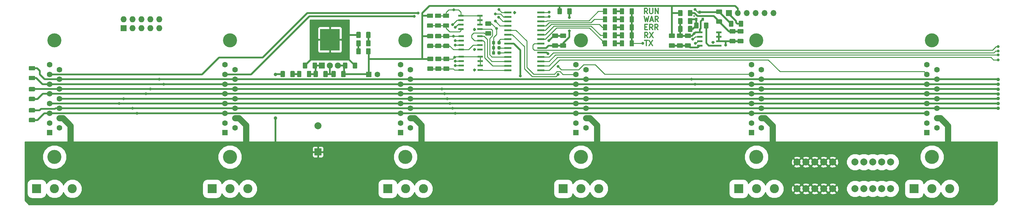
<source format=gbr>
G04 #@! TF.GenerationSoftware,KiCad,Pcbnew,(5.0.0)*
G04 #@! TF.CreationDate,2018-10-16T11:38:31+02:00*
G04 #@! TF.ProjectId,BackplanePCB_solder.kicad_pcb_LEFT,4261636B706C616E655043425F736F6C,rev?*
G04 #@! TF.SameCoordinates,Original*
G04 #@! TF.FileFunction,Copper,L1,Top,Signal*
G04 #@! TF.FilePolarity,Positive*
%FSLAX46Y46*%
G04 Gerber Fmt 4.6, Leading zero omitted, Abs format (unit mm)*
G04 Created by KiCad (PCBNEW (5.0.0)) date 10/16/18 11:38:31*
%MOMM*%
%LPD*%
G01*
G04 APERTURE LIST*
G04 #@! TA.AperFunction,NonConductor*
%ADD10C,0.300000*%
G04 #@! TD*
G04 #@! TA.AperFunction,NonConductor*
%ADD11C,0.600000*%
G04 #@! TD*
G04 #@! TA.AperFunction,ComponentPad*
%ADD12C,2.000000*%
G04 #@! TD*
G04 #@! TA.AperFunction,SMDPad,CuDef*
%ADD13R,1.550000X0.600000*%
G04 #@! TD*
G04 #@! TA.AperFunction,Conductor*
%ADD14C,0.100000*%
G04 #@! TD*
G04 #@! TA.AperFunction,SMDPad,CuDef*
%ADD15C,1.250000*%
G04 #@! TD*
G04 #@! TA.AperFunction,ComponentPad*
%ADD16R,2.000000X2.000000*%
G04 #@! TD*
G04 #@! TA.AperFunction,ComponentPad*
%ADD17R,1.727200X1.727200*%
G04 #@! TD*
G04 #@! TA.AperFunction,ComponentPad*
%ADD18O,1.727200X1.727200*%
G04 #@! TD*
G04 #@! TA.AperFunction,ComponentPad*
%ADD19C,2.600000*%
G04 #@! TD*
G04 #@! TA.AperFunction,ComponentPad*
%ADD20R,2.600000X2.600000*%
G04 #@! TD*
G04 #@! TA.AperFunction,ComponentPad*
%ADD21R,1.600000X1.600000*%
G04 #@! TD*
G04 #@! TA.AperFunction,ComponentPad*
%ADD22C,1.600000*%
G04 #@! TD*
G04 #@! TA.AperFunction,ComponentPad*
%ADD23C,4.000000*%
G04 #@! TD*
G04 #@! TA.AperFunction,ComponentPad*
%ADD24O,1.700000X1.700000*%
G04 #@! TD*
G04 #@! TA.AperFunction,ComponentPad*
%ADD25R,1.700000X1.700000*%
G04 #@! TD*
G04 #@! TA.AperFunction,SMDPad,CuDef*
%ADD26R,0.800000X0.900000*%
G04 #@! TD*
G04 #@! TA.AperFunction,SMDPad,CuDef*
%ADD27R,2.000000X0.600000*%
G04 #@! TD*
G04 #@! TA.AperFunction,ComponentPad*
%ADD28O,1.717500X1.800000*%
G04 #@! TD*
G04 #@! TA.AperFunction,ComponentPad*
%ADD29R,1.717500X1.800000*%
G04 #@! TD*
G04 #@! TA.AperFunction,SMDPad,CuDef*
%ADD30R,5.700000X6.200000*%
G04 #@! TD*
G04 #@! TA.AperFunction,SMDPad,CuDef*
%ADD31C,0.875000*%
G04 #@! TD*
G04 #@! TA.AperFunction,ViaPad*
%ADD32C,1.000000*%
G04 #@! TD*
G04 #@! TA.AperFunction,ViaPad*
%ADD33C,0.800000*%
G04 #@! TD*
G04 #@! TA.AperFunction,ViaPad*
%ADD34C,2.000000*%
G04 #@! TD*
G04 #@! TA.AperFunction,Conductor*
%ADD35C,1.800000*%
G04 #@! TD*
G04 #@! TA.AperFunction,Conductor*
%ADD36C,0.500000*%
G04 #@! TD*
G04 #@! TA.AperFunction,Conductor*
%ADD37C,0.250000*%
G04 #@! TD*
G04 #@! TA.AperFunction,Conductor*
%ADD38C,0.254000*%
G04 #@! TD*
G04 APERTURE END LIST*
D10*
X233680000Y-166651714D02*
X233751428Y-166723142D01*
X233680000Y-166794571D01*
X233608571Y-166723142D01*
X233680000Y-166651714D01*
X233680000Y-166794571D01*
D11*
X239014000Y-174045428D02*
X239156857Y-174188285D01*
X239014000Y-174331142D01*
X238871142Y-174188285D01*
X239014000Y-174045428D01*
X239014000Y-174331142D01*
X171069000Y-181919428D02*
X171211857Y-182062285D01*
X171069000Y-182205142D01*
X170926142Y-182062285D01*
X171069000Y-181919428D01*
X171069000Y-182205142D01*
X171069000Y-176077428D02*
X171211857Y-176220285D01*
X171069000Y-176363142D01*
X170926142Y-176220285D01*
X171069000Y-176077428D01*
X171069000Y-176363142D01*
X171069000Y-170362428D02*
X171211857Y-170505285D01*
X171069000Y-170648142D01*
X170926142Y-170505285D01*
X171069000Y-170362428D01*
X171069000Y-170648142D01*
X182499000Y-165536428D02*
X182641857Y-165679285D01*
X182499000Y-165822142D01*
X182356142Y-165679285D01*
X182499000Y-165536428D01*
X182499000Y-165822142D01*
D10*
X219583142Y-173676571D02*
X220440285Y-173676571D01*
X220011714Y-175176571D02*
X220011714Y-173676571D01*
X220797428Y-173676571D02*
X221797428Y-175176571D01*
X221797428Y-173676571D02*
X220797428Y-175176571D01*
X220476000Y-172890571D02*
X219976000Y-172176285D01*
X219618857Y-172890571D02*
X219618857Y-171390571D01*
X220190285Y-171390571D01*
X220333142Y-171462000D01*
X220404571Y-171533428D01*
X220476000Y-171676285D01*
X220476000Y-171890571D01*
X220404571Y-172033428D01*
X220333142Y-172104857D01*
X220190285Y-172176285D01*
X219618857Y-172176285D01*
X220976000Y-171390571D02*
X221976000Y-172890571D01*
X221976000Y-171390571D02*
X220976000Y-172890571D01*
X219666571Y-169818857D02*
X220166571Y-169818857D01*
X220380857Y-170604571D02*
X219666571Y-170604571D01*
X219666571Y-169104571D01*
X220380857Y-169104571D01*
X221880857Y-170604571D02*
X221380857Y-169890285D01*
X221023714Y-170604571D02*
X221023714Y-169104571D01*
X221595142Y-169104571D01*
X221738000Y-169176000D01*
X221809428Y-169247428D01*
X221880857Y-169390285D01*
X221880857Y-169604571D01*
X221809428Y-169747428D01*
X221738000Y-169818857D01*
X221595142Y-169890285D01*
X221023714Y-169890285D01*
X223380857Y-170604571D02*
X222880857Y-169890285D01*
X222523714Y-170604571D02*
X222523714Y-169104571D01*
X223095142Y-169104571D01*
X223238000Y-169176000D01*
X223309428Y-169247428D01*
X223380857Y-169390285D01*
X223380857Y-169604571D01*
X223309428Y-169747428D01*
X223238000Y-169818857D01*
X223095142Y-169890285D01*
X222523714Y-169890285D01*
X219452285Y-166818571D02*
X219809428Y-168318571D01*
X220095142Y-167247142D01*
X220380857Y-168318571D01*
X220738000Y-166818571D01*
X221238000Y-167890000D02*
X221952285Y-167890000D01*
X221095142Y-168318571D02*
X221595142Y-166818571D01*
X222095142Y-168318571D01*
X223452285Y-168318571D02*
X222952285Y-167604285D01*
X222595142Y-168318571D02*
X222595142Y-166818571D01*
X223166571Y-166818571D01*
X223309428Y-166890000D01*
X223380857Y-166961428D01*
X223452285Y-167104285D01*
X223452285Y-167318571D01*
X223380857Y-167461428D01*
X223309428Y-167532857D01*
X223166571Y-167604285D01*
X222595142Y-167604285D01*
X220380857Y-166032571D02*
X219880857Y-165318285D01*
X219523714Y-166032571D02*
X219523714Y-164532571D01*
X220095142Y-164532571D01*
X220238000Y-164604000D01*
X220309428Y-164675428D01*
X220380857Y-164818285D01*
X220380857Y-165032571D01*
X220309428Y-165175428D01*
X220238000Y-165246857D01*
X220095142Y-165318285D01*
X219523714Y-165318285D01*
X221023714Y-164532571D02*
X221023714Y-165746857D01*
X221095142Y-165889714D01*
X221166571Y-165961142D01*
X221309428Y-166032571D01*
X221595142Y-166032571D01*
X221738000Y-165961142D01*
X221809428Y-165889714D01*
X221880857Y-165746857D01*
X221880857Y-164532571D01*
X222595142Y-166032571D02*
X222595142Y-164532571D01*
X223452285Y-166032571D01*
X223452285Y-164532571D01*
D12*
G04 #@! TO.P,J4,10*
G04 #@! TO.N,GND*
X279500000Y-208380000D03*
G04 #@! TO.P,J4,5*
X289660000Y-216000000D03*
G04 #@! TO.P,J4,9*
X282040000Y-208380000D03*
G04 #@! TO.P,J4,4*
X287120000Y-216000000D03*
G04 #@! TO.P,J4,8*
X284580000Y-208380000D03*
G04 #@! TO.P,J4,3*
X284580000Y-216000000D03*
G04 #@! TO.P,J4,7*
X287120000Y-208380000D03*
G04 #@! TO.P,J4,2*
X282040000Y-216000000D03*
G04 #@! TO.P,J4,6*
X289660000Y-208380000D03*
G04 #@! TO.P,J4,1*
X279500000Y-216000000D03*
G04 #@! TD*
G04 #@! TO.P,J3,1*
G04 #@! TO.N,+15V*
X263000000Y-216000000D03*
G04 #@! TO.P,J3,6*
X273160000Y-208380000D03*
G04 #@! TO.P,J3,2*
X265540000Y-216000000D03*
G04 #@! TO.P,J3,7*
X270620000Y-208380000D03*
G04 #@! TO.P,J3,3*
X268080000Y-216000000D03*
G04 #@! TO.P,J3,8*
X268080000Y-208380000D03*
G04 #@! TO.P,J3,4*
X270620000Y-216000000D03*
G04 #@! TO.P,J3,9*
X265540000Y-208380000D03*
G04 #@! TO.P,J3,5*
X273160000Y-216000000D03*
G04 #@! TO.P,J3,10*
X263000000Y-208380000D03*
G04 #@! TD*
D13*
G04 #@! TO.P,U5,1*
G04 #@! TO.N,Net-(U5-Pad1)*
X172676800Y-176301400D03*
G04 #@! TO.P,U5,2*
G04 #@! TO.N,Net-(C11-Pad1)*
X172676800Y-175031400D03*
G04 #@! TO.P,U5,3*
G04 #@! TO.N,TX_ENA*
X172676800Y-173761400D03*
G04 #@! TO.P,U5,4*
G04 #@! TO.N,TX*
X172676800Y-172491400D03*
G04 #@! TO.P,U5,5*
G04 #@! TO.N,GND*
X167276800Y-172491400D03*
G04 #@! TO.P,U5,6*
G04 #@! TO.N,TX_A*
X167276800Y-173761400D03*
G04 #@! TO.P,U5,7*
G04 #@! TO.N,TX_B*
X167276800Y-175031400D03*
G04 #@! TO.P,U5,8*
G04 #@! TO.N,Net-(C11-Pad1)*
X167276800Y-176301400D03*
G04 #@! TD*
D14*
G04 #@! TO.N,Net-(R7-Pad1)*
G04 #@! TO.C,R7*
G36*
X119655504Y-182387204D02*
X119679773Y-182390804D01*
X119703571Y-182396765D01*
X119726671Y-182405030D01*
X119748849Y-182415520D01*
X119769893Y-182428133D01*
X119789598Y-182442747D01*
X119807777Y-182459223D01*
X119824253Y-182477402D01*
X119838867Y-182497107D01*
X119851480Y-182518151D01*
X119861970Y-182540329D01*
X119870235Y-182563429D01*
X119876196Y-182587227D01*
X119879796Y-182611496D01*
X119881000Y-182636000D01*
X119881000Y-183886000D01*
X119879796Y-183910504D01*
X119876196Y-183934773D01*
X119870235Y-183958571D01*
X119861970Y-183981671D01*
X119851480Y-184003849D01*
X119838867Y-184024893D01*
X119824253Y-184044598D01*
X119807777Y-184062777D01*
X119789598Y-184079253D01*
X119769893Y-184093867D01*
X119748849Y-184106480D01*
X119726671Y-184116970D01*
X119703571Y-184125235D01*
X119679773Y-184131196D01*
X119655504Y-184134796D01*
X119631000Y-184136000D01*
X118881000Y-184136000D01*
X118856496Y-184134796D01*
X118832227Y-184131196D01*
X118808429Y-184125235D01*
X118785329Y-184116970D01*
X118763151Y-184106480D01*
X118742107Y-184093867D01*
X118722402Y-184079253D01*
X118704223Y-184062777D01*
X118687747Y-184044598D01*
X118673133Y-184024893D01*
X118660520Y-184003849D01*
X118650030Y-183981671D01*
X118641765Y-183958571D01*
X118635804Y-183934773D01*
X118632204Y-183910504D01*
X118631000Y-183886000D01*
X118631000Y-182636000D01*
X118632204Y-182611496D01*
X118635804Y-182587227D01*
X118641765Y-182563429D01*
X118650030Y-182540329D01*
X118660520Y-182518151D01*
X118673133Y-182497107D01*
X118687747Y-182477402D01*
X118704223Y-182459223D01*
X118722402Y-182442747D01*
X118742107Y-182428133D01*
X118763151Y-182415520D01*
X118785329Y-182405030D01*
X118808429Y-182396765D01*
X118832227Y-182390804D01*
X118856496Y-182387204D01*
X118881000Y-182386000D01*
X119631000Y-182386000D01*
X119655504Y-182387204D01*
X119655504Y-182387204D01*
G37*
D15*
G04 #@! TD*
G04 #@! TO.P,R7,1*
G04 #@! TO.N,Net-(R7-Pad1)*
X119256000Y-183261000D03*
D14*
G04 #@! TO.N,+15V*
G04 #@! TO.C,R7*
G36*
X116855504Y-182387204D02*
X116879773Y-182390804D01*
X116903571Y-182396765D01*
X116926671Y-182405030D01*
X116948849Y-182415520D01*
X116969893Y-182428133D01*
X116989598Y-182442747D01*
X117007777Y-182459223D01*
X117024253Y-182477402D01*
X117038867Y-182497107D01*
X117051480Y-182518151D01*
X117061970Y-182540329D01*
X117070235Y-182563429D01*
X117076196Y-182587227D01*
X117079796Y-182611496D01*
X117081000Y-182636000D01*
X117081000Y-183886000D01*
X117079796Y-183910504D01*
X117076196Y-183934773D01*
X117070235Y-183958571D01*
X117061970Y-183981671D01*
X117051480Y-184003849D01*
X117038867Y-184024893D01*
X117024253Y-184044598D01*
X117007777Y-184062777D01*
X116989598Y-184079253D01*
X116969893Y-184093867D01*
X116948849Y-184106480D01*
X116926671Y-184116970D01*
X116903571Y-184125235D01*
X116879773Y-184131196D01*
X116855504Y-184134796D01*
X116831000Y-184136000D01*
X116081000Y-184136000D01*
X116056496Y-184134796D01*
X116032227Y-184131196D01*
X116008429Y-184125235D01*
X115985329Y-184116970D01*
X115963151Y-184106480D01*
X115942107Y-184093867D01*
X115922402Y-184079253D01*
X115904223Y-184062777D01*
X115887747Y-184044598D01*
X115873133Y-184024893D01*
X115860520Y-184003849D01*
X115850030Y-183981671D01*
X115841765Y-183958571D01*
X115835804Y-183934773D01*
X115832204Y-183910504D01*
X115831000Y-183886000D01*
X115831000Y-182636000D01*
X115832204Y-182611496D01*
X115835804Y-182587227D01*
X115841765Y-182563429D01*
X115850030Y-182540329D01*
X115860520Y-182518151D01*
X115873133Y-182497107D01*
X115887747Y-182477402D01*
X115904223Y-182459223D01*
X115922402Y-182442747D01*
X115942107Y-182428133D01*
X115963151Y-182415520D01*
X115985329Y-182405030D01*
X116008429Y-182396765D01*
X116032227Y-182390804D01*
X116056496Y-182387204D01*
X116081000Y-182386000D01*
X116831000Y-182386000D01*
X116855504Y-182387204D01*
X116855504Y-182387204D01*
G37*
D15*
G04 #@! TD*
G04 #@! TO.P,R7,2*
G04 #@! TO.N,+15V*
X116456000Y-183261000D03*
D12*
G04 #@! TO.P,C2,2*
G04 #@! TO.N,GND*
X126500000Y-198000000D03*
D16*
G04 #@! TO.P,C2,1*
G04 #@! TO.N,+15V*
X126500000Y-205500000D03*
G04 #@! TD*
D14*
G04 #@! TO.N,Net-(C3-Pad1)*
G04 #@! TO.C,C3*
G36*
X163641304Y-168797204D02*
X163665573Y-168800804D01*
X163689371Y-168806765D01*
X163712471Y-168815030D01*
X163734649Y-168825520D01*
X163755693Y-168838133D01*
X163775398Y-168852747D01*
X163793577Y-168869223D01*
X163810053Y-168887402D01*
X163824667Y-168907107D01*
X163837280Y-168928151D01*
X163847770Y-168950329D01*
X163856035Y-168973429D01*
X163861996Y-168997227D01*
X163865596Y-169021496D01*
X163866800Y-169046000D01*
X163866800Y-169796000D01*
X163865596Y-169820504D01*
X163861996Y-169844773D01*
X163856035Y-169868571D01*
X163847770Y-169891671D01*
X163837280Y-169913849D01*
X163824667Y-169934893D01*
X163810053Y-169954598D01*
X163793577Y-169972777D01*
X163775398Y-169989253D01*
X163755693Y-170003867D01*
X163734649Y-170016480D01*
X163712471Y-170026970D01*
X163689371Y-170035235D01*
X163665573Y-170041196D01*
X163641304Y-170044796D01*
X163616800Y-170046000D01*
X162366800Y-170046000D01*
X162342296Y-170044796D01*
X162318027Y-170041196D01*
X162294229Y-170035235D01*
X162271129Y-170026970D01*
X162248951Y-170016480D01*
X162227907Y-170003867D01*
X162208202Y-169989253D01*
X162190023Y-169972777D01*
X162173547Y-169954598D01*
X162158933Y-169934893D01*
X162146320Y-169913849D01*
X162135830Y-169891671D01*
X162127565Y-169868571D01*
X162121604Y-169844773D01*
X162118004Y-169820504D01*
X162116800Y-169796000D01*
X162116800Y-169046000D01*
X162118004Y-169021496D01*
X162121604Y-168997227D01*
X162127565Y-168973429D01*
X162135830Y-168950329D01*
X162146320Y-168928151D01*
X162158933Y-168907107D01*
X162173547Y-168887402D01*
X162190023Y-168869223D01*
X162208202Y-168852747D01*
X162227907Y-168838133D01*
X162248951Y-168825520D01*
X162271129Y-168815030D01*
X162294229Y-168806765D01*
X162318027Y-168800804D01*
X162342296Y-168797204D01*
X162366800Y-168796000D01*
X163616800Y-168796000D01*
X163641304Y-168797204D01*
X163641304Y-168797204D01*
G37*
D15*
G04 #@! TD*
G04 #@! TO.P,C3,1*
G04 #@! TO.N,Net-(C3-Pad1)*
X162991800Y-169421000D03*
D14*
G04 #@! TO.N,GND*
G04 #@! TO.C,C3*
G36*
X163641304Y-165997204D02*
X163665573Y-166000804D01*
X163689371Y-166006765D01*
X163712471Y-166015030D01*
X163734649Y-166025520D01*
X163755693Y-166038133D01*
X163775398Y-166052747D01*
X163793577Y-166069223D01*
X163810053Y-166087402D01*
X163824667Y-166107107D01*
X163837280Y-166128151D01*
X163847770Y-166150329D01*
X163856035Y-166173429D01*
X163861996Y-166197227D01*
X163865596Y-166221496D01*
X163866800Y-166246000D01*
X163866800Y-166996000D01*
X163865596Y-167020504D01*
X163861996Y-167044773D01*
X163856035Y-167068571D01*
X163847770Y-167091671D01*
X163837280Y-167113849D01*
X163824667Y-167134893D01*
X163810053Y-167154598D01*
X163793577Y-167172777D01*
X163775398Y-167189253D01*
X163755693Y-167203867D01*
X163734649Y-167216480D01*
X163712471Y-167226970D01*
X163689371Y-167235235D01*
X163665573Y-167241196D01*
X163641304Y-167244796D01*
X163616800Y-167246000D01*
X162366800Y-167246000D01*
X162342296Y-167244796D01*
X162318027Y-167241196D01*
X162294229Y-167235235D01*
X162271129Y-167226970D01*
X162248951Y-167216480D01*
X162227907Y-167203867D01*
X162208202Y-167189253D01*
X162190023Y-167172777D01*
X162173547Y-167154598D01*
X162158933Y-167134893D01*
X162146320Y-167113849D01*
X162135830Y-167091671D01*
X162127565Y-167068571D01*
X162121604Y-167044773D01*
X162118004Y-167020504D01*
X162116800Y-166996000D01*
X162116800Y-166246000D01*
X162118004Y-166221496D01*
X162121604Y-166197227D01*
X162127565Y-166173429D01*
X162135830Y-166150329D01*
X162146320Y-166128151D01*
X162158933Y-166107107D01*
X162173547Y-166087402D01*
X162190023Y-166069223D01*
X162208202Y-166052747D01*
X162227907Y-166038133D01*
X162248951Y-166025520D01*
X162271129Y-166015030D01*
X162294229Y-166006765D01*
X162318027Y-166000804D01*
X162342296Y-165997204D01*
X162366800Y-165996000D01*
X163616800Y-165996000D01*
X163641304Y-165997204D01*
X163641304Y-165997204D01*
G37*
D15*
G04 #@! TD*
G04 #@! TO.P,C3,2*
G04 #@! TO.N,GND*
X162991800Y-166621000D03*
D14*
G04 #@! TO.N,Net-(C4-Pad1)*
G04 #@! TO.C,C4*
G36*
X161431504Y-181116204D02*
X161455773Y-181119804D01*
X161479571Y-181125765D01*
X161502671Y-181134030D01*
X161524849Y-181144520D01*
X161545893Y-181157133D01*
X161565598Y-181171747D01*
X161583777Y-181188223D01*
X161600253Y-181206402D01*
X161614867Y-181226107D01*
X161627480Y-181247151D01*
X161637970Y-181269329D01*
X161646235Y-181292429D01*
X161652196Y-181316227D01*
X161655796Y-181340496D01*
X161657000Y-181365000D01*
X161657000Y-182115000D01*
X161655796Y-182139504D01*
X161652196Y-182163773D01*
X161646235Y-182187571D01*
X161637970Y-182210671D01*
X161627480Y-182232849D01*
X161614867Y-182253893D01*
X161600253Y-182273598D01*
X161583777Y-182291777D01*
X161565598Y-182308253D01*
X161545893Y-182322867D01*
X161524849Y-182335480D01*
X161502671Y-182345970D01*
X161479571Y-182354235D01*
X161455773Y-182360196D01*
X161431504Y-182363796D01*
X161407000Y-182365000D01*
X160157000Y-182365000D01*
X160132496Y-182363796D01*
X160108227Y-182360196D01*
X160084429Y-182354235D01*
X160061329Y-182345970D01*
X160039151Y-182335480D01*
X160018107Y-182322867D01*
X159998402Y-182308253D01*
X159980223Y-182291777D01*
X159963747Y-182273598D01*
X159949133Y-182253893D01*
X159936520Y-182232849D01*
X159926030Y-182210671D01*
X159917765Y-182187571D01*
X159911804Y-182163773D01*
X159908204Y-182139504D01*
X159907000Y-182115000D01*
X159907000Y-181365000D01*
X159908204Y-181340496D01*
X159911804Y-181316227D01*
X159917765Y-181292429D01*
X159926030Y-181269329D01*
X159936520Y-181247151D01*
X159949133Y-181226107D01*
X159963747Y-181206402D01*
X159980223Y-181188223D01*
X159998402Y-181171747D01*
X160018107Y-181157133D01*
X160039151Y-181144520D01*
X160061329Y-181134030D01*
X160084429Y-181125765D01*
X160108227Y-181119804D01*
X160132496Y-181116204D01*
X160157000Y-181115000D01*
X161407000Y-181115000D01*
X161431504Y-181116204D01*
X161431504Y-181116204D01*
G37*
D15*
G04 #@! TD*
G04 #@! TO.P,C4,1*
G04 #@! TO.N,Net-(C4-Pad1)*
X160782000Y-181740000D03*
D14*
G04 #@! TO.N,GND*
G04 #@! TO.C,C4*
G36*
X161431504Y-178316204D02*
X161455773Y-178319804D01*
X161479571Y-178325765D01*
X161502671Y-178334030D01*
X161524849Y-178344520D01*
X161545893Y-178357133D01*
X161565598Y-178371747D01*
X161583777Y-178388223D01*
X161600253Y-178406402D01*
X161614867Y-178426107D01*
X161627480Y-178447151D01*
X161637970Y-178469329D01*
X161646235Y-178492429D01*
X161652196Y-178516227D01*
X161655796Y-178540496D01*
X161657000Y-178565000D01*
X161657000Y-179315000D01*
X161655796Y-179339504D01*
X161652196Y-179363773D01*
X161646235Y-179387571D01*
X161637970Y-179410671D01*
X161627480Y-179432849D01*
X161614867Y-179453893D01*
X161600253Y-179473598D01*
X161583777Y-179491777D01*
X161565598Y-179508253D01*
X161545893Y-179522867D01*
X161524849Y-179535480D01*
X161502671Y-179545970D01*
X161479571Y-179554235D01*
X161455773Y-179560196D01*
X161431504Y-179563796D01*
X161407000Y-179565000D01*
X160157000Y-179565000D01*
X160132496Y-179563796D01*
X160108227Y-179560196D01*
X160084429Y-179554235D01*
X160061329Y-179545970D01*
X160039151Y-179535480D01*
X160018107Y-179522867D01*
X159998402Y-179508253D01*
X159980223Y-179491777D01*
X159963747Y-179473598D01*
X159949133Y-179453893D01*
X159936520Y-179432849D01*
X159926030Y-179410671D01*
X159917765Y-179387571D01*
X159911804Y-179363773D01*
X159908204Y-179339504D01*
X159907000Y-179315000D01*
X159907000Y-178565000D01*
X159908204Y-178540496D01*
X159911804Y-178516227D01*
X159917765Y-178492429D01*
X159926030Y-178469329D01*
X159936520Y-178447151D01*
X159949133Y-178426107D01*
X159963747Y-178406402D01*
X159980223Y-178388223D01*
X159998402Y-178371747D01*
X160018107Y-178357133D01*
X160039151Y-178344520D01*
X160061329Y-178334030D01*
X160084429Y-178325765D01*
X160108227Y-178319804D01*
X160132496Y-178316204D01*
X160157000Y-178315000D01*
X161407000Y-178315000D01*
X161431504Y-178316204D01*
X161431504Y-178316204D01*
G37*
D15*
G04 #@! TD*
G04 #@! TO.P,C4,2*
G04 #@! TO.N,GND*
X160782000Y-178940000D03*
D14*
G04 #@! TO.N,GND*
G04 #@! TO.C,C5*
G36*
X230265504Y-171712204D02*
X230289773Y-171715804D01*
X230313571Y-171721765D01*
X230336671Y-171730030D01*
X230358849Y-171740520D01*
X230379893Y-171753133D01*
X230399598Y-171767747D01*
X230417777Y-171784223D01*
X230434253Y-171802402D01*
X230448867Y-171822107D01*
X230461480Y-171843151D01*
X230471970Y-171865329D01*
X230480235Y-171888429D01*
X230486196Y-171912227D01*
X230489796Y-171936496D01*
X230491000Y-171961000D01*
X230491000Y-172711000D01*
X230489796Y-172735504D01*
X230486196Y-172759773D01*
X230480235Y-172783571D01*
X230471970Y-172806671D01*
X230461480Y-172828849D01*
X230448867Y-172849893D01*
X230434253Y-172869598D01*
X230417777Y-172887777D01*
X230399598Y-172904253D01*
X230379893Y-172918867D01*
X230358849Y-172931480D01*
X230336671Y-172941970D01*
X230313571Y-172950235D01*
X230289773Y-172956196D01*
X230265504Y-172959796D01*
X230241000Y-172961000D01*
X228991000Y-172961000D01*
X228966496Y-172959796D01*
X228942227Y-172956196D01*
X228918429Y-172950235D01*
X228895329Y-172941970D01*
X228873151Y-172931480D01*
X228852107Y-172918867D01*
X228832402Y-172904253D01*
X228814223Y-172887777D01*
X228797747Y-172869598D01*
X228783133Y-172849893D01*
X228770520Y-172828849D01*
X228760030Y-172806671D01*
X228751765Y-172783571D01*
X228745804Y-172759773D01*
X228742204Y-172735504D01*
X228741000Y-172711000D01*
X228741000Y-171961000D01*
X228742204Y-171936496D01*
X228745804Y-171912227D01*
X228751765Y-171888429D01*
X228760030Y-171865329D01*
X228770520Y-171843151D01*
X228783133Y-171822107D01*
X228797747Y-171802402D01*
X228814223Y-171784223D01*
X228832402Y-171767747D01*
X228852107Y-171753133D01*
X228873151Y-171740520D01*
X228895329Y-171730030D01*
X228918429Y-171721765D01*
X228942227Y-171715804D01*
X228966496Y-171712204D01*
X228991000Y-171711000D01*
X230241000Y-171711000D01*
X230265504Y-171712204D01*
X230265504Y-171712204D01*
G37*
D15*
G04 #@! TD*
G04 #@! TO.P,C5,2*
G04 #@! TO.N,GND*
X229616000Y-172336000D03*
D14*
G04 #@! TO.N,Net-(C5-Pad1)*
G04 #@! TO.C,C5*
G36*
X230265504Y-174512204D02*
X230289773Y-174515804D01*
X230313571Y-174521765D01*
X230336671Y-174530030D01*
X230358849Y-174540520D01*
X230379893Y-174553133D01*
X230399598Y-174567747D01*
X230417777Y-174584223D01*
X230434253Y-174602402D01*
X230448867Y-174622107D01*
X230461480Y-174643151D01*
X230471970Y-174665329D01*
X230480235Y-174688429D01*
X230486196Y-174712227D01*
X230489796Y-174736496D01*
X230491000Y-174761000D01*
X230491000Y-175511000D01*
X230489796Y-175535504D01*
X230486196Y-175559773D01*
X230480235Y-175583571D01*
X230471970Y-175606671D01*
X230461480Y-175628849D01*
X230448867Y-175649893D01*
X230434253Y-175669598D01*
X230417777Y-175687777D01*
X230399598Y-175704253D01*
X230379893Y-175718867D01*
X230358849Y-175731480D01*
X230336671Y-175741970D01*
X230313571Y-175750235D01*
X230289773Y-175756196D01*
X230265504Y-175759796D01*
X230241000Y-175761000D01*
X228991000Y-175761000D01*
X228966496Y-175759796D01*
X228942227Y-175756196D01*
X228918429Y-175750235D01*
X228895329Y-175741970D01*
X228873151Y-175731480D01*
X228852107Y-175718867D01*
X228832402Y-175704253D01*
X228814223Y-175687777D01*
X228797747Y-175669598D01*
X228783133Y-175649893D01*
X228770520Y-175628849D01*
X228760030Y-175606671D01*
X228751765Y-175583571D01*
X228745804Y-175559773D01*
X228742204Y-175535504D01*
X228741000Y-175511000D01*
X228741000Y-174761000D01*
X228742204Y-174736496D01*
X228745804Y-174712227D01*
X228751765Y-174688429D01*
X228760030Y-174665329D01*
X228770520Y-174643151D01*
X228783133Y-174622107D01*
X228797747Y-174602402D01*
X228814223Y-174584223D01*
X228832402Y-174567747D01*
X228852107Y-174553133D01*
X228873151Y-174540520D01*
X228895329Y-174530030D01*
X228918429Y-174521765D01*
X228942227Y-174515804D01*
X228966496Y-174512204D01*
X228991000Y-174511000D01*
X230241000Y-174511000D01*
X230265504Y-174512204D01*
X230265504Y-174512204D01*
G37*
D15*
G04 #@! TD*
G04 #@! TO.P,C5,1*
G04 #@! TO.N,Net-(C5-Pad1)*
X229616000Y-175136000D03*
D14*
G04 #@! TO.N,GND*
G04 #@! TO.C,C6*
G36*
X161355304Y-165997204D02*
X161379573Y-166000804D01*
X161403371Y-166006765D01*
X161426471Y-166015030D01*
X161448649Y-166025520D01*
X161469693Y-166038133D01*
X161489398Y-166052747D01*
X161507577Y-166069223D01*
X161524053Y-166087402D01*
X161538667Y-166107107D01*
X161551280Y-166128151D01*
X161561770Y-166150329D01*
X161570035Y-166173429D01*
X161575996Y-166197227D01*
X161579596Y-166221496D01*
X161580800Y-166246000D01*
X161580800Y-166996000D01*
X161579596Y-167020504D01*
X161575996Y-167044773D01*
X161570035Y-167068571D01*
X161561770Y-167091671D01*
X161551280Y-167113849D01*
X161538667Y-167134893D01*
X161524053Y-167154598D01*
X161507577Y-167172777D01*
X161489398Y-167189253D01*
X161469693Y-167203867D01*
X161448649Y-167216480D01*
X161426471Y-167226970D01*
X161403371Y-167235235D01*
X161379573Y-167241196D01*
X161355304Y-167244796D01*
X161330800Y-167246000D01*
X160080800Y-167246000D01*
X160056296Y-167244796D01*
X160032027Y-167241196D01*
X160008229Y-167235235D01*
X159985129Y-167226970D01*
X159962951Y-167216480D01*
X159941907Y-167203867D01*
X159922202Y-167189253D01*
X159904023Y-167172777D01*
X159887547Y-167154598D01*
X159872933Y-167134893D01*
X159860320Y-167113849D01*
X159849830Y-167091671D01*
X159841565Y-167068571D01*
X159835604Y-167044773D01*
X159832004Y-167020504D01*
X159830800Y-166996000D01*
X159830800Y-166246000D01*
X159832004Y-166221496D01*
X159835604Y-166197227D01*
X159841565Y-166173429D01*
X159849830Y-166150329D01*
X159860320Y-166128151D01*
X159872933Y-166107107D01*
X159887547Y-166087402D01*
X159904023Y-166069223D01*
X159922202Y-166052747D01*
X159941907Y-166038133D01*
X159962951Y-166025520D01*
X159985129Y-166015030D01*
X160008229Y-166006765D01*
X160032027Y-166000804D01*
X160056296Y-165997204D01*
X160080800Y-165996000D01*
X161330800Y-165996000D01*
X161355304Y-165997204D01*
X161355304Y-165997204D01*
G37*
D15*
G04 #@! TD*
G04 #@! TO.P,C6,2*
G04 #@! TO.N,GND*
X160705800Y-166621000D03*
D14*
G04 #@! TO.N,Net-(C3-Pad1)*
G04 #@! TO.C,C6*
G36*
X161355304Y-168797204D02*
X161379573Y-168800804D01*
X161403371Y-168806765D01*
X161426471Y-168815030D01*
X161448649Y-168825520D01*
X161469693Y-168838133D01*
X161489398Y-168852747D01*
X161507577Y-168869223D01*
X161524053Y-168887402D01*
X161538667Y-168907107D01*
X161551280Y-168928151D01*
X161561770Y-168950329D01*
X161570035Y-168973429D01*
X161575996Y-168997227D01*
X161579596Y-169021496D01*
X161580800Y-169046000D01*
X161580800Y-169796000D01*
X161579596Y-169820504D01*
X161575996Y-169844773D01*
X161570035Y-169868571D01*
X161561770Y-169891671D01*
X161551280Y-169913849D01*
X161538667Y-169934893D01*
X161524053Y-169954598D01*
X161507577Y-169972777D01*
X161489398Y-169989253D01*
X161469693Y-170003867D01*
X161448649Y-170016480D01*
X161426471Y-170026970D01*
X161403371Y-170035235D01*
X161379573Y-170041196D01*
X161355304Y-170044796D01*
X161330800Y-170046000D01*
X160080800Y-170046000D01*
X160056296Y-170044796D01*
X160032027Y-170041196D01*
X160008229Y-170035235D01*
X159985129Y-170026970D01*
X159962951Y-170016480D01*
X159941907Y-170003867D01*
X159922202Y-169989253D01*
X159904023Y-169972777D01*
X159887547Y-169954598D01*
X159872933Y-169934893D01*
X159860320Y-169913849D01*
X159849830Y-169891671D01*
X159841565Y-169868571D01*
X159835604Y-169844773D01*
X159832004Y-169820504D01*
X159830800Y-169796000D01*
X159830800Y-169046000D01*
X159832004Y-169021496D01*
X159835604Y-168997227D01*
X159841565Y-168973429D01*
X159849830Y-168950329D01*
X159860320Y-168928151D01*
X159872933Y-168907107D01*
X159887547Y-168887402D01*
X159904023Y-168869223D01*
X159922202Y-168852747D01*
X159941907Y-168838133D01*
X159962951Y-168825520D01*
X159985129Y-168815030D01*
X160008229Y-168806765D01*
X160032027Y-168800804D01*
X160056296Y-168797204D01*
X160080800Y-168796000D01*
X161330800Y-168796000D01*
X161355304Y-168797204D01*
X161355304Y-168797204D01*
G37*
D15*
G04 #@! TD*
G04 #@! TO.P,C6,1*
G04 #@! TO.N,Net-(C3-Pad1)*
X160705800Y-169421000D03*
D14*
G04 #@! TO.N,Net-(C4-Pad1)*
G04 #@! TO.C,C7*
G36*
X163717504Y-181116204D02*
X163741773Y-181119804D01*
X163765571Y-181125765D01*
X163788671Y-181134030D01*
X163810849Y-181144520D01*
X163831893Y-181157133D01*
X163851598Y-181171747D01*
X163869777Y-181188223D01*
X163886253Y-181206402D01*
X163900867Y-181226107D01*
X163913480Y-181247151D01*
X163923970Y-181269329D01*
X163932235Y-181292429D01*
X163938196Y-181316227D01*
X163941796Y-181340496D01*
X163943000Y-181365000D01*
X163943000Y-182115000D01*
X163941796Y-182139504D01*
X163938196Y-182163773D01*
X163932235Y-182187571D01*
X163923970Y-182210671D01*
X163913480Y-182232849D01*
X163900867Y-182253893D01*
X163886253Y-182273598D01*
X163869777Y-182291777D01*
X163851598Y-182308253D01*
X163831893Y-182322867D01*
X163810849Y-182335480D01*
X163788671Y-182345970D01*
X163765571Y-182354235D01*
X163741773Y-182360196D01*
X163717504Y-182363796D01*
X163693000Y-182365000D01*
X162443000Y-182365000D01*
X162418496Y-182363796D01*
X162394227Y-182360196D01*
X162370429Y-182354235D01*
X162347329Y-182345970D01*
X162325151Y-182335480D01*
X162304107Y-182322867D01*
X162284402Y-182308253D01*
X162266223Y-182291777D01*
X162249747Y-182273598D01*
X162235133Y-182253893D01*
X162222520Y-182232849D01*
X162212030Y-182210671D01*
X162203765Y-182187571D01*
X162197804Y-182163773D01*
X162194204Y-182139504D01*
X162193000Y-182115000D01*
X162193000Y-181365000D01*
X162194204Y-181340496D01*
X162197804Y-181316227D01*
X162203765Y-181292429D01*
X162212030Y-181269329D01*
X162222520Y-181247151D01*
X162235133Y-181226107D01*
X162249747Y-181206402D01*
X162266223Y-181188223D01*
X162284402Y-181171747D01*
X162304107Y-181157133D01*
X162325151Y-181144520D01*
X162347329Y-181134030D01*
X162370429Y-181125765D01*
X162394227Y-181119804D01*
X162418496Y-181116204D01*
X162443000Y-181115000D01*
X163693000Y-181115000D01*
X163717504Y-181116204D01*
X163717504Y-181116204D01*
G37*
D15*
G04 #@! TD*
G04 #@! TO.P,C7,1*
G04 #@! TO.N,Net-(C4-Pad1)*
X163068000Y-181740000D03*
D14*
G04 #@! TO.N,GND*
G04 #@! TO.C,C7*
G36*
X163717504Y-178316204D02*
X163741773Y-178319804D01*
X163765571Y-178325765D01*
X163788671Y-178334030D01*
X163810849Y-178344520D01*
X163831893Y-178357133D01*
X163851598Y-178371747D01*
X163869777Y-178388223D01*
X163886253Y-178406402D01*
X163900867Y-178426107D01*
X163913480Y-178447151D01*
X163923970Y-178469329D01*
X163932235Y-178492429D01*
X163938196Y-178516227D01*
X163941796Y-178540496D01*
X163943000Y-178565000D01*
X163943000Y-179315000D01*
X163941796Y-179339504D01*
X163938196Y-179363773D01*
X163932235Y-179387571D01*
X163923970Y-179410671D01*
X163913480Y-179432849D01*
X163900867Y-179453893D01*
X163886253Y-179473598D01*
X163869777Y-179491777D01*
X163851598Y-179508253D01*
X163831893Y-179522867D01*
X163810849Y-179535480D01*
X163788671Y-179545970D01*
X163765571Y-179554235D01*
X163741773Y-179560196D01*
X163717504Y-179563796D01*
X163693000Y-179565000D01*
X162443000Y-179565000D01*
X162418496Y-179563796D01*
X162394227Y-179560196D01*
X162370429Y-179554235D01*
X162347329Y-179545970D01*
X162325151Y-179535480D01*
X162304107Y-179522867D01*
X162284402Y-179508253D01*
X162266223Y-179491777D01*
X162249747Y-179473598D01*
X162235133Y-179453893D01*
X162222520Y-179432849D01*
X162212030Y-179410671D01*
X162203765Y-179387571D01*
X162197804Y-179363773D01*
X162194204Y-179339504D01*
X162193000Y-179315000D01*
X162193000Y-178565000D01*
X162194204Y-178540496D01*
X162197804Y-178516227D01*
X162203765Y-178492429D01*
X162212030Y-178469329D01*
X162222520Y-178447151D01*
X162235133Y-178426107D01*
X162249747Y-178406402D01*
X162266223Y-178388223D01*
X162284402Y-178371747D01*
X162304107Y-178357133D01*
X162325151Y-178344520D01*
X162347329Y-178334030D01*
X162370429Y-178325765D01*
X162394227Y-178319804D01*
X162418496Y-178316204D01*
X162443000Y-178315000D01*
X163693000Y-178315000D01*
X163717504Y-178316204D01*
X163717504Y-178316204D01*
G37*
D15*
G04 #@! TD*
G04 #@! TO.P,C7,2*
G04 #@! TO.N,GND*
X163068000Y-178940000D03*
D14*
G04 #@! TO.N,Net-(C5-Pad1)*
G04 #@! TO.C,C8*
G36*
X232551504Y-174512204D02*
X232575773Y-174515804D01*
X232599571Y-174521765D01*
X232622671Y-174530030D01*
X232644849Y-174540520D01*
X232665893Y-174553133D01*
X232685598Y-174567747D01*
X232703777Y-174584223D01*
X232720253Y-174602402D01*
X232734867Y-174622107D01*
X232747480Y-174643151D01*
X232757970Y-174665329D01*
X232766235Y-174688429D01*
X232772196Y-174712227D01*
X232775796Y-174736496D01*
X232777000Y-174761000D01*
X232777000Y-175511000D01*
X232775796Y-175535504D01*
X232772196Y-175559773D01*
X232766235Y-175583571D01*
X232757970Y-175606671D01*
X232747480Y-175628849D01*
X232734867Y-175649893D01*
X232720253Y-175669598D01*
X232703777Y-175687777D01*
X232685598Y-175704253D01*
X232665893Y-175718867D01*
X232644849Y-175731480D01*
X232622671Y-175741970D01*
X232599571Y-175750235D01*
X232575773Y-175756196D01*
X232551504Y-175759796D01*
X232527000Y-175761000D01*
X231277000Y-175761000D01*
X231252496Y-175759796D01*
X231228227Y-175756196D01*
X231204429Y-175750235D01*
X231181329Y-175741970D01*
X231159151Y-175731480D01*
X231138107Y-175718867D01*
X231118402Y-175704253D01*
X231100223Y-175687777D01*
X231083747Y-175669598D01*
X231069133Y-175649893D01*
X231056520Y-175628849D01*
X231046030Y-175606671D01*
X231037765Y-175583571D01*
X231031804Y-175559773D01*
X231028204Y-175535504D01*
X231027000Y-175511000D01*
X231027000Y-174761000D01*
X231028204Y-174736496D01*
X231031804Y-174712227D01*
X231037765Y-174688429D01*
X231046030Y-174665329D01*
X231056520Y-174643151D01*
X231069133Y-174622107D01*
X231083747Y-174602402D01*
X231100223Y-174584223D01*
X231118402Y-174567747D01*
X231138107Y-174553133D01*
X231159151Y-174540520D01*
X231181329Y-174530030D01*
X231204429Y-174521765D01*
X231228227Y-174515804D01*
X231252496Y-174512204D01*
X231277000Y-174511000D01*
X232527000Y-174511000D01*
X232551504Y-174512204D01*
X232551504Y-174512204D01*
G37*
D15*
G04 #@! TD*
G04 #@! TO.P,C8,1*
G04 #@! TO.N,Net-(C5-Pad1)*
X231902000Y-175136000D03*
D14*
G04 #@! TO.N,GND*
G04 #@! TO.C,C8*
G36*
X232551504Y-171712204D02*
X232575773Y-171715804D01*
X232599571Y-171721765D01*
X232622671Y-171730030D01*
X232644849Y-171740520D01*
X232665893Y-171753133D01*
X232685598Y-171767747D01*
X232703777Y-171784223D01*
X232720253Y-171802402D01*
X232734867Y-171822107D01*
X232747480Y-171843151D01*
X232757970Y-171865329D01*
X232766235Y-171888429D01*
X232772196Y-171912227D01*
X232775796Y-171936496D01*
X232777000Y-171961000D01*
X232777000Y-172711000D01*
X232775796Y-172735504D01*
X232772196Y-172759773D01*
X232766235Y-172783571D01*
X232757970Y-172806671D01*
X232747480Y-172828849D01*
X232734867Y-172849893D01*
X232720253Y-172869598D01*
X232703777Y-172887777D01*
X232685598Y-172904253D01*
X232665893Y-172918867D01*
X232644849Y-172931480D01*
X232622671Y-172941970D01*
X232599571Y-172950235D01*
X232575773Y-172956196D01*
X232551504Y-172959796D01*
X232527000Y-172961000D01*
X231277000Y-172961000D01*
X231252496Y-172959796D01*
X231228227Y-172956196D01*
X231204429Y-172950235D01*
X231181329Y-172941970D01*
X231159151Y-172931480D01*
X231138107Y-172918867D01*
X231118402Y-172904253D01*
X231100223Y-172887777D01*
X231083747Y-172869598D01*
X231069133Y-172849893D01*
X231056520Y-172828849D01*
X231046030Y-172806671D01*
X231037765Y-172783571D01*
X231031804Y-172759773D01*
X231028204Y-172735504D01*
X231027000Y-172711000D01*
X231027000Y-171961000D01*
X231028204Y-171936496D01*
X231031804Y-171912227D01*
X231037765Y-171888429D01*
X231046030Y-171865329D01*
X231056520Y-171843151D01*
X231069133Y-171822107D01*
X231083747Y-171802402D01*
X231100223Y-171784223D01*
X231118402Y-171767747D01*
X231138107Y-171753133D01*
X231159151Y-171740520D01*
X231181329Y-171730030D01*
X231204429Y-171721765D01*
X231228227Y-171715804D01*
X231252496Y-171712204D01*
X231277000Y-171711000D01*
X232527000Y-171711000D01*
X232551504Y-171712204D01*
X232551504Y-171712204D01*
G37*
D15*
G04 #@! TD*
G04 #@! TO.P,C8,2*
G04 #@! TO.N,GND*
X231902000Y-172336000D03*
D14*
G04 #@! TO.N,Net-(C10-Pad1)*
G04 #@! TO.C,C9*
G36*
X126253504Y-182387204D02*
X126277773Y-182390804D01*
X126301571Y-182396765D01*
X126324671Y-182405030D01*
X126346849Y-182415520D01*
X126367893Y-182428133D01*
X126387598Y-182442747D01*
X126405777Y-182459223D01*
X126422253Y-182477402D01*
X126436867Y-182497107D01*
X126449480Y-182518151D01*
X126459970Y-182540329D01*
X126468235Y-182563429D01*
X126474196Y-182587227D01*
X126477796Y-182611496D01*
X126479000Y-182636000D01*
X126479000Y-183886000D01*
X126477796Y-183910504D01*
X126474196Y-183934773D01*
X126468235Y-183958571D01*
X126459970Y-183981671D01*
X126449480Y-184003849D01*
X126436867Y-184024893D01*
X126422253Y-184044598D01*
X126405777Y-184062777D01*
X126387598Y-184079253D01*
X126367893Y-184093867D01*
X126346849Y-184106480D01*
X126324671Y-184116970D01*
X126301571Y-184125235D01*
X126277773Y-184131196D01*
X126253504Y-184134796D01*
X126229000Y-184136000D01*
X125479000Y-184136000D01*
X125454496Y-184134796D01*
X125430227Y-184131196D01*
X125406429Y-184125235D01*
X125383329Y-184116970D01*
X125361151Y-184106480D01*
X125340107Y-184093867D01*
X125320402Y-184079253D01*
X125302223Y-184062777D01*
X125285747Y-184044598D01*
X125271133Y-184024893D01*
X125258520Y-184003849D01*
X125248030Y-183981671D01*
X125239765Y-183958571D01*
X125233804Y-183934773D01*
X125230204Y-183910504D01*
X125229000Y-183886000D01*
X125229000Y-182636000D01*
X125230204Y-182611496D01*
X125233804Y-182587227D01*
X125239765Y-182563429D01*
X125248030Y-182540329D01*
X125258520Y-182518151D01*
X125271133Y-182497107D01*
X125285747Y-182477402D01*
X125302223Y-182459223D01*
X125320402Y-182442747D01*
X125340107Y-182428133D01*
X125361151Y-182415520D01*
X125383329Y-182405030D01*
X125406429Y-182396765D01*
X125430227Y-182390804D01*
X125454496Y-182387204D01*
X125479000Y-182386000D01*
X126229000Y-182386000D01*
X126253504Y-182387204D01*
X126253504Y-182387204D01*
G37*
D15*
G04 #@! TD*
G04 #@! TO.P,C9,1*
G04 #@! TO.N,Net-(C10-Pad1)*
X125854000Y-183261000D03*
D14*
G04 #@! TO.N,GND*
G04 #@! TO.C,C9*
G36*
X129053504Y-182387204D02*
X129077773Y-182390804D01*
X129101571Y-182396765D01*
X129124671Y-182405030D01*
X129146849Y-182415520D01*
X129167893Y-182428133D01*
X129187598Y-182442747D01*
X129205777Y-182459223D01*
X129222253Y-182477402D01*
X129236867Y-182497107D01*
X129249480Y-182518151D01*
X129259970Y-182540329D01*
X129268235Y-182563429D01*
X129274196Y-182587227D01*
X129277796Y-182611496D01*
X129279000Y-182636000D01*
X129279000Y-183886000D01*
X129277796Y-183910504D01*
X129274196Y-183934773D01*
X129268235Y-183958571D01*
X129259970Y-183981671D01*
X129249480Y-184003849D01*
X129236867Y-184024893D01*
X129222253Y-184044598D01*
X129205777Y-184062777D01*
X129187598Y-184079253D01*
X129167893Y-184093867D01*
X129146849Y-184106480D01*
X129124671Y-184116970D01*
X129101571Y-184125235D01*
X129077773Y-184131196D01*
X129053504Y-184134796D01*
X129029000Y-184136000D01*
X128279000Y-184136000D01*
X128254496Y-184134796D01*
X128230227Y-184131196D01*
X128206429Y-184125235D01*
X128183329Y-184116970D01*
X128161151Y-184106480D01*
X128140107Y-184093867D01*
X128120402Y-184079253D01*
X128102223Y-184062777D01*
X128085747Y-184044598D01*
X128071133Y-184024893D01*
X128058520Y-184003849D01*
X128048030Y-183981671D01*
X128039765Y-183958571D01*
X128033804Y-183934773D01*
X128030204Y-183910504D01*
X128029000Y-183886000D01*
X128029000Y-182636000D01*
X128030204Y-182611496D01*
X128033804Y-182587227D01*
X128039765Y-182563429D01*
X128048030Y-182540329D01*
X128058520Y-182518151D01*
X128071133Y-182497107D01*
X128085747Y-182477402D01*
X128102223Y-182459223D01*
X128120402Y-182442747D01*
X128140107Y-182428133D01*
X128161151Y-182415520D01*
X128183329Y-182405030D01*
X128206429Y-182396765D01*
X128230227Y-182390804D01*
X128254496Y-182387204D01*
X128279000Y-182386000D01*
X129029000Y-182386000D01*
X129053504Y-182387204D01*
X129053504Y-182387204D01*
G37*
D15*
G04 #@! TD*
G04 #@! TO.P,C9,2*
G04 #@! TO.N,GND*
X128654000Y-183261000D03*
D14*
G04 #@! TO.N,GND*
G04 #@! TO.C,C10*
G36*
X123205504Y-179974204D02*
X123229773Y-179977804D01*
X123253571Y-179983765D01*
X123276671Y-179992030D01*
X123298849Y-180002520D01*
X123319893Y-180015133D01*
X123339598Y-180029747D01*
X123357777Y-180046223D01*
X123374253Y-180064402D01*
X123388867Y-180084107D01*
X123401480Y-180105151D01*
X123411970Y-180127329D01*
X123420235Y-180150429D01*
X123426196Y-180174227D01*
X123429796Y-180198496D01*
X123431000Y-180223000D01*
X123431000Y-181473000D01*
X123429796Y-181497504D01*
X123426196Y-181521773D01*
X123420235Y-181545571D01*
X123411970Y-181568671D01*
X123401480Y-181590849D01*
X123388867Y-181611893D01*
X123374253Y-181631598D01*
X123357777Y-181649777D01*
X123339598Y-181666253D01*
X123319893Y-181680867D01*
X123298849Y-181693480D01*
X123276671Y-181703970D01*
X123253571Y-181712235D01*
X123229773Y-181718196D01*
X123205504Y-181721796D01*
X123181000Y-181723000D01*
X122431000Y-181723000D01*
X122406496Y-181721796D01*
X122382227Y-181718196D01*
X122358429Y-181712235D01*
X122335329Y-181703970D01*
X122313151Y-181693480D01*
X122292107Y-181680867D01*
X122272402Y-181666253D01*
X122254223Y-181649777D01*
X122237747Y-181631598D01*
X122223133Y-181611893D01*
X122210520Y-181590849D01*
X122200030Y-181568671D01*
X122191765Y-181545571D01*
X122185804Y-181521773D01*
X122182204Y-181497504D01*
X122181000Y-181473000D01*
X122181000Y-180223000D01*
X122182204Y-180198496D01*
X122185804Y-180174227D01*
X122191765Y-180150429D01*
X122200030Y-180127329D01*
X122210520Y-180105151D01*
X122223133Y-180084107D01*
X122237747Y-180064402D01*
X122254223Y-180046223D01*
X122272402Y-180029747D01*
X122292107Y-180015133D01*
X122313151Y-180002520D01*
X122335329Y-179992030D01*
X122358429Y-179983765D01*
X122382227Y-179977804D01*
X122406496Y-179974204D01*
X122431000Y-179973000D01*
X123181000Y-179973000D01*
X123205504Y-179974204D01*
X123205504Y-179974204D01*
G37*
D15*
G04 #@! TD*
G04 #@! TO.P,C10,2*
G04 #@! TO.N,GND*
X122806000Y-180848000D03*
D14*
G04 #@! TO.N,Net-(C10-Pad1)*
G04 #@! TO.C,C10*
G36*
X126005504Y-179974204D02*
X126029773Y-179977804D01*
X126053571Y-179983765D01*
X126076671Y-179992030D01*
X126098849Y-180002520D01*
X126119893Y-180015133D01*
X126139598Y-180029747D01*
X126157777Y-180046223D01*
X126174253Y-180064402D01*
X126188867Y-180084107D01*
X126201480Y-180105151D01*
X126211970Y-180127329D01*
X126220235Y-180150429D01*
X126226196Y-180174227D01*
X126229796Y-180198496D01*
X126231000Y-180223000D01*
X126231000Y-181473000D01*
X126229796Y-181497504D01*
X126226196Y-181521773D01*
X126220235Y-181545571D01*
X126211970Y-181568671D01*
X126201480Y-181590849D01*
X126188867Y-181611893D01*
X126174253Y-181631598D01*
X126157777Y-181649777D01*
X126139598Y-181666253D01*
X126119893Y-181680867D01*
X126098849Y-181693480D01*
X126076671Y-181703970D01*
X126053571Y-181712235D01*
X126029773Y-181718196D01*
X126005504Y-181721796D01*
X125981000Y-181723000D01*
X125231000Y-181723000D01*
X125206496Y-181721796D01*
X125182227Y-181718196D01*
X125158429Y-181712235D01*
X125135329Y-181703970D01*
X125113151Y-181693480D01*
X125092107Y-181680867D01*
X125072402Y-181666253D01*
X125054223Y-181649777D01*
X125037747Y-181631598D01*
X125023133Y-181611893D01*
X125010520Y-181590849D01*
X125000030Y-181568671D01*
X124991765Y-181545571D01*
X124985804Y-181521773D01*
X124982204Y-181497504D01*
X124981000Y-181473000D01*
X124981000Y-180223000D01*
X124982204Y-180198496D01*
X124985804Y-180174227D01*
X124991765Y-180150429D01*
X125000030Y-180127329D01*
X125010520Y-180105151D01*
X125023133Y-180084107D01*
X125037747Y-180064402D01*
X125054223Y-180046223D01*
X125072402Y-180029747D01*
X125092107Y-180015133D01*
X125113151Y-180002520D01*
X125135329Y-179992030D01*
X125158429Y-179983765D01*
X125182227Y-179977804D01*
X125206496Y-179974204D01*
X125231000Y-179973000D01*
X125981000Y-179973000D01*
X126005504Y-179974204D01*
X126005504Y-179974204D01*
G37*
D15*
G04 #@! TD*
G04 #@! TO.P,C10,1*
G04 #@! TO.N,Net-(C10-Pad1)*
X125606000Y-180848000D03*
D14*
G04 #@! TO.N,GND*
G04 #@! TO.C,C11*
G36*
X161406104Y-171816804D02*
X161430373Y-171820404D01*
X161454171Y-171826365D01*
X161477271Y-171834630D01*
X161499449Y-171845120D01*
X161520493Y-171857733D01*
X161540198Y-171872347D01*
X161558377Y-171888823D01*
X161574853Y-171907002D01*
X161589467Y-171926707D01*
X161602080Y-171947751D01*
X161612570Y-171969929D01*
X161620835Y-171993029D01*
X161626796Y-172016827D01*
X161630396Y-172041096D01*
X161631600Y-172065600D01*
X161631600Y-172815600D01*
X161630396Y-172840104D01*
X161626796Y-172864373D01*
X161620835Y-172888171D01*
X161612570Y-172911271D01*
X161602080Y-172933449D01*
X161589467Y-172954493D01*
X161574853Y-172974198D01*
X161558377Y-172992377D01*
X161540198Y-173008853D01*
X161520493Y-173023467D01*
X161499449Y-173036080D01*
X161477271Y-173046570D01*
X161454171Y-173054835D01*
X161430373Y-173060796D01*
X161406104Y-173064396D01*
X161381600Y-173065600D01*
X160131600Y-173065600D01*
X160107096Y-173064396D01*
X160082827Y-173060796D01*
X160059029Y-173054835D01*
X160035929Y-173046570D01*
X160013751Y-173036080D01*
X159992707Y-173023467D01*
X159973002Y-173008853D01*
X159954823Y-172992377D01*
X159938347Y-172974198D01*
X159923733Y-172954493D01*
X159911120Y-172933449D01*
X159900630Y-172911271D01*
X159892365Y-172888171D01*
X159886404Y-172864373D01*
X159882804Y-172840104D01*
X159881600Y-172815600D01*
X159881600Y-172065600D01*
X159882804Y-172041096D01*
X159886404Y-172016827D01*
X159892365Y-171993029D01*
X159900630Y-171969929D01*
X159911120Y-171947751D01*
X159923733Y-171926707D01*
X159938347Y-171907002D01*
X159954823Y-171888823D01*
X159973002Y-171872347D01*
X159992707Y-171857733D01*
X160013751Y-171845120D01*
X160035929Y-171834630D01*
X160059029Y-171826365D01*
X160082827Y-171820404D01*
X160107096Y-171816804D01*
X160131600Y-171815600D01*
X161381600Y-171815600D01*
X161406104Y-171816804D01*
X161406104Y-171816804D01*
G37*
D15*
G04 #@! TD*
G04 #@! TO.P,C11,2*
G04 #@! TO.N,GND*
X160756600Y-172440600D03*
D14*
G04 #@! TO.N,Net-(C11-Pad1)*
G04 #@! TO.C,C11*
G36*
X161406104Y-174616804D02*
X161430373Y-174620404D01*
X161454171Y-174626365D01*
X161477271Y-174634630D01*
X161499449Y-174645120D01*
X161520493Y-174657733D01*
X161540198Y-174672347D01*
X161558377Y-174688823D01*
X161574853Y-174707002D01*
X161589467Y-174726707D01*
X161602080Y-174747751D01*
X161612570Y-174769929D01*
X161620835Y-174793029D01*
X161626796Y-174816827D01*
X161630396Y-174841096D01*
X161631600Y-174865600D01*
X161631600Y-175615600D01*
X161630396Y-175640104D01*
X161626796Y-175664373D01*
X161620835Y-175688171D01*
X161612570Y-175711271D01*
X161602080Y-175733449D01*
X161589467Y-175754493D01*
X161574853Y-175774198D01*
X161558377Y-175792377D01*
X161540198Y-175808853D01*
X161520493Y-175823467D01*
X161499449Y-175836080D01*
X161477271Y-175846570D01*
X161454171Y-175854835D01*
X161430373Y-175860796D01*
X161406104Y-175864396D01*
X161381600Y-175865600D01*
X160131600Y-175865600D01*
X160107096Y-175864396D01*
X160082827Y-175860796D01*
X160059029Y-175854835D01*
X160035929Y-175846570D01*
X160013751Y-175836080D01*
X159992707Y-175823467D01*
X159973002Y-175808853D01*
X159954823Y-175792377D01*
X159938347Y-175774198D01*
X159923733Y-175754493D01*
X159911120Y-175733449D01*
X159900630Y-175711271D01*
X159892365Y-175688171D01*
X159886404Y-175664373D01*
X159882804Y-175640104D01*
X159881600Y-175615600D01*
X159881600Y-174865600D01*
X159882804Y-174841096D01*
X159886404Y-174816827D01*
X159892365Y-174793029D01*
X159900630Y-174769929D01*
X159911120Y-174747751D01*
X159923733Y-174726707D01*
X159938347Y-174707002D01*
X159954823Y-174688823D01*
X159973002Y-174672347D01*
X159992707Y-174657733D01*
X160013751Y-174645120D01*
X160035929Y-174634630D01*
X160059029Y-174626365D01*
X160082827Y-174620404D01*
X160107096Y-174616804D01*
X160131600Y-174615600D01*
X161381600Y-174615600D01*
X161406104Y-174616804D01*
X161406104Y-174616804D01*
G37*
D15*
G04 #@! TD*
G04 #@! TO.P,C11,1*
G04 #@! TO.N,Net-(C11-Pad1)*
X160756600Y-175240600D03*
D14*
G04 #@! TO.N,+5V*
G04 #@! TO.C,C12*
G36*
X134635504Y-179974204D02*
X134659773Y-179977804D01*
X134683571Y-179983765D01*
X134706671Y-179992030D01*
X134728849Y-180002520D01*
X134749893Y-180015133D01*
X134769598Y-180029747D01*
X134787777Y-180046223D01*
X134804253Y-180064402D01*
X134818867Y-180084107D01*
X134831480Y-180105151D01*
X134841970Y-180127329D01*
X134850235Y-180150429D01*
X134856196Y-180174227D01*
X134859796Y-180198496D01*
X134861000Y-180223000D01*
X134861000Y-181473000D01*
X134859796Y-181497504D01*
X134856196Y-181521773D01*
X134850235Y-181545571D01*
X134841970Y-181568671D01*
X134831480Y-181590849D01*
X134818867Y-181611893D01*
X134804253Y-181631598D01*
X134787777Y-181649777D01*
X134769598Y-181666253D01*
X134749893Y-181680867D01*
X134728849Y-181693480D01*
X134706671Y-181703970D01*
X134683571Y-181712235D01*
X134659773Y-181718196D01*
X134635504Y-181721796D01*
X134611000Y-181723000D01*
X133861000Y-181723000D01*
X133836496Y-181721796D01*
X133812227Y-181718196D01*
X133788429Y-181712235D01*
X133765329Y-181703970D01*
X133743151Y-181693480D01*
X133722107Y-181680867D01*
X133702402Y-181666253D01*
X133684223Y-181649777D01*
X133667747Y-181631598D01*
X133653133Y-181611893D01*
X133640520Y-181590849D01*
X133630030Y-181568671D01*
X133621765Y-181545571D01*
X133615804Y-181521773D01*
X133612204Y-181497504D01*
X133611000Y-181473000D01*
X133611000Y-180223000D01*
X133612204Y-180198496D01*
X133615804Y-180174227D01*
X133621765Y-180150429D01*
X133630030Y-180127329D01*
X133640520Y-180105151D01*
X133653133Y-180084107D01*
X133667747Y-180064402D01*
X133684223Y-180046223D01*
X133702402Y-180029747D01*
X133722107Y-180015133D01*
X133743151Y-180002520D01*
X133765329Y-179992030D01*
X133788429Y-179983765D01*
X133812227Y-179977804D01*
X133836496Y-179974204D01*
X133861000Y-179973000D01*
X134611000Y-179973000D01*
X134635504Y-179974204D01*
X134635504Y-179974204D01*
G37*
D15*
G04 #@! TD*
G04 #@! TO.P,C12,1*
G04 #@! TO.N,+5V*
X134236000Y-180848000D03*
D14*
G04 #@! TO.N,GND*
G04 #@! TO.C,C12*
G36*
X137435504Y-179974204D02*
X137459773Y-179977804D01*
X137483571Y-179983765D01*
X137506671Y-179992030D01*
X137528849Y-180002520D01*
X137549893Y-180015133D01*
X137569598Y-180029747D01*
X137587777Y-180046223D01*
X137604253Y-180064402D01*
X137618867Y-180084107D01*
X137631480Y-180105151D01*
X137641970Y-180127329D01*
X137650235Y-180150429D01*
X137656196Y-180174227D01*
X137659796Y-180198496D01*
X137661000Y-180223000D01*
X137661000Y-181473000D01*
X137659796Y-181497504D01*
X137656196Y-181521773D01*
X137650235Y-181545571D01*
X137641970Y-181568671D01*
X137631480Y-181590849D01*
X137618867Y-181611893D01*
X137604253Y-181631598D01*
X137587777Y-181649777D01*
X137569598Y-181666253D01*
X137549893Y-181680867D01*
X137528849Y-181693480D01*
X137506671Y-181703970D01*
X137483571Y-181712235D01*
X137459773Y-181718196D01*
X137435504Y-181721796D01*
X137411000Y-181723000D01*
X136661000Y-181723000D01*
X136636496Y-181721796D01*
X136612227Y-181718196D01*
X136588429Y-181712235D01*
X136565329Y-181703970D01*
X136543151Y-181693480D01*
X136522107Y-181680867D01*
X136502402Y-181666253D01*
X136484223Y-181649777D01*
X136467747Y-181631598D01*
X136453133Y-181611893D01*
X136440520Y-181590849D01*
X136430030Y-181568671D01*
X136421765Y-181545571D01*
X136415804Y-181521773D01*
X136412204Y-181497504D01*
X136411000Y-181473000D01*
X136411000Y-180223000D01*
X136412204Y-180198496D01*
X136415804Y-180174227D01*
X136421765Y-180150429D01*
X136430030Y-180127329D01*
X136440520Y-180105151D01*
X136453133Y-180084107D01*
X136467747Y-180064402D01*
X136484223Y-180046223D01*
X136502402Y-180029747D01*
X136522107Y-180015133D01*
X136543151Y-180002520D01*
X136565329Y-179992030D01*
X136588429Y-179983765D01*
X136612227Y-179977804D01*
X136636496Y-179974204D01*
X136661000Y-179973000D01*
X137411000Y-179973000D01*
X137435504Y-179974204D01*
X137435504Y-179974204D01*
G37*
D15*
G04 #@! TD*
G04 #@! TO.P,C12,2*
G04 #@! TO.N,GND*
X137036000Y-180848000D03*
D14*
G04 #@! TO.N,Net-(C13-Pad1)*
G04 #@! TO.C,C13*
G36*
X232939504Y-167274204D02*
X232963773Y-167277804D01*
X232987571Y-167283765D01*
X233010671Y-167292030D01*
X233032849Y-167302520D01*
X233053893Y-167315133D01*
X233073598Y-167329747D01*
X233091777Y-167346223D01*
X233108253Y-167364402D01*
X233122867Y-167384107D01*
X233135480Y-167405151D01*
X233145970Y-167427329D01*
X233154235Y-167450429D01*
X233160196Y-167474227D01*
X233163796Y-167498496D01*
X233165000Y-167523000D01*
X233165000Y-168773000D01*
X233163796Y-168797504D01*
X233160196Y-168821773D01*
X233154235Y-168845571D01*
X233145970Y-168868671D01*
X233135480Y-168890849D01*
X233122867Y-168911893D01*
X233108253Y-168931598D01*
X233091777Y-168949777D01*
X233073598Y-168966253D01*
X233053893Y-168980867D01*
X233032849Y-168993480D01*
X233010671Y-169003970D01*
X232987571Y-169012235D01*
X232963773Y-169018196D01*
X232939504Y-169021796D01*
X232915000Y-169023000D01*
X232165000Y-169023000D01*
X232140496Y-169021796D01*
X232116227Y-169018196D01*
X232092429Y-169012235D01*
X232069329Y-169003970D01*
X232047151Y-168993480D01*
X232026107Y-168980867D01*
X232006402Y-168966253D01*
X231988223Y-168949777D01*
X231971747Y-168931598D01*
X231957133Y-168911893D01*
X231944520Y-168890849D01*
X231934030Y-168868671D01*
X231925765Y-168845571D01*
X231919804Y-168821773D01*
X231916204Y-168797504D01*
X231915000Y-168773000D01*
X231915000Y-167523000D01*
X231916204Y-167498496D01*
X231919804Y-167474227D01*
X231925765Y-167450429D01*
X231934030Y-167427329D01*
X231944520Y-167405151D01*
X231957133Y-167384107D01*
X231971747Y-167364402D01*
X231988223Y-167346223D01*
X232006402Y-167329747D01*
X232026107Y-167315133D01*
X232047151Y-167302520D01*
X232069329Y-167292030D01*
X232092429Y-167283765D01*
X232116227Y-167277804D01*
X232140496Y-167274204D01*
X232165000Y-167273000D01*
X232915000Y-167273000D01*
X232939504Y-167274204D01*
X232939504Y-167274204D01*
G37*
D15*
G04 #@! TD*
G04 #@! TO.P,C13,1*
G04 #@! TO.N,Net-(C13-Pad1)*
X232540000Y-168148000D03*
D14*
G04 #@! TO.N,GND*
G04 #@! TO.C,C13*
G36*
X230139504Y-167274204D02*
X230163773Y-167277804D01*
X230187571Y-167283765D01*
X230210671Y-167292030D01*
X230232849Y-167302520D01*
X230253893Y-167315133D01*
X230273598Y-167329747D01*
X230291777Y-167346223D01*
X230308253Y-167364402D01*
X230322867Y-167384107D01*
X230335480Y-167405151D01*
X230345970Y-167427329D01*
X230354235Y-167450429D01*
X230360196Y-167474227D01*
X230363796Y-167498496D01*
X230365000Y-167523000D01*
X230365000Y-168773000D01*
X230363796Y-168797504D01*
X230360196Y-168821773D01*
X230354235Y-168845571D01*
X230345970Y-168868671D01*
X230335480Y-168890849D01*
X230322867Y-168911893D01*
X230308253Y-168931598D01*
X230291777Y-168949777D01*
X230273598Y-168966253D01*
X230253893Y-168980867D01*
X230232849Y-168993480D01*
X230210671Y-169003970D01*
X230187571Y-169012235D01*
X230163773Y-169018196D01*
X230139504Y-169021796D01*
X230115000Y-169023000D01*
X229365000Y-169023000D01*
X229340496Y-169021796D01*
X229316227Y-169018196D01*
X229292429Y-169012235D01*
X229269329Y-169003970D01*
X229247151Y-168993480D01*
X229226107Y-168980867D01*
X229206402Y-168966253D01*
X229188223Y-168949777D01*
X229171747Y-168931598D01*
X229157133Y-168911893D01*
X229144520Y-168890849D01*
X229134030Y-168868671D01*
X229125765Y-168845571D01*
X229119804Y-168821773D01*
X229116204Y-168797504D01*
X229115000Y-168773000D01*
X229115000Y-167523000D01*
X229116204Y-167498496D01*
X229119804Y-167474227D01*
X229125765Y-167450429D01*
X229134030Y-167427329D01*
X229144520Y-167405151D01*
X229157133Y-167384107D01*
X229171747Y-167364402D01*
X229188223Y-167346223D01*
X229206402Y-167329747D01*
X229226107Y-167315133D01*
X229247151Y-167302520D01*
X229269329Y-167292030D01*
X229292429Y-167283765D01*
X229316227Y-167277804D01*
X229340496Y-167274204D01*
X229365000Y-167273000D01*
X230115000Y-167273000D01*
X230139504Y-167274204D01*
X230139504Y-167274204D01*
G37*
D15*
G04 #@! TD*
G04 #@! TO.P,C13,2*
G04 #@! TO.N,GND*
X229740000Y-168148000D03*
D14*
G04 #@! TO.N,GND*
G04 #@! TO.C,C14*
G36*
X163692104Y-171816804D02*
X163716373Y-171820404D01*
X163740171Y-171826365D01*
X163763271Y-171834630D01*
X163785449Y-171845120D01*
X163806493Y-171857733D01*
X163826198Y-171872347D01*
X163844377Y-171888823D01*
X163860853Y-171907002D01*
X163875467Y-171926707D01*
X163888080Y-171947751D01*
X163898570Y-171969929D01*
X163906835Y-171993029D01*
X163912796Y-172016827D01*
X163916396Y-172041096D01*
X163917600Y-172065600D01*
X163917600Y-172815600D01*
X163916396Y-172840104D01*
X163912796Y-172864373D01*
X163906835Y-172888171D01*
X163898570Y-172911271D01*
X163888080Y-172933449D01*
X163875467Y-172954493D01*
X163860853Y-172974198D01*
X163844377Y-172992377D01*
X163826198Y-173008853D01*
X163806493Y-173023467D01*
X163785449Y-173036080D01*
X163763271Y-173046570D01*
X163740171Y-173054835D01*
X163716373Y-173060796D01*
X163692104Y-173064396D01*
X163667600Y-173065600D01*
X162417600Y-173065600D01*
X162393096Y-173064396D01*
X162368827Y-173060796D01*
X162345029Y-173054835D01*
X162321929Y-173046570D01*
X162299751Y-173036080D01*
X162278707Y-173023467D01*
X162259002Y-173008853D01*
X162240823Y-172992377D01*
X162224347Y-172974198D01*
X162209733Y-172954493D01*
X162197120Y-172933449D01*
X162186630Y-172911271D01*
X162178365Y-172888171D01*
X162172404Y-172864373D01*
X162168804Y-172840104D01*
X162167600Y-172815600D01*
X162167600Y-172065600D01*
X162168804Y-172041096D01*
X162172404Y-172016827D01*
X162178365Y-171993029D01*
X162186630Y-171969929D01*
X162197120Y-171947751D01*
X162209733Y-171926707D01*
X162224347Y-171907002D01*
X162240823Y-171888823D01*
X162259002Y-171872347D01*
X162278707Y-171857733D01*
X162299751Y-171845120D01*
X162321929Y-171834630D01*
X162345029Y-171826365D01*
X162368827Y-171820404D01*
X162393096Y-171816804D01*
X162417600Y-171815600D01*
X163667600Y-171815600D01*
X163692104Y-171816804D01*
X163692104Y-171816804D01*
G37*
D15*
G04 #@! TD*
G04 #@! TO.P,C14,2*
G04 #@! TO.N,GND*
X163042600Y-172440600D03*
D14*
G04 #@! TO.N,Net-(C11-Pad1)*
G04 #@! TO.C,C14*
G36*
X163692104Y-174616804D02*
X163716373Y-174620404D01*
X163740171Y-174626365D01*
X163763271Y-174634630D01*
X163785449Y-174645120D01*
X163806493Y-174657733D01*
X163826198Y-174672347D01*
X163844377Y-174688823D01*
X163860853Y-174707002D01*
X163875467Y-174726707D01*
X163888080Y-174747751D01*
X163898570Y-174769929D01*
X163906835Y-174793029D01*
X163912796Y-174816827D01*
X163916396Y-174841096D01*
X163917600Y-174865600D01*
X163917600Y-175615600D01*
X163916396Y-175640104D01*
X163912796Y-175664373D01*
X163906835Y-175688171D01*
X163898570Y-175711271D01*
X163888080Y-175733449D01*
X163875467Y-175754493D01*
X163860853Y-175774198D01*
X163844377Y-175792377D01*
X163826198Y-175808853D01*
X163806493Y-175823467D01*
X163785449Y-175836080D01*
X163763271Y-175846570D01*
X163740171Y-175854835D01*
X163716373Y-175860796D01*
X163692104Y-175864396D01*
X163667600Y-175865600D01*
X162417600Y-175865600D01*
X162393096Y-175864396D01*
X162368827Y-175860796D01*
X162345029Y-175854835D01*
X162321929Y-175846570D01*
X162299751Y-175836080D01*
X162278707Y-175823467D01*
X162259002Y-175808853D01*
X162240823Y-175792377D01*
X162224347Y-175774198D01*
X162209733Y-175754493D01*
X162197120Y-175733449D01*
X162186630Y-175711271D01*
X162178365Y-175688171D01*
X162172404Y-175664373D01*
X162168804Y-175640104D01*
X162167600Y-175615600D01*
X162167600Y-174865600D01*
X162168804Y-174841096D01*
X162172404Y-174816827D01*
X162178365Y-174793029D01*
X162186630Y-174769929D01*
X162197120Y-174747751D01*
X162209733Y-174726707D01*
X162224347Y-174707002D01*
X162240823Y-174688823D01*
X162259002Y-174672347D01*
X162278707Y-174657733D01*
X162299751Y-174645120D01*
X162321929Y-174634630D01*
X162345029Y-174626365D01*
X162368827Y-174620404D01*
X162393096Y-174616804D01*
X162417600Y-174615600D01*
X163667600Y-174615600D01*
X163692104Y-174616804D01*
X163692104Y-174616804D01*
G37*
D15*
G04 #@! TD*
G04 #@! TO.P,C14,1*
G04 #@! TO.N,Net-(C11-Pad1)*
X163042600Y-175240600D03*
D14*
G04 #@! TO.N,GND*
G04 #@! TO.C,C15*
G36*
X131333504Y-182387204D02*
X131357773Y-182390804D01*
X131381571Y-182396765D01*
X131404671Y-182405030D01*
X131426849Y-182415520D01*
X131447893Y-182428133D01*
X131467598Y-182442747D01*
X131485777Y-182459223D01*
X131502253Y-182477402D01*
X131516867Y-182497107D01*
X131529480Y-182518151D01*
X131539970Y-182540329D01*
X131548235Y-182563429D01*
X131554196Y-182587227D01*
X131557796Y-182611496D01*
X131559000Y-182636000D01*
X131559000Y-183886000D01*
X131557796Y-183910504D01*
X131554196Y-183934773D01*
X131548235Y-183958571D01*
X131539970Y-183981671D01*
X131529480Y-184003849D01*
X131516867Y-184024893D01*
X131502253Y-184044598D01*
X131485777Y-184062777D01*
X131467598Y-184079253D01*
X131447893Y-184093867D01*
X131426849Y-184106480D01*
X131404671Y-184116970D01*
X131381571Y-184125235D01*
X131357773Y-184131196D01*
X131333504Y-184134796D01*
X131309000Y-184136000D01*
X130559000Y-184136000D01*
X130534496Y-184134796D01*
X130510227Y-184131196D01*
X130486429Y-184125235D01*
X130463329Y-184116970D01*
X130441151Y-184106480D01*
X130420107Y-184093867D01*
X130400402Y-184079253D01*
X130382223Y-184062777D01*
X130365747Y-184044598D01*
X130351133Y-184024893D01*
X130338520Y-184003849D01*
X130328030Y-183981671D01*
X130319765Y-183958571D01*
X130313804Y-183934773D01*
X130310204Y-183910504D01*
X130309000Y-183886000D01*
X130309000Y-182636000D01*
X130310204Y-182611496D01*
X130313804Y-182587227D01*
X130319765Y-182563429D01*
X130328030Y-182540329D01*
X130338520Y-182518151D01*
X130351133Y-182497107D01*
X130365747Y-182477402D01*
X130382223Y-182459223D01*
X130400402Y-182442747D01*
X130420107Y-182428133D01*
X130441151Y-182415520D01*
X130463329Y-182405030D01*
X130486429Y-182396765D01*
X130510227Y-182390804D01*
X130534496Y-182387204D01*
X130559000Y-182386000D01*
X131309000Y-182386000D01*
X131333504Y-182387204D01*
X131333504Y-182387204D01*
G37*
D15*
G04 #@! TD*
G04 #@! TO.P,C15,2*
G04 #@! TO.N,GND*
X130934000Y-183261000D03*
D14*
G04 #@! TO.N,+5V*
G04 #@! TO.C,C15*
G36*
X134133504Y-182387204D02*
X134157773Y-182390804D01*
X134181571Y-182396765D01*
X134204671Y-182405030D01*
X134226849Y-182415520D01*
X134247893Y-182428133D01*
X134267598Y-182442747D01*
X134285777Y-182459223D01*
X134302253Y-182477402D01*
X134316867Y-182497107D01*
X134329480Y-182518151D01*
X134339970Y-182540329D01*
X134348235Y-182563429D01*
X134354196Y-182587227D01*
X134357796Y-182611496D01*
X134359000Y-182636000D01*
X134359000Y-183886000D01*
X134357796Y-183910504D01*
X134354196Y-183934773D01*
X134348235Y-183958571D01*
X134339970Y-183981671D01*
X134329480Y-184003849D01*
X134316867Y-184024893D01*
X134302253Y-184044598D01*
X134285777Y-184062777D01*
X134267598Y-184079253D01*
X134247893Y-184093867D01*
X134226849Y-184106480D01*
X134204671Y-184116970D01*
X134181571Y-184125235D01*
X134157773Y-184131196D01*
X134133504Y-184134796D01*
X134109000Y-184136000D01*
X133359000Y-184136000D01*
X133334496Y-184134796D01*
X133310227Y-184131196D01*
X133286429Y-184125235D01*
X133263329Y-184116970D01*
X133241151Y-184106480D01*
X133220107Y-184093867D01*
X133200402Y-184079253D01*
X133182223Y-184062777D01*
X133165747Y-184044598D01*
X133151133Y-184024893D01*
X133138520Y-184003849D01*
X133128030Y-183981671D01*
X133119765Y-183958571D01*
X133113804Y-183934773D01*
X133110204Y-183910504D01*
X133109000Y-183886000D01*
X133109000Y-182636000D01*
X133110204Y-182611496D01*
X133113804Y-182587227D01*
X133119765Y-182563429D01*
X133128030Y-182540329D01*
X133138520Y-182518151D01*
X133151133Y-182497107D01*
X133165747Y-182477402D01*
X133182223Y-182459223D01*
X133200402Y-182442747D01*
X133220107Y-182428133D01*
X133241151Y-182415520D01*
X133263329Y-182405030D01*
X133286429Y-182396765D01*
X133310227Y-182390804D01*
X133334496Y-182387204D01*
X133359000Y-182386000D01*
X134109000Y-182386000D01*
X134133504Y-182387204D01*
X134133504Y-182387204D01*
G37*
D15*
G04 #@! TD*
G04 #@! TO.P,C15,1*
G04 #@! TO.N,+5V*
X133734000Y-183261000D03*
D14*
G04 #@! TO.N,GND*
G04 #@! TO.C,C17*
G36*
X247537504Y-173242204D02*
X247561773Y-173245804D01*
X247585571Y-173251765D01*
X247608671Y-173260030D01*
X247630849Y-173270520D01*
X247651893Y-173283133D01*
X247671598Y-173297747D01*
X247689777Y-173314223D01*
X247706253Y-173332402D01*
X247720867Y-173352107D01*
X247733480Y-173373151D01*
X247743970Y-173395329D01*
X247752235Y-173418429D01*
X247758196Y-173442227D01*
X247761796Y-173466496D01*
X247763000Y-173491000D01*
X247763000Y-174241000D01*
X247761796Y-174265504D01*
X247758196Y-174289773D01*
X247752235Y-174313571D01*
X247743970Y-174336671D01*
X247733480Y-174358849D01*
X247720867Y-174379893D01*
X247706253Y-174399598D01*
X247689777Y-174417777D01*
X247671598Y-174434253D01*
X247651893Y-174448867D01*
X247630849Y-174461480D01*
X247608671Y-174471970D01*
X247585571Y-174480235D01*
X247561773Y-174486196D01*
X247537504Y-174489796D01*
X247513000Y-174491000D01*
X246263000Y-174491000D01*
X246238496Y-174489796D01*
X246214227Y-174486196D01*
X246190429Y-174480235D01*
X246167329Y-174471970D01*
X246145151Y-174461480D01*
X246124107Y-174448867D01*
X246104402Y-174434253D01*
X246086223Y-174417777D01*
X246069747Y-174399598D01*
X246055133Y-174379893D01*
X246042520Y-174358849D01*
X246032030Y-174336671D01*
X246023765Y-174313571D01*
X246017804Y-174289773D01*
X246014204Y-174265504D01*
X246013000Y-174241000D01*
X246013000Y-173491000D01*
X246014204Y-173466496D01*
X246017804Y-173442227D01*
X246023765Y-173418429D01*
X246032030Y-173395329D01*
X246042520Y-173373151D01*
X246055133Y-173352107D01*
X246069747Y-173332402D01*
X246086223Y-173314223D01*
X246104402Y-173297747D01*
X246124107Y-173283133D01*
X246145151Y-173270520D01*
X246167329Y-173260030D01*
X246190429Y-173251765D01*
X246214227Y-173245804D01*
X246238496Y-173242204D01*
X246263000Y-173241000D01*
X247513000Y-173241000D01*
X247537504Y-173242204D01*
X247537504Y-173242204D01*
G37*
D15*
G04 #@! TD*
G04 #@! TO.P,C17,2*
G04 #@! TO.N,GND*
X246888000Y-173866000D03*
D14*
G04 #@! TO.N,Net-(C17-Pad1)*
G04 #@! TO.C,C17*
G36*
X247537504Y-170442204D02*
X247561773Y-170445804D01*
X247585571Y-170451765D01*
X247608671Y-170460030D01*
X247630849Y-170470520D01*
X247651893Y-170483133D01*
X247671598Y-170497747D01*
X247689777Y-170514223D01*
X247706253Y-170532402D01*
X247720867Y-170552107D01*
X247733480Y-170573151D01*
X247743970Y-170595329D01*
X247752235Y-170618429D01*
X247758196Y-170642227D01*
X247761796Y-170666496D01*
X247763000Y-170691000D01*
X247763000Y-171441000D01*
X247761796Y-171465504D01*
X247758196Y-171489773D01*
X247752235Y-171513571D01*
X247743970Y-171536671D01*
X247733480Y-171558849D01*
X247720867Y-171579893D01*
X247706253Y-171599598D01*
X247689777Y-171617777D01*
X247671598Y-171634253D01*
X247651893Y-171648867D01*
X247630849Y-171661480D01*
X247608671Y-171671970D01*
X247585571Y-171680235D01*
X247561773Y-171686196D01*
X247537504Y-171689796D01*
X247513000Y-171691000D01*
X246263000Y-171691000D01*
X246238496Y-171689796D01*
X246214227Y-171686196D01*
X246190429Y-171680235D01*
X246167329Y-171671970D01*
X246145151Y-171661480D01*
X246124107Y-171648867D01*
X246104402Y-171634253D01*
X246086223Y-171617777D01*
X246069747Y-171599598D01*
X246055133Y-171579893D01*
X246042520Y-171558849D01*
X246032030Y-171536671D01*
X246023765Y-171513571D01*
X246017804Y-171489773D01*
X246014204Y-171465504D01*
X246013000Y-171441000D01*
X246013000Y-170691000D01*
X246014204Y-170666496D01*
X246017804Y-170642227D01*
X246023765Y-170618429D01*
X246032030Y-170595329D01*
X246042520Y-170573151D01*
X246055133Y-170552107D01*
X246069747Y-170532402D01*
X246086223Y-170514223D01*
X246104402Y-170497747D01*
X246124107Y-170483133D01*
X246145151Y-170470520D01*
X246167329Y-170460030D01*
X246190429Y-170451765D01*
X246214227Y-170445804D01*
X246238496Y-170442204D01*
X246263000Y-170441000D01*
X247513000Y-170441000D01*
X247537504Y-170442204D01*
X247537504Y-170442204D01*
G37*
D15*
G04 #@! TD*
G04 #@! TO.P,C17,1*
G04 #@! TO.N,Net-(C17-Pad1)*
X246888000Y-171066000D03*
D14*
G04 #@! TO.N,Net-(C18-Pad1)*
G04 #@! TO.C,C18*
G36*
X196991504Y-174512204D02*
X197015773Y-174515804D01*
X197039571Y-174521765D01*
X197062671Y-174530030D01*
X197084849Y-174540520D01*
X197105893Y-174553133D01*
X197125598Y-174567747D01*
X197143777Y-174584223D01*
X197160253Y-174602402D01*
X197174867Y-174622107D01*
X197187480Y-174643151D01*
X197197970Y-174665329D01*
X197206235Y-174688429D01*
X197212196Y-174712227D01*
X197215796Y-174736496D01*
X197217000Y-174761000D01*
X197217000Y-175511000D01*
X197215796Y-175535504D01*
X197212196Y-175559773D01*
X197206235Y-175583571D01*
X197197970Y-175606671D01*
X197187480Y-175628849D01*
X197174867Y-175649893D01*
X197160253Y-175669598D01*
X197143777Y-175687777D01*
X197125598Y-175704253D01*
X197105893Y-175718867D01*
X197084849Y-175731480D01*
X197062671Y-175741970D01*
X197039571Y-175750235D01*
X197015773Y-175756196D01*
X196991504Y-175759796D01*
X196967000Y-175761000D01*
X195717000Y-175761000D01*
X195692496Y-175759796D01*
X195668227Y-175756196D01*
X195644429Y-175750235D01*
X195621329Y-175741970D01*
X195599151Y-175731480D01*
X195578107Y-175718867D01*
X195558402Y-175704253D01*
X195540223Y-175687777D01*
X195523747Y-175669598D01*
X195509133Y-175649893D01*
X195496520Y-175628849D01*
X195486030Y-175606671D01*
X195477765Y-175583571D01*
X195471804Y-175559773D01*
X195468204Y-175535504D01*
X195467000Y-175511000D01*
X195467000Y-174761000D01*
X195468204Y-174736496D01*
X195471804Y-174712227D01*
X195477765Y-174688429D01*
X195486030Y-174665329D01*
X195496520Y-174643151D01*
X195509133Y-174622107D01*
X195523747Y-174602402D01*
X195540223Y-174584223D01*
X195558402Y-174567747D01*
X195578107Y-174553133D01*
X195599151Y-174540520D01*
X195621329Y-174530030D01*
X195644429Y-174521765D01*
X195668227Y-174515804D01*
X195692496Y-174512204D01*
X195717000Y-174511000D01*
X196967000Y-174511000D01*
X196991504Y-174512204D01*
X196991504Y-174512204D01*
G37*
D15*
G04 #@! TD*
G04 #@! TO.P,C18,1*
G04 #@! TO.N,Net-(C18-Pad1)*
X196342000Y-175136000D03*
D14*
G04 #@! TO.N,GND*
G04 #@! TO.C,C18*
G36*
X196991504Y-171712204D02*
X197015773Y-171715804D01*
X197039571Y-171721765D01*
X197062671Y-171730030D01*
X197084849Y-171740520D01*
X197105893Y-171753133D01*
X197125598Y-171767747D01*
X197143777Y-171784223D01*
X197160253Y-171802402D01*
X197174867Y-171822107D01*
X197187480Y-171843151D01*
X197197970Y-171865329D01*
X197206235Y-171888429D01*
X197212196Y-171912227D01*
X197215796Y-171936496D01*
X197217000Y-171961000D01*
X197217000Y-172711000D01*
X197215796Y-172735504D01*
X197212196Y-172759773D01*
X197206235Y-172783571D01*
X197197970Y-172806671D01*
X197187480Y-172828849D01*
X197174867Y-172849893D01*
X197160253Y-172869598D01*
X197143777Y-172887777D01*
X197125598Y-172904253D01*
X197105893Y-172918867D01*
X197084849Y-172931480D01*
X197062671Y-172941970D01*
X197039571Y-172950235D01*
X197015773Y-172956196D01*
X196991504Y-172959796D01*
X196967000Y-172961000D01*
X195717000Y-172961000D01*
X195692496Y-172959796D01*
X195668227Y-172956196D01*
X195644429Y-172950235D01*
X195621329Y-172941970D01*
X195599151Y-172931480D01*
X195578107Y-172918867D01*
X195558402Y-172904253D01*
X195540223Y-172887777D01*
X195523747Y-172869598D01*
X195509133Y-172849893D01*
X195496520Y-172828849D01*
X195486030Y-172806671D01*
X195477765Y-172783571D01*
X195471804Y-172759773D01*
X195468204Y-172735504D01*
X195467000Y-172711000D01*
X195467000Y-171961000D01*
X195468204Y-171936496D01*
X195471804Y-171912227D01*
X195477765Y-171888429D01*
X195486030Y-171865329D01*
X195496520Y-171843151D01*
X195509133Y-171822107D01*
X195523747Y-171802402D01*
X195540223Y-171784223D01*
X195558402Y-171767747D01*
X195578107Y-171753133D01*
X195599151Y-171740520D01*
X195621329Y-171730030D01*
X195644429Y-171721765D01*
X195668227Y-171715804D01*
X195692496Y-171712204D01*
X195717000Y-171711000D01*
X196967000Y-171711000D01*
X196991504Y-171712204D01*
X196991504Y-171712204D01*
G37*
D15*
G04 #@! TD*
G04 #@! TO.P,C18,2*
G04 #@! TO.N,GND*
X196342000Y-172336000D03*
D14*
G04 #@! TO.N,GND*
G04 #@! TO.C,C19*
G36*
X194705504Y-171712204D02*
X194729773Y-171715804D01*
X194753571Y-171721765D01*
X194776671Y-171730030D01*
X194798849Y-171740520D01*
X194819893Y-171753133D01*
X194839598Y-171767747D01*
X194857777Y-171784223D01*
X194874253Y-171802402D01*
X194888867Y-171822107D01*
X194901480Y-171843151D01*
X194911970Y-171865329D01*
X194920235Y-171888429D01*
X194926196Y-171912227D01*
X194929796Y-171936496D01*
X194931000Y-171961000D01*
X194931000Y-172711000D01*
X194929796Y-172735504D01*
X194926196Y-172759773D01*
X194920235Y-172783571D01*
X194911970Y-172806671D01*
X194901480Y-172828849D01*
X194888867Y-172849893D01*
X194874253Y-172869598D01*
X194857777Y-172887777D01*
X194839598Y-172904253D01*
X194819893Y-172918867D01*
X194798849Y-172931480D01*
X194776671Y-172941970D01*
X194753571Y-172950235D01*
X194729773Y-172956196D01*
X194705504Y-172959796D01*
X194681000Y-172961000D01*
X193431000Y-172961000D01*
X193406496Y-172959796D01*
X193382227Y-172956196D01*
X193358429Y-172950235D01*
X193335329Y-172941970D01*
X193313151Y-172931480D01*
X193292107Y-172918867D01*
X193272402Y-172904253D01*
X193254223Y-172887777D01*
X193237747Y-172869598D01*
X193223133Y-172849893D01*
X193210520Y-172828849D01*
X193200030Y-172806671D01*
X193191765Y-172783571D01*
X193185804Y-172759773D01*
X193182204Y-172735504D01*
X193181000Y-172711000D01*
X193181000Y-171961000D01*
X193182204Y-171936496D01*
X193185804Y-171912227D01*
X193191765Y-171888429D01*
X193200030Y-171865329D01*
X193210520Y-171843151D01*
X193223133Y-171822107D01*
X193237747Y-171802402D01*
X193254223Y-171784223D01*
X193272402Y-171767747D01*
X193292107Y-171753133D01*
X193313151Y-171740520D01*
X193335329Y-171730030D01*
X193358429Y-171721765D01*
X193382227Y-171715804D01*
X193406496Y-171712204D01*
X193431000Y-171711000D01*
X194681000Y-171711000D01*
X194705504Y-171712204D01*
X194705504Y-171712204D01*
G37*
D15*
G04 #@! TD*
G04 #@! TO.P,C19,2*
G04 #@! TO.N,GND*
X194056000Y-172336000D03*
D14*
G04 #@! TO.N,Net-(C18-Pad1)*
G04 #@! TO.C,C19*
G36*
X194705504Y-174512204D02*
X194729773Y-174515804D01*
X194753571Y-174521765D01*
X194776671Y-174530030D01*
X194798849Y-174540520D01*
X194819893Y-174553133D01*
X194839598Y-174567747D01*
X194857777Y-174584223D01*
X194874253Y-174602402D01*
X194888867Y-174622107D01*
X194901480Y-174643151D01*
X194911970Y-174665329D01*
X194920235Y-174688429D01*
X194926196Y-174712227D01*
X194929796Y-174736496D01*
X194931000Y-174761000D01*
X194931000Y-175511000D01*
X194929796Y-175535504D01*
X194926196Y-175559773D01*
X194920235Y-175583571D01*
X194911970Y-175606671D01*
X194901480Y-175628849D01*
X194888867Y-175649893D01*
X194874253Y-175669598D01*
X194857777Y-175687777D01*
X194839598Y-175704253D01*
X194819893Y-175718867D01*
X194798849Y-175731480D01*
X194776671Y-175741970D01*
X194753571Y-175750235D01*
X194729773Y-175756196D01*
X194705504Y-175759796D01*
X194681000Y-175761000D01*
X193431000Y-175761000D01*
X193406496Y-175759796D01*
X193382227Y-175756196D01*
X193358429Y-175750235D01*
X193335329Y-175741970D01*
X193313151Y-175731480D01*
X193292107Y-175718867D01*
X193272402Y-175704253D01*
X193254223Y-175687777D01*
X193237747Y-175669598D01*
X193223133Y-175649893D01*
X193210520Y-175628849D01*
X193200030Y-175606671D01*
X193191765Y-175583571D01*
X193185804Y-175559773D01*
X193182204Y-175535504D01*
X193181000Y-175511000D01*
X193181000Y-174761000D01*
X193182204Y-174736496D01*
X193185804Y-174712227D01*
X193191765Y-174688429D01*
X193200030Y-174665329D01*
X193210520Y-174643151D01*
X193223133Y-174622107D01*
X193237747Y-174602402D01*
X193254223Y-174584223D01*
X193272402Y-174567747D01*
X193292107Y-174553133D01*
X193313151Y-174540520D01*
X193335329Y-174530030D01*
X193358429Y-174521765D01*
X193382227Y-174515804D01*
X193406496Y-174512204D01*
X193431000Y-174511000D01*
X194681000Y-174511000D01*
X194705504Y-174512204D01*
X194705504Y-174512204D01*
G37*
D15*
G04 #@! TD*
G04 #@! TO.P,C19,1*
G04 #@! TO.N,Net-(C18-Pad1)*
X194056000Y-175136000D03*
D14*
G04 #@! TO.N,+5V*
G04 #@! TO.C,D1*
G36*
X141245504Y-175910204D02*
X141269773Y-175913804D01*
X141293571Y-175919765D01*
X141316671Y-175928030D01*
X141338849Y-175938520D01*
X141359893Y-175951133D01*
X141379598Y-175965747D01*
X141397777Y-175982223D01*
X141414253Y-176000402D01*
X141428867Y-176020107D01*
X141441480Y-176041151D01*
X141451970Y-176063329D01*
X141460235Y-176086429D01*
X141466196Y-176110227D01*
X141469796Y-176134496D01*
X141471000Y-176159000D01*
X141471000Y-177409000D01*
X141469796Y-177433504D01*
X141466196Y-177457773D01*
X141460235Y-177481571D01*
X141451970Y-177504671D01*
X141441480Y-177526849D01*
X141428867Y-177547893D01*
X141414253Y-177567598D01*
X141397777Y-177585777D01*
X141379598Y-177602253D01*
X141359893Y-177616867D01*
X141338849Y-177629480D01*
X141316671Y-177639970D01*
X141293571Y-177648235D01*
X141269773Y-177654196D01*
X141245504Y-177657796D01*
X141221000Y-177659000D01*
X140471000Y-177659000D01*
X140446496Y-177657796D01*
X140422227Y-177654196D01*
X140398429Y-177648235D01*
X140375329Y-177639970D01*
X140353151Y-177629480D01*
X140332107Y-177616867D01*
X140312402Y-177602253D01*
X140294223Y-177585777D01*
X140277747Y-177567598D01*
X140263133Y-177547893D01*
X140250520Y-177526849D01*
X140240030Y-177504671D01*
X140231765Y-177481571D01*
X140225804Y-177457773D01*
X140222204Y-177433504D01*
X140221000Y-177409000D01*
X140221000Y-176159000D01*
X140222204Y-176134496D01*
X140225804Y-176110227D01*
X140231765Y-176086429D01*
X140240030Y-176063329D01*
X140250520Y-176041151D01*
X140263133Y-176020107D01*
X140277747Y-176000402D01*
X140294223Y-175982223D01*
X140312402Y-175965747D01*
X140332107Y-175951133D01*
X140353151Y-175938520D01*
X140375329Y-175928030D01*
X140398429Y-175919765D01*
X140422227Y-175913804D01*
X140446496Y-175910204D01*
X140471000Y-175909000D01*
X141221000Y-175909000D01*
X141245504Y-175910204D01*
X141245504Y-175910204D01*
G37*
D15*
G04 #@! TD*
G04 #@! TO.P,D1,1*
G04 #@! TO.N,+5V*
X140846000Y-176784000D03*
D14*
G04 #@! TO.N,Net-(D1-Pad2)*
G04 #@! TO.C,D1*
G36*
X138445504Y-175910204D02*
X138469773Y-175913804D01*
X138493571Y-175919765D01*
X138516671Y-175928030D01*
X138538849Y-175938520D01*
X138559893Y-175951133D01*
X138579598Y-175965747D01*
X138597777Y-175982223D01*
X138614253Y-176000402D01*
X138628867Y-176020107D01*
X138641480Y-176041151D01*
X138651970Y-176063329D01*
X138660235Y-176086429D01*
X138666196Y-176110227D01*
X138669796Y-176134496D01*
X138671000Y-176159000D01*
X138671000Y-177409000D01*
X138669796Y-177433504D01*
X138666196Y-177457773D01*
X138660235Y-177481571D01*
X138651970Y-177504671D01*
X138641480Y-177526849D01*
X138628867Y-177547893D01*
X138614253Y-177567598D01*
X138597777Y-177585777D01*
X138579598Y-177602253D01*
X138559893Y-177616867D01*
X138538849Y-177629480D01*
X138516671Y-177639970D01*
X138493571Y-177648235D01*
X138469773Y-177654196D01*
X138445504Y-177657796D01*
X138421000Y-177659000D01*
X137671000Y-177659000D01*
X137646496Y-177657796D01*
X137622227Y-177654196D01*
X137598429Y-177648235D01*
X137575329Y-177639970D01*
X137553151Y-177629480D01*
X137532107Y-177616867D01*
X137512402Y-177602253D01*
X137494223Y-177585777D01*
X137477747Y-177567598D01*
X137463133Y-177547893D01*
X137450520Y-177526849D01*
X137440030Y-177504671D01*
X137431765Y-177481571D01*
X137425804Y-177457773D01*
X137422204Y-177433504D01*
X137421000Y-177409000D01*
X137421000Y-176159000D01*
X137422204Y-176134496D01*
X137425804Y-176110227D01*
X137431765Y-176086429D01*
X137440030Y-176063329D01*
X137450520Y-176041151D01*
X137463133Y-176020107D01*
X137477747Y-176000402D01*
X137494223Y-175982223D01*
X137512402Y-175965747D01*
X137532107Y-175951133D01*
X137553151Y-175938520D01*
X137575329Y-175928030D01*
X137598429Y-175919765D01*
X137622227Y-175913804D01*
X137646496Y-175910204D01*
X137671000Y-175909000D01*
X138421000Y-175909000D01*
X138445504Y-175910204D01*
X138445504Y-175910204D01*
G37*
D15*
G04 #@! TD*
G04 #@! TO.P,D1,2*
G04 #@! TO.N,Net-(D1-Pad2)*
X138046000Y-176784000D03*
D14*
G04 #@! TO.N,Net-(D2-Pad2)*
G04 #@! TO.C,D2*
G36*
X141245504Y-171211204D02*
X141269773Y-171214804D01*
X141293571Y-171220765D01*
X141316671Y-171229030D01*
X141338849Y-171239520D01*
X141359893Y-171252133D01*
X141379598Y-171266747D01*
X141397777Y-171283223D01*
X141414253Y-171301402D01*
X141428867Y-171321107D01*
X141441480Y-171342151D01*
X141451970Y-171364329D01*
X141460235Y-171387429D01*
X141466196Y-171411227D01*
X141469796Y-171435496D01*
X141471000Y-171460000D01*
X141471000Y-172710000D01*
X141469796Y-172734504D01*
X141466196Y-172758773D01*
X141460235Y-172782571D01*
X141451970Y-172805671D01*
X141441480Y-172827849D01*
X141428867Y-172848893D01*
X141414253Y-172868598D01*
X141397777Y-172886777D01*
X141379598Y-172903253D01*
X141359893Y-172917867D01*
X141338849Y-172930480D01*
X141316671Y-172940970D01*
X141293571Y-172949235D01*
X141269773Y-172955196D01*
X141245504Y-172958796D01*
X141221000Y-172960000D01*
X140471000Y-172960000D01*
X140446496Y-172958796D01*
X140422227Y-172955196D01*
X140398429Y-172949235D01*
X140375329Y-172940970D01*
X140353151Y-172930480D01*
X140332107Y-172917867D01*
X140312402Y-172903253D01*
X140294223Y-172886777D01*
X140277747Y-172868598D01*
X140263133Y-172848893D01*
X140250520Y-172827849D01*
X140240030Y-172805671D01*
X140231765Y-172782571D01*
X140225804Y-172758773D01*
X140222204Y-172734504D01*
X140221000Y-172710000D01*
X140221000Y-171460000D01*
X140222204Y-171435496D01*
X140225804Y-171411227D01*
X140231765Y-171387429D01*
X140240030Y-171364329D01*
X140250520Y-171342151D01*
X140263133Y-171321107D01*
X140277747Y-171301402D01*
X140294223Y-171283223D01*
X140312402Y-171266747D01*
X140332107Y-171252133D01*
X140353151Y-171239520D01*
X140375329Y-171229030D01*
X140398429Y-171220765D01*
X140422227Y-171214804D01*
X140446496Y-171211204D01*
X140471000Y-171210000D01*
X141221000Y-171210000D01*
X141245504Y-171211204D01*
X141245504Y-171211204D01*
G37*
D15*
G04 #@! TD*
G04 #@! TO.P,D2,2*
G04 #@! TO.N,Net-(D2-Pad2)*
X140846000Y-172085000D03*
D14*
G04 #@! TO.N,GND*
G04 #@! TO.C,D2*
G36*
X138445504Y-171211204D02*
X138469773Y-171214804D01*
X138493571Y-171220765D01*
X138516671Y-171229030D01*
X138538849Y-171239520D01*
X138559893Y-171252133D01*
X138579598Y-171266747D01*
X138597777Y-171283223D01*
X138614253Y-171301402D01*
X138628867Y-171321107D01*
X138641480Y-171342151D01*
X138651970Y-171364329D01*
X138660235Y-171387429D01*
X138666196Y-171411227D01*
X138669796Y-171435496D01*
X138671000Y-171460000D01*
X138671000Y-172710000D01*
X138669796Y-172734504D01*
X138666196Y-172758773D01*
X138660235Y-172782571D01*
X138651970Y-172805671D01*
X138641480Y-172827849D01*
X138628867Y-172848893D01*
X138614253Y-172868598D01*
X138597777Y-172886777D01*
X138579598Y-172903253D01*
X138559893Y-172917867D01*
X138538849Y-172930480D01*
X138516671Y-172940970D01*
X138493571Y-172949235D01*
X138469773Y-172955196D01*
X138445504Y-172958796D01*
X138421000Y-172960000D01*
X137671000Y-172960000D01*
X137646496Y-172958796D01*
X137622227Y-172955196D01*
X137598429Y-172949235D01*
X137575329Y-172940970D01*
X137553151Y-172930480D01*
X137532107Y-172917867D01*
X137512402Y-172903253D01*
X137494223Y-172886777D01*
X137477747Y-172868598D01*
X137463133Y-172848893D01*
X137450520Y-172827849D01*
X137440030Y-172805671D01*
X137431765Y-172782571D01*
X137425804Y-172758773D01*
X137422204Y-172734504D01*
X137421000Y-172710000D01*
X137421000Y-171460000D01*
X137422204Y-171435496D01*
X137425804Y-171411227D01*
X137431765Y-171387429D01*
X137440030Y-171364329D01*
X137450520Y-171342151D01*
X137463133Y-171321107D01*
X137477747Y-171301402D01*
X137494223Y-171283223D01*
X137512402Y-171266747D01*
X137532107Y-171252133D01*
X137553151Y-171239520D01*
X137575329Y-171229030D01*
X137598429Y-171220765D01*
X137622227Y-171214804D01*
X137646496Y-171211204D01*
X137671000Y-171210000D01*
X138421000Y-171210000D01*
X138445504Y-171211204D01*
X138445504Y-171211204D01*
G37*
D15*
G04 #@! TD*
G04 #@! TO.P,D2,1*
G04 #@! TO.N,GND*
X138046000Y-172085000D03*
D14*
G04 #@! TO.N,Net-(D3-Pad2)*
G04 #@! TO.C,D3*
G36*
X213499504Y-164480204D02*
X213523773Y-164483804D01*
X213547571Y-164489765D01*
X213570671Y-164498030D01*
X213592849Y-164508520D01*
X213613893Y-164521133D01*
X213633598Y-164535747D01*
X213651777Y-164552223D01*
X213668253Y-164570402D01*
X213682867Y-164590107D01*
X213695480Y-164611151D01*
X213705970Y-164633329D01*
X213714235Y-164656429D01*
X213720196Y-164680227D01*
X213723796Y-164704496D01*
X213725000Y-164729000D01*
X213725000Y-165979000D01*
X213723796Y-166003504D01*
X213720196Y-166027773D01*
X213714235Y-166051571D01*
X213705970Y-166074671D01*
X213695480Y-166096849D01*
X213682867Y-166117893D01*
X213668253Y-166137598D01*
X213651777Y-166155777D01*
X213633598Y-166172253D01*
X213613893Y-166186867D01*
X213592849Y-166199480D01*
X213570671Y-166209970D01*
X213547571Y-166218235D01*
X213523773Y-166224196D01*
X213499504Y-166227796D01*
X213475000Y-166229000D01*
X212725000Y-166229000D01*
X212700496Y-166227796D01*
X212676227Y-166224196D01*
X212652429Y-166218235D01*
X212629329Y-166209970D01*
X212607151Y-166199480D01*
X212586107Y-166186867D01*
X212566402Y-166172253D01*
X212548223Y-166155777D01*
X212531747Y-166137598D01*
X212517133Y-166117893D01*
X212504520Y-166096849D01*
X212494030Y-166074671D01*
X212485765Y-166051571D01*
X212479804Y-166027773D01*
X212476204Y-166003504D01*
X212475000Y-165979000D01*
X212475000Y-164729000D01*
X212476204Y-164704496D01*
X212479804Y-164680227D01*
X212485765Y-164656429D01*
X212494030Y-164633329D01*
X212504520Y-164611151D01*
X212517133Y-164590107D01*
X212531747Y-164570402D01*
X212548223Y-164552223D01*
X212566402Y-164535747D01*
X212586107Y-164521133D01*
X212607151Y-164508520D01*
X212629329Y-164498030D01*
X212652429Y-164489765D01*
X212676227Y-164483804D01*
X212700496Y-164480204D01*
X212725000Y-164479000D01*
X213475000Y-164479000D01*
X213499504Y-164480204D01*
X213499504Y-164480204D01*
G37*
D15*
G04 #@! TD*
G04 #@! TO.P,D3,2*
G04 #@! TO.N,Net-(D3-Pad2)*
X213100000Y-165354000D03*
D14*
G04 #@! TO.N,GND*
G04 #@! TO.C,D3*
G36*
X216299504Y-164480204D02*
X216323773Y-164483804D01*
X216347571Y-164489765D01*
X216370671Y-164498030D01*
X216392849Y-164508520D01*
X216413893Y-164521133D01*
X216433598Y-164535747D01*
X216451777Y-164552223D01*
X216468253Y-164570402D01*
X216482867Y-164590107D01*
X216495480Y-164611151D01*
X216505970Y-164633329D01*
X216514235Y-164656429D01*
X216520196Y-164680227D01*
X216523796Y-164704496D01*
X216525000Y-164729000D01*
X216525000Y-165979000D01*
X216523796Y-166003504D01*
X216520196Y-166027773D01*
X216514235Y-166051571D01*
X216505970Y-166074671D01*
X216495480Y-166096849D01*
X216482867Y-166117893D01*
X216468253Y-166137598D01*
X216451777Y-166155777D01*
X216433598Y-166172253D01*
X216413893Y-166186867D01*
X216392849Y-166199480D01*
X216370671Y-166209970D01*
X216347571Y-166218235D01*
X216323773Y-166224196D01*
X216299504Y-166227796D01*
X216275000Y-166229000D01*
X215525000Y-166229000D01*
X215500496Y-166227796D01*
X215476227Y-166224196D01*
X215452429Y-166218235D01*
X215429329Y-166209970D01*
X215407151Y-166199480D01*
X215386107Y-166186867D01*
X215366402Y-166172253D01*
X215348223Y-166155777D01*
X215331747Y-166137598D01*
X215317133Y-166117893D01*
X215304520Y-166096849D01*
X215294030Y-166074671D01*
X215285765Y-166051571D01*
X215279804Y-166027773D01*
X215276204Y-166003504D01*
X215275000Y-165979000D01*
X215275000Y-164729000D01*
X215276204Y-164704496D01*
X215279804Y-164680227D01*
X215285765Y-164656429D01*
X215294030Y-164633329D01*
X215304520Y-164611151D01*
X215317133Y-164590107D01*
X215331747Y-164570402D01*
X215348223Y-164552223D01*
X215366402Y-164535747D01*
X215386107Y-164521133D01*
X215407151Y-164508520D01*
X215429329Y-164498030D01*
X215452429Y-164489765D01*
X215476227Y-164483804D01*
X215500496Y-164480204D01*
X215525000Y-164479000D01*
X216275000Y-164479000D01*
X216299504Y-164480204D01*
X216299504Y-164480204D01*
G37*
D15*
G04 #@! TD*
G04 #@! TO.P,D3,1*
G04 #@! TO.N,GND*
X215900000Y-165354000D03*
D14*
G04 #@! TO.N,GND*
G04 #@! TO.C,D4*
G36*
X216299504Y-166766204D02*
X216323773Y-166769804D01*
X216347571Y-166775765D01*
X216370671Y-166784030D01*
X216392849Y-166794520D01*
X216413893Y-166807133D01*
X216433598Y-166821747D01*
X216451777Y-166838223D01*
X216468253Y-166856402D01*
X216482867Y-166876107D01*
X216495480Y-166897151D01*
X216505970Y-166919329D01*
X216514235Y-166942429D01*
X216520196Y-166966227D01*
X216523796Y-166990496D01*
X216525000Y-167015000D01*
X216525000Y-168265000D01*
X216523796Y-168289504D01*
X216520196Y-168313773D01*
X216514235Y-168337571D01*
X216505970Y-168360671D01*
X216495480Y-168382849D01*
X216482867Y-168403893D01*
X216468253Y-168423598D01*
X216451777Y-168441777D01*
X216433598Y-168458253D01*
X216413893Y-168472867D01*
X216392849Y-168485480D01*
X216370671Y-168495970D01*
X216347571Y-168504235D01*
X216323773Y-168510196D01*
X216299504Y-168513796D01*
X216275000Y-168515000D01*
X215525000Y-168515000D01*
X215500496Y-168513796D01*
X215476227Y-168510196D01*
X215452429Y-168504235D01*
X215429329Y-168495970D01*
X215407151Y-168485480D01*
X215386107Y-168472867D01*
X215366402Y-168458253D01*
X215348223Y-168441777D01*
X215331747Y-168423598D01*
X215317133Y-168403893D01*
X215304520Y-168382849D01*
X215294030Y-168360671D01*
X215285765Y-168337571D01*
X215279804Y-168313773D01*
X215276204Y-168289504D01*
X215275000Y-168265000D01*
X215275000Y-167015000D01*
X215276204Y-166990496D01*
X215279804Y-166966227D01*
X215285765Y-166942429D01*
X215294030Y-166919329D01*
X215304520Y-166897151D01*
X215317133Y-166876107D01*
X215331747Y-166856402D01*
X215348223Y-166838223D01*
X215366402Y-166821747D01*
X215386107Y-166807133D01*
X215407151Y-166794520D01*
X215429329Y-166784030D01*
X215452429Y-166775765D01*
X215476227Y-166769804D01*
X215500496Y-166766204D01*
X215525000Y-166765000D01*
X216275000Y-166765000D01*
X216299504Y-166766204D01*
X216299504Y-166766204D01*
G37*
D15*
G04 #@! TD*
G04 #@! TO.P,D4,1*
G04 #@! TO.N,GND*
X215900000Y-167640000D03*
D14*
G04 #@! TO.N,Net-(D4-Pad2)*
G04 #@! TO.C,D4*
G36*
X213499504Y-166766204D02*
X213523773Y-166769804D01*
X213547571Y-166775765D01*
X213570671Y-166784030D01*
X213592849Y-166794520D01*
X213613893Y-166807133D01*
X213633598Y-166821747D01*
X213651777Y-166838223D01*
X213668253Y-166856402D01*
X213682867Y-166876107D01*
X213695480Y-166897151D01*
X213705970Y-166919329D01*
X213714235Y-166942429D01*
X213720196Y-166966227D01*
X213723796Y-166990496D01*
X213725000Y-167015000D01*
X213725000Y-168265000D01*
X213723796Y-168289504D01*
X213720196Y-168313773D01*
X213714235Y-168337571D01*
X213705970Y-168360671D01*
X213695480Y-168382849D01*
X213682867Y-168403893D01*
X213668253Y-168423598D01*
X213651777Y-168441777D01*
X213633598Y-168458253D01*
X213613893Y-168472867D01*
X213592849Y-168485480D01*
X213570671Y-168495970D01*
X213547571Y-168504235D01*
X213523773Y-168510196D01*
X213499504Y-168513796D01*
X213475000Y-168515000D01*
X212725000Y-168515000D01*
X212700496Y-168513796D01*
X212676227Y-168510196D01*
X212652429Y-168504235D01*
X212629329Y-168495970D01*
X212607151Y-168485480D01*
X212586107Y-168472867D01*
X212566402Y-168458253D01*
X212548223Y-168441777D01*
X212531747Y-168423598D01*
X212517133Y-168403893D01*
X212504520Y-168382849D01*
X212494030Y-168360671D01*
X212485765Y-168337571D01*
X212479804Y-168313773D01*
X212476204Y-168289504D01*
X212475000Y-168265000D01*
X212475000Y-167015000D01*
X212476204Y-166990496D01*
X212479804Y-166966227D01*
X212485765Y-166942429D01*
X212494030Y-166919329D01*
X212504520Y-166897151D01*
X212517133Y-166876107D01*
X212531747Y-166856402D01*
X212548223Y-166838223D01*
X212566402Y-166821747D01*
X212586107Y-166807133D01*
X212607151Y-166794520D01*
X212629329Y-166784030D01*
X212652429Y-166775765D01*
X212676227Y-166769804D01*
X212700496Y-166766204D01*
X212725000Y-166765000D01*
X213475000Y-166765000D01*
X213499504Y-166766204D01*
X213499504Y-166766204D01*
G37*
D15*
G04 #@! TD*
G04 #@! TO.P,D4,2*
G04 #@! TO.N,Net-(D4-Pad2)*
X213100000Y-167640000D03*
D14*
G04 #@! TO.N,Net-(D5-Pad2)*
G04 #@! TO.C,D5*
G36*
X213499504Y-169052204D02*
X213523773Y-169055804D01*
X213547571Y-169061765D01*
X213570671Y-169070030D01*
X213592849Y-169080520D01*
X213613893Y-169093133D01*
X213633598Y-169107747D01*
X213651777Y-169124223D01*
X213668253Y-169142402D01*
X213682867Y-169162107D01*
X213695480Y-169183151D01*
X213705970Y-169205329D01*
X213714235Y-169228429D01*
X213720196Y-169252227D01*
X213723796Y-169276496D01*
X213725000Y-169301000D01*
X213725000Y-170551000D01*
X213723796Y-170575504D01*
X213720196Y-170599773D01*
X213714235Y-170623571D01*
X213705970Y-170646671D01*
X213695480Y-170668849D01*
X213682867Y-170689893D01*
X213668253Y-170709598D01*
X213651777Y-170727777D01*
X213633598Y-170744253D01*
X213613893Y-170758867D01*
X213592849Y-170771480D01*
X213570671Y-170781970D01*
X213547571Y-170790235D01*
X213523773Y-170796196D01*
X213499504Y-170799796D01*
X213475000Y-170801000D01*
X212725000Y-170801000D01*
X212700496Y-170799796D01*
X212676227Y-170796196D01*
X212652429Y-170790235D01*
X212629329Y-170781970D01*
X212607151Y-170771480D01*
X212586107Y-170758867D01*
X212566402Y-170744253D01*
X212548223Y-170727777D01*
X212531747Y-170709598D01*
X212517133Y-170689893D01*
X212504520Y-170668849D01*
X212494030Y-170646671D01*
X212485765Y-170623571D01*
X212479804Y-170599773D01*
X212476204Y-170575504D01*
X212475000Y-170551000D01*
X212475000Y-169301000D01*
X212476204Y-169276496D01*
X212479804Y-169252227D01*
X212485765Y-169228429D01*
X212494030Y-169205329D01*
X212504520Y-169183151D01*
X212517133Y-169162107D01*
X212531747Y-169142402D01*
X212548223Y-169124223D01*
X212566402Y-169107747D01*
X212586107Y-169093133D01*
X212607151Y-169080520D01*
X212629329Y-169070030D01*
X212652429Y-169061765D01*
X212676227Y-169055804D01*
X212700496Y-169052204D01*
X212725000Y-169051000D01*
X213475000Y-169051000D01*
X213499504Y-169052204D01*
X213499504Y-169052204D01*
G37*
D15*
G04 #@! TD*
G04 #@! TO.P,D5,2*
G04 #@! TO.N,Net-(D5-Pad2)*
X213100000Y-169926000D03*
D14*
G04 #@! TO.N,GND*
G04 #@! TO.C,D5*
G36*
X216299504Y-169052204D02*
X216323773Y-169055804D01*
X216347571Y-169061765D01*
X216370671Y-169070030D01*
X216392849Y-169080520D01*
X216413893Y-169093133D01*
X216433598Y-169107747D01*
X216451777Y-169124223D01*
X216468253Y-169142402D01*
X216482867Y-169162107D01*
X216495480Y-169183151D01*
X216505970Y-169205329D01*
X216514235Y-169228429D01*
X216520196Y-169252227D01*
X216523796Y-169276496D01*
X216525000Y-169301000D01*
X216525000Y-170551000D01*
X216523796Y-170575504D01*
X216520196Y-170599773D01*
X216514235Y-170623571D01*
X216505970Y-170646671D01*
X216495480Y-170668849D01*
X216482867Y-170689893D01*
X216468253Y-170709598D01*
X216451777Y-170727777D01*
X216433598Y-170744253D01*
X216413893Y-170758867D01*
X216392849Y-170771480D01*
X216370671Y-170781970D01*
X216347571Y-170790235D01*
X216323773Y-170796196D01*
X216299504Y-170799796D01*
X216275000Y-170801000D01*
X215525000Y-170801000D01*
X215500496Y-170799796D01*
X215476227Y-170796196D01*
X215452429Y-170790235D01*
X215429329Y-170781970D01*
X215407151Y-170771480D01*
X215386107Y-170758867D01*
X215366402Y-170744253D01*
X215348223Y-170727777D01*
X215331747Y-170709598D01*
X215317133Y-170689893D01*
X215304520Y-170668849D01*
X215294030Y-170646671D01*
X215285765Y-170623571D01*
X215279804Y-170599773D01*
X215276204Y-170575504D01*
X215275000Y-170551000D01*
X215275000Y-169301000D01*
X215276204Y-169276496D01*
X215279804Y-169252227D01*
X215285765Y-169228429D01*
X215294030Y-169205329D01*
X215304520Y-169183151D01*
X215317133Y-169162107D01*
X215331747Y-169142402D01*
X215348223Y-169124223D01*
X215366402Y-169107747D01*
X215386107Y-169093133D01*
X215407151Y-169080520D01*
X215429329Y-169070030D01*
X215452429Y-169061765D01*
X215476227Y-169055804D01*
X215500496Y-169052204D01*
X215525000Y-169051000D01*
X216275000Y-169051000D01*
X216299504Y-169052204D01*
X216299504Y-169052204D01*
G37*
D15*
G04 #@! TD*
G04 #@! TO.P,D5,1*
G04 #@! TO.N,GND*
X215900000Y-169926000D03*
D14*
G04 #@! TO.N,GND*
G04 #@! TO.C,D6*
G36*
X216299504Y-171338204D02*
X216323773Y-171341804D01*
X216347571Y-171347765D01*
X216370671Y-171356030D01*
X216392849Y-171366520D01*
X216413893Y-171379133D01*
X216433598Y-171393747D01*
X216451777Y-171410223D01*
X216468253Y-171428402D01*
X216482867Y-171448107D01*
X216495480Y-171469151D01*
X216505970Y-171491329D01*
X216514235Y-171514429D01*
X216520196Y-171538227D01*
X216523796Y-171562496D01*
X216525000Y-171587000D01*
X216525000Y-172837000D01*
X216523796Y-172861504D01*
X216520196Y-172885773D01*
X216514235Y-172909571D01*
X216505970Y-172932671D01*
X216495480Y-172954849D01*
X216482867Y-172975893D01*
X216468253Y-172995598D01*
X216451777Y-173013777D01*
X216433598Y-173030253D01*
X216413893Y-173044867D01*
X216392849Y-173057480D01*
X216370671Y-173067970D01*
X216347571Y-173076235D01*
X216323773Y-173082196D01*
X216299504Y-173085796D01*
X216275000Y-173087000D01*
X215525000Y-173087000D01*
X215500496Y-173085796D01*
X215476227Y-173082196D01*
X215452429Y-173076235D01*
X215429329Y-173067970D01*
X215407151Y-173057480D01*
X215386107Y-173044867D01*
X215366402Y-173030253D01*
X215348223Y-173013777D01*
X215331747Y-172995598D01*
X215317133Y-172975893D01*
X215304520Y-172954849D01*
X215294030Y-172932671D01*
X215285765Y-172909571D01*
X215279804Y-172885773D01*
X215276204Y-172861504D01*
X215275000Y-172837000D01*
X215275000Y-171587000D01*
X215276204Y-171562496D01*
X215279804Y-171538227D01*
X215285765Y-171514429D01*
X215294030Y-171491329D01*
X215304520Y-171469151D01*
X215317133Y-171448107D01*
X215331747Y-171428402D01*
X215348223Y-171410223D01*
X215366402Y-171393747D01*
X215386107Y-171379133D01*
X215407151Y-171366520D01*
X215429329Y-171356030D01*
X215452429Y-171347765D01*
X215476227Y-171341804D01*
X215500496Y-171338204D01*
X215525000Y-171337000D01*
X216275000Y-171337000D01*
X216299504Y-171338204D01*
X216299504Y-171338204D01*
G37*
D15*
G04 #@! TD*
G04 #@! TO.P,D6,1*
G04 #@! TO.N,GND*
X215900000Y-172212000D03*
D14*
G04 #@! TO.N,Net-(D6-Pad2)*
G04 #@! TO.C,D6*
G36*
X213499504Y-171338204D02*
X213523773Y-171341804D01*
X213547571Y-171347765D01*
X213570671Y-171356030D01*
X213592849Y-171366520D01*
X213613893Y-171379133D01*
X213633598Y-171393747D01*
X213651777Y-171410223D01*
X213668253Y-171428402D01*
X213682867Y-171448107D01*
X213695480Y-171469151D01*
X213705970Y-171491329D01*
X213714235Y-171514429D01*
X213720196Y-171538227D01*
X213723796Y-171562496D01*
X213725000Y-171587000D01*
X213725000Y-172837000D01*
X213723796Y-172861504D01*
X213720196Y-172885773D01*
X213714235Y-172909571D01*
X213705970Y-172932671D01*
X213695480Y-172954849D01*
X213682867Y-172975893D01*
X213668253Y-172995598D01*
X213651777Y-173013777D01*
X213633598Y-173030253D01*
X213613893Y-173044867D01*
X213592849Y-173057480D01*
X213570671Y-173067970D01*
X213547571Y-173076235D01*
X213523773Y-173082196D01*
X213499504Y-173085796D01*
X213475000Y-173087000D01*
X212725000Y-173087000D01*
X212700496Y-173085796D01*
X212676227Y-173082196D01*
X212652429Y-173076235D01*
X212629329Y-173067970D01*
X212607151Y-173057480D01*
X212586107Y-173044867D01*
X212566402Y-173030253D01*
X212548223Y-173013777D01*
X212531747Y-172995598D01*
X212517133Y-172975893D01*
X212504520Y-172954849D01*
X212494030Y-172932671D01*
X212485765Y-172909571D01*
X212479804Y-172885773D01*
X212476204Y-172861504D01*
X212475000Y-172837000D01*
X212475000Y-171587000D01*
X212476204Y-171562496D01*
X212479804Y-171538227D01*
X212485765Y-171514429D01*
X212494030Y-171491329D01*
X212504520Y-171469151D01*
X212517133Y-171448107D01*
X212531747Y-171428402D01*
X212548223Y-171410223D01*
X212566402Y-171393747D01*
X212586107Y-171379133D01*
X212607151Y-171366520D01*
X212629329Y-171356030D01*
X212652429Y-171347765D01*
X212676227Y-171341804D01*
X212700496Y-171338204D01*
X212725000Y-171337000D01*
X213475000Y-171337000D01*
X213499504Y-171338204D01*
X213499504Y-171338204D01*
G37*
D15*
G04 #@! TD*
G04 #@! TO.P,D6,2*
G04 #@! TO.N,Net-(D6-Pad2)*
X213100000Y-172212000D03*
D14*
G04 #@! TO.N,GND*
G04 #@! TO.C,D7*
G36*
X216299504Y-173624204D02*
X216323773Y-173627804D01*
X216347571Y-173633765D01*
X216370671Y-173642030D01*
X216392849Y-173652520D01*
X216413893Y-173665133D01*
X216433598Y-173679747D01*
X216451777Y-173696223D01*
X216468253Y-173714402D01*
X216482867Y-173734107D01*
X216495480Y-173755151D01*
X216505970Y-173777329D01*
X216514235Y-173800429D01*
X216520196Y-173824227D01*
X216523796Y-173848496D01*
X216525000Y-173873000D01*
X216525000Y-175123000D01*
X216523796Y-175147504D01*
X216520196Y-175171773D01*
X216514235Y-175195571D01*
X216505970Y-175218671D01*
X216495480Y-175240849D01*
X216482867Y-175261893D01*
X216468253Y-175281598D01*
X216451777Y-175299777D01*
X216433598Y-175316253D01*
X216413893Y-175330867D01*
X216392849Y-175343480D01*
X216370671Y-175353970D01*
X216347571Y-175362235D01*
X216323773Y-175368196D01*
X216299504Y-175371796D01*
X216275000Y-175373000D01*
X215525000Y-175373000D01*
X215500496Y-175371796D01*
X215476227Y-175368196D01*
X215452429Y-175362235D01*
X215429329Y-175353970D01*
X215407151Y-175343480D01*
X215386107Y-175330867D01*
X215366402Y-175316253D01*
X215348223Y-175299777D01*
X215331747Y-175281598D01*
X215317133Y-175261893D01*
X215304520Y-175240849D01*
X215294030Y-175218671D01*
X215285765Y-175195571D01*
X215279804Y-175171773D01*
X215276204Y-175147504D01*
X215275000Y-175123000D01*
X215275000Y-173873000D01*
X215276204Y-173848496D01*
X215279804Y-173824227D01*
X215285765Y-173800429D01*
X215294030Y-173777329D01*
X215304520Y-173755151D01*
X215317133Y-173734107D01*
X215331747Y-173714402D01*
X215348223Y-173696223D01*
X215366402Y-173679747D01*
X215386107Y-173665133D01*
X215407151Y-173652520D01*
X215429329Y-173642030D01*
X215452429Y-173633765D01*
X215476227Y-173627804D01*
X215500496Y-173624204D01*
X215525000Y-173623000D01*
X216275000Y-173623000D01*
X216299504Y-173624204D01*
X216299504Y-173624204D01*
G37*
D15*
G04 #@! TD*
G04 #@! TO.P,D7,1*
G04 #@! TO.N,GND*
X215900000Y-174498000D03*
D14*
G04 #@! TO.N,Net-(D7-Pad2)*
G04 #@! TO.C,D7*
G36*
X213499504Y-173624204D02*
X213523773Y-173627804D01*
X213547571Y-173633765D01*
X213570671Y-173642030D01*
X213592849Y-173652520D01*
X213613893Y-173665133D01*
X213633598Y-173679747D01*
X213651777Y-173696223D01*
X213668253Y-173714402D01*
X213682867Y-173734107D01*
X213695480Y-173755151D01*
X213705970Y-173777329D01*
X213714235Y-173800429D01*
X213720196Y-173824227D01*
X213723796Y-173848496D01*
X213725000Y-173873000D01*
X213725000Y-175123000D01*
X213723796Y-175147504D01*
X213720196Y-175171773D01*
X213714235Y-175195571D01*
X213705970Y-175218671D01*
X213695480Y-175240849D01*
X213682867Y-175261893D01*
X213668253Y-175281598D01*
X213651777Y-175299777D01*
X213633598Y-175316253D01*
X213613893Y-175330867D01*
X213592849Y-175343480D01*
X213570671Y-175353970D01*
X213547571Y-175362235D01*
X213523773Y-175368196D01*
X213499504Y-175371796D01*
X213475000Y-175373000D01*
X212725000Y-175373000D01*
X212700496Y-175371796D01*
X212676227Y-175368196D01*
X212652429Y-175362235D01*
X212629329Y-175353970D01*
X212607151Y-175343480D01*
X212586107Y-175330867D01*
X212566402Y-175316253D01*
X212548223Y-175299777D01*
X212531747Y-175281598D01*
X212517133Y-175261893D01*
X212504520Y-175240849D01*
X212494030Y-175218671D01*
X212485765Y-175195571D01*
X212479804Y-175171773D01*
X212476204Y-175147504D01*
X212475000Y-175123000D01*
X212475000Y-173873000D01*
X212476204Y-173848496D01*
X212479804Y-173824227D01*
X212485765Y-173800429D01*
X212494030Y-173777329D01*
X212504520Y-173755151D01*
X212517133Y-173734107D01*
X212531747Y-173714402D01*
X212548223Y-173696223D01*
X212566402Y-173679747D01*
X212586107Y-173665133D01*
X212607151Y-173652520D01*
X212629329Y-173642030D01*
X212652429Y-173633765D01*
X212676227Y-173627804D01*
X212700496Y-173624204D01*
X212725000Y-173623000D01*
X213475000Y-173623000D01*
X213499504Y-173624204D01*
X213499504Y-173624204D01*
G37*
D15*
G04 #@! TD*
G04 #@! TO.P,D7,2*
G04 #@! TO.N,Net-(D7-Pad2)*
X213100000Y-174498000D03*
D17*
G04 #@! TO.P,J1,1*
G04 #@! TO.N,TX_A*
X71120000Y-170180000D03*
D18*
G04 #@! TO.P,J1,2*
G04 #@! TO.N,TX_B*
X71120000Y-167640000D03*
G04 #@! TO.P,J1,3*
G04 #@! TO.N,RX_A*
X73660000Y-170180000D03*
G04 #@! TO.P,J1,4*
G04 #@! TO.N,RX_B*
X73660000Y-167640000D03*
G04 #@! TO.P,J1,5*
G04 #@! TO.N,GND*
X76200000Y-170180000D03*
G04 #@! TO.P,J1,6*
X76200000Y-167640000D03*
G04 #@! TO.P,J1,7*
G04 #@! TO.N,SYNC_A*
X78740000Y-170180000D03*
G04 #@! TO.P,J1,8*
G04 #@! TO.N,SYNC_B*
X78740000Y-167640000D03*
G04 #@! TO.P,J1,9*
G04 #@! TO.N,RESET_A*
X81280000Y-170180000D03*
G04 #@! TO.P,J1,10*
G04 #@! TO.N,RESET_B*
X81280000Y-167640000D03*
G04 #@! TD*
D19*
G04 #@! TO.P,J5,3*
G04 #@! TO.N,/PWMO1_1*
X56510000Y-216000000D03*
G04 #@! TO.P,J5,2*
G04 #@! TO.N,GND*
X51430000Y-216000000D03*
D20*
G04 #@! TO.P,J5,1*
G04 #@! TO.N,/PWMO2_1*
X46350000Y-216000000D03*
G04 #@! TD*
G04 #@! TO.P,J6,1*
G04 #@! TO.N,/PWMO2_2*
X96350000Y-216000000D03*
D19*
G04 #@! TO.P,J6,2*
G04 #@! TO.N,GND*
X101430000Y-216000000D03*
G04 #@! TO.P,J6,3*
G04 #@! TO.N,/PWMO1_2*
X106510000Y-216000000D03*
G04 #@! TD*
G04 #@! TO.P,J7,3*
G04 #@! TO.N,/PWMO1_3*
X156510000Y-216000000D03*
G04 #@! TO.P,J7,2*
G04 #@! TO.N,GND*
X151430000Y-216000000D03*
D20*
G04 #@! TO.P,J7,1*
G04 #@! TO.N,/PWMO2_3*
X146350000Y-216000000D03*
G04 #@! TD*
D21*
G04 #@! TO.P,J8,1*
G04 #@! TO.N,/PWMO2_1*
X50000000Y-200000000D03*
D22*
G04 #@! TO.P,J8,2*
G04 #@! TO.N,GND*
X50000000Y-197230000D03*
G04 #@! TO.P,J8,3*
G04 #@! TO.N,RX_B*
X50000000Y-194460000D03*
G04 #@! TO.P,J8,4*
G04 #@! TO.N,TX_B*
X50000000Y-191690000D03*
G04 #@! TO.P,J8,5*
G04 #@! TO.N,SYNC_B*
X50000000Y-188920000D03*
G04 #@! TO.P,J8,6*
G04 #@! TO.N,RESET_B*
X50000000Y-186150000D03*
G04 #@! TO.P,J8,7*
G04 #@! TO.N,ID_1*
X50000000Y-183380000D03*
G04 #@! TO.P,J8,8*
G04 #@! TO.N,GND*
X50000000Y-180610000D03*
G04 #@! TO.P,J8,9*
G04 #@! TO.N,/PWMO1_1*
X52840000Y-198615000D03*
G04 #@! TO.P,J8,10*
G04 #@! TO.N,+15V*
X52840000Y-195845000D03*
G04 #@! TO.P,J8,11*
G04 #@! TO.N,RX_A*
X52840000Y-193075000D03*
G04 #@! TO.P,J8,12*
G04 #@! TO.N,TX_A*
X52840000Y-190305000D03*
G04 #@! TO.P,J8,13*
G04 #@! TO.N,SYNC_A*
X52840000Y-187535000D03*
G04 #@! TO.P,J8,14*
G04 #@! TO.N,RESET_A*
X52840000Y-184765000D03*
G04 #@! TO.P,J8,15*
G04 #@! TO.N,+15V*
X52840000Y-181995000D03*
D23*
G04 #@! TO.P,J8,0*
G04 #@! TO.N,GND*
X51420000Y-173655000D03*
X51420000Y-206955000D03*
G04 #@! TD*
D21*
G04 #@! TO.P,J9,1*
G04 #@! TO.N,/PWMO2_6*
X300000000Y-200000000D03*
D22*
G04 #@! TO.P,J9,2*
G04 #@! TO.N,GND*
X300000000Y-197230000D03*
G04 #@! TO.P,J9,3*
G04 #@! TO.N,RX_B*
X300000000Y-194460000D03*
G04 #@! TO.P,J9,4*
G04 #@! TO.N,TX_B*
X300000000Y-191690000D03*
G04 #@! TO.P,J9,5*
G04 #@! TO.N,SYNC_B*
X300000000Y-188920000D03*
G04 #@! TO.P,J9,6*
G04 #@! TO.N,RESET_B*
X300000000Y-186150000D03*
G04 #@! TO.P,J9,7*
G04 #@! TO.N,ID_6*
X300000000Y-183380000D03*
G04 #@! TO.P,J9,8*
G04 #@! TO.N,GND*
X300000000Y-180610000D03*
G04 #@! TO.P,J9,9*
G04 #@! TO.N,/PWMO1_6*
X302840000Y-198615000D03*
G04 #@! TO.P,J9,10*
G04 #@! TO.N,+15V*
X302840000Y-195845000D03*
G04 #@! TO.P,J9,11*
G04 #@! TO.N,RX_A*
X302840000Y-193075000D03*
G04 #@! TO.P,J9,12*
G04 #@! TO.N,TX_A*
X302840000Y-190305000D03*
G04 #@! TO.P,J9,13*
G04 #@! TO.N,SYNC_A*
X302840000Y-187535000D03*
G04 #@! TO.P,J9,14*
G04 #@! TO.N,RESET_A*
X302840000Y-184765000D03*
G04 #@! TO.P,J9,15*
G04 #@! TO.N,+15V*
X302840000Y-181995000D03*
D23*
G04 #@! TO.P,J9,0*
G04 #@! TO.N,GND*
X301420000Y-173655000D03*
X301420000Y-206955000D03*
G04 #@! TD*
D20*
G04 #@! TO.P,J10,1*
G04 #@! TO.N,/PWMO2_4*
X196350000Y-216000000D03*
D19*
G04 #@! TO.P,J10,2*
G04 #@! TO.N,GND*
X201430000Y-216000000D03*
G04 #@! TO.P,J10,3*
G04 #@! TO.N,/PWMO1_4*
X206510000Y-216000000D03*
G04 #@! TD*
G04 #@! TO.P,J11,3*
G04 #@! TO.N,/PWMO1_5*
X256510000Y-216000000D03*
G04 #@! TO.P,J11,2*
G04 #@! TO.N,GND*
X251430000Y-216000000D03*
D20*
G04 #@! TO.P,J11,1*
G04 #@! TO.N,/PWMO2_5*
X246350000Y-216000000D03*
G04 #@! TD*
G04 #@! TO.P,J12,1*
G04 #@! TO.N,/PWMO2_6*
X296350000Y-216000000D03*
D19*
G04 #@! TO.P,J12,2*
G04 #@! TO.N,GND*
X301430000Y-216000000D03*
G04 #@! TO.P,J12,3*
G04 #@! TO.N,/PWMO1_6*
X306510000Y-216000000D03*
G04 #@! TD*
D23*
G04 #@! TO.P,J16,0*
G04 #@! TO.N,GND*
X101420000Y-206955000D03*
X101420000Y-173655000D03*
D22*
G04 #@! TO.P,J16,15*
G04 #@! TO.N,+15V*
X102840000Y-181995000D03*
G04 #@! TO.P,J16,14*
G04 #@! TO.N,RESET_A*
X102840000Y-184765000D03*
G04 #@! TO.P,J16,13*
G04 #@! TO.N,SYNC_A*
X102840000Y-187535000D03*
G04 #@! TO.P,J16,12*
G04 #@! TO.N,TX_A*
X102840000Y-190305000D03*
G04 #@! TO.P,J16,11*
G04 #@! TO.N,RX_A*
X102840000Y-193075000D03*
G04 #@! TO.P,J16,10*
G04 #@! TO.N,+15V*
X102840000Y-195845000D03*
G04 #@! TO.P,J16,9*
G04 #@! TO.N,/PWMO1_2*
X102840000Y-198615000D03*
G04 #@! TO.P,J16,8*
G04 #@! TO.N,GND*
X100000000Y-180610000D03*
G04 #@! TO.P,J16,7*
G04 #@! TO.N,ID_2*
X100000000Y-183380000D03*
G04 #@! TO.P,J16,6*
G04 #@! TO.N,RESET_B*
X100000000Y-186150000D03*
G04 #@! TO.P,J16,5*
G04 #@! TO.N,SYNC_B*
X100000000Y-188920000D03*
G04 #@! TO.P,J16,4*
G04 #@! TO.N,TX_B*
X100000000Y-191690000D03*
G04 #@! TO.P,J16,3*
G04 #@! TO.N,RX_B*
X100000000Y-194460000D03*
G04 #@! TO.P,J16,2*
G04 #@! TO.N,GND*
X100000000Y-197230000D03*
D21*
G04 #@! TO.P,J16,1*
G04 #@! TO.N,/PWMO2_2*
X100000000Y-200000000D03*
G04 #@! TD*
G04 #@! TO.P,J19,1*
G04 #@! TO.N,/PWMO2_3*
X150000000Y-200000000D03*
D22*
G04 #@! TO.P,J19,2*
G04 #@! TO.N,GND*
X150000000Y-197230000D03*
G04 #@! TO.P,J19,3*
G04 #@! TO.N,RX_B*
X150000000Y-194460000D03*
G04 #@! TO.P,J19,4*
G04 #@! TO.N,TX_B*
X150000000Y-191690000D03*
G04 #@! TO.P,J19,5*
G04 #@! TO.N,SYNC_B*
X150000000Y-188920000D03*
G04 #@! TO.P,J19,6*
G04 #@! TO.N,RESET_B*
X150000000Y-186150000D03*
G04 #@! TO.P,J19,7*
G04 #@! TO.N,ID_3*
X150000000Y-183380000D03*
G04 #@! TO.P,J19,8*
G04 #@! TO.N,GND*
X150000000Y-180610000D03*
G04 #@! TO.P,J19,9*
G04 #@! TO.N,/PWMO1_3*
X152840000Y-198615000D03*
G04 #@! TO.P,J19,10*
G04 #@! TO.N,+15V*
X152840000Y-195845000D03*
G04 #@! TO.P,J19,11*
G04 #@! TO.N,RX_A*
X152840000Y-193075000D03*
G04 #@! TO.P,J19,12*
G04 #@! TO.N,TX_A*
X152840000Y-190305000D03*
G04 #@! TO.P,J19,13*
G04 #@! TO.N,SYNC_A*
X152840000Y-187535000D03*
G04 #@! TO.P,J19,14*
G04 #@! TO.N,RESET_A*
X152840000Y-184765000D03*
G04 #@! TO.P,J19,15*
G04 #@! TO.N,+15V*
X152840000Y-181995000D03*
D23*
G04 #@! TO.P,J19,0*
G04 #@! TO.N,GND*
X151420000Y-173655000D03*
X151420000Y-206955000D03*
G04 #@! TD*
G04 #@! TO.P,J21,0*
G04 #@! TO.N,GND*
X201420000Y-206955000D03*
X201420000Y-173655000D03*
D22*
G04 #@! TO.P,J21,15*
G04 #@! TO.N,+15V*
X202840000Y-181995000D03*
G04 #@! TO.P,J21,14*
G04 #@! TO.N,RESET_A*
X202840000Y-184765000D03*
G04 #@! TO.P,J21,13*
G04 #@! TO.N,SYNC_A*
X202840000Y-187535000D03*
G04 #@! TO.P,J21,12*
G04 #@! TO.N,TX_A*
X202840000Y-190305000D03*
G04 #@! TO.P,J21,11*
G04 #@! TO.N,RX_A*
X202840000Y-193075000D03*
G04 #@! TO.P,J21,10*
G04 #@! TO.N,+15V*
X202840000Y-195845000D03*
G04 #@! TO.P,J21,9*
G04 #@! TO.N,/PWMO1_4*
X202840000Y-198615000D03*
G04 #@! TO.P,J21,8*
G04 #@! TO.N,GND*
X200000000Y-180610000D03*
G04 #@! TO.P,J21,7*
G04 #@! TO.N,ID_4*
X200000000Y-183380000D03*
G04 #@! TO.P,J21,6*
G04 #@! TO.N,RESET_B*
X200000000Y-186150000D03*
G04 #@! TO.P,J21,5*
G04 #@! TO.N,SYNC_B*
X200000000Y-188920000D03*
G04 #@! TO.P,J21,4*
G04 #@! TO.N,TX_B*
X200000000Y-191690000D03*
G04 #@! TO.P,J21,3*
G04 #@! TO.N,RX_B*
X200000000Y-194460000D03*
G04 #@! TO.P,J21,2*
G04 #@! TO.N,GND*
X200000000Y-197230000D03*
D21*
G04 #@! TO.P,J21,1*
G04 #@! TO.N,/PWMO2_4*
X200000000Y-200000000D03*
G04 #@! TD*
D23*
G04 #@! TO.P,J23,0*
G04 #@! TO.N,GND*
X251420000Y-206955000D03*
X251420000Y-173655000D03*
D22*
G04 #@! TO.P,J23,15*
G04 #@! TO.N,+15V*
X252840000Y-181995000D03*
G04 #@! TO.P,J23,14*
G04 #@! TO.N,RESET_A*
X252840000Y-184765000D03*
G04 #@! TO.P,J23,13*
G04 #@! TO.N,SYNC_A*
X252840000Y-187535000D03*
G04 #@! TO.P,J23,12*
G04 #@! TO.N,TX_A*
X252840000Y-190305000D03*
G04 #@! TO.P,J23,11*
G04 #@! TO.N,RX_A*
X252840000Y-193075000D03*
G04 #@! TO.P,J23,10*
G04 #@! TO.N,+15V*
X252840000Y-195845000D03*
G04 #@! TO.P,J23,9*
G04 #@! TO.N,/PWMO1_5*
X252840000Y-198615000D03*
G04 #@! TO.P,J23,8*
G04 #@! TO.N,GND*
X250000000Y-180610000D03*
G04 #@! TO.P,J23,7*
G04 #@! TO.N,ID_5*
X250000000Y-183380000D03*
G04 #@! TO.P,J23,6*
G04 #@! TO.N,RESET_B*
X250000000Y-186150000D03*
G04 #@! TO.P,J23,5*
G04 #@! TO.N,SYNC_B*
X250000000Y-188920000D03*
G04 #@! TO.P,J23,4*
G04 #@! TO.N,TX_B*
X250000000Y-191690000D03*
G04 #@! TO.P,J23,3*
G04 #@! TO.N,RX_B*
X250000000Y-194460000D03*
G04 #@! TO.P,J23,2*
G04 #@! TO.N,GND*
X250000000Y-197230000D03*
D21*
G04 #@! TO.P,J23,1*
G04 #@! TO.N,/PWMO2_5*
X250000000Y-200000000D03*
G04 #@! TD*
D24*
G04 #@! TO.P,J25,6*
G04 #@! TO.N,Net-(J25-Pad6)*
X256286000Y-165862000D03*
G04 #@! TO.P,J25,5*
G04 #@! TO.N,ICSPCLK*
X253746000Y-165862000D03*
G04 #@! TO.P,J25,4*
G04 #@! TO.N,ICSPDAT*
X251206000Y-165862000D03*
G04 #@! TO.P,J25,3*
G04 #@! TO.N,GND*
X248666000Y-165862000D03*
G04 #@! TO.P,J25,2*
G04 #@! TO.N,+5V*
X246126000Y-165862000D03*
D25*
G04 #@! TO.P,J25,1*
G04 #@! TO.N,VPP*
X243586000Y-165862000D03*
G04 #@! TD*
D26*
G04 #@! TO.P,Q1,1*
G04 #@! TO.N,Net-(C13-Pad1)*
X234254000Y-167624000D03*
G04 #@! TO.P,Q1,2*
G04 #@! TO.N,GND*
X236154000Y-167624000D03*
G04 #@! TO.P,Q1,3*
G04 #@! TO.N,RST*
X235204000Y-165624000D03*
G04 #@! TD*
D14*
G04 #@! TO.N,RX_A*
G04 #@! TO.C,R1*
G36*
X45649504Y-192976204D02*
X45673773Y-192979804D01*
X45697571Y-192985765D01*
X45720671Y-192994030D01*
X45742849Y-193004520D01*
X45763893Y-193017133D01*
X45783598Y-193031747D01*
X45801777Y-193048223D01*
X45818253Y-193066402D01*
X45832867Y-193086107D01*
X45845480Y-193107151D01*
X45855970Y-193129329D01*
X45864235Y-193152429D01*
X45870196Y-193176227D01*
X45873796Y-193200496D01*
X45875000Y-193225000D01*
X45875000Y-193975000D01*
X45873796Y-193999504D01*
X45870196Y-194023773D01*
X45864235Y-194047571D01*
X45855970Y-194070671D01*
X45845480Y-194092849D01*
X45832867Y-194113893D01*
X45818253Y-194133598D01*
X45801777Y-194151777D01*
X45783598Y-194168253D01*
X45763893Y-194182867D01*
X45742849Y-194195480D01*
X45720671Y-194205970D01*
X45697571Y-194214235D01*
X45673773Y-194220196D01*
X45649504Y-194223796D01*
X45625000Y-194225000D01*
X44375000Y-194225000D01*
X44350496Y-194223796D01*
X44326227Y-194220196D01*
X44302429Y-194214235D01*
X44279329Y-194205970D01*
X44257151Y-194195480D01*
X44236107Y-194182867D01*
X44216402Y-194168253D01*
X44198223Y-194151777D01*
X44181747Y-194133598D01*
X44167133Y-194113893D01*
X44154520Y-194092849D01*
X44144030Y-194070671D01*
X44135765Y-194047571D01*
X44129804Y-194023773D01*
X44126204Y-193999504D01*
X44125000Y-193975000D01*
X44125000Y-193225000D01*
X44126204Y-193200496D01*
X44129804Y-193176227D01*
X44135765Y-193152429D01*
X44144030Y-193129329D01*
X44154520Y-193107151D01*
X44167133Y-193086107D01*
X44181747Y-193066402D01*
X44198223Y-193048223D01*
X44216402Y-193031747D01*
X44236107Y-193017133D01*
X44257151Y-193004520D01*
X44279329Y-192994030D01*
X44302429Y-192985765D01*
X44326227Y-192979804D01*
X44350496Y-192976204D01*
X44375000Y-192975000D01*
X45625000Y-192975000D01*
X45649504Y-192976204D01*
X45649504Y-192976204D01*
G37*
D15*
G04 #@! TD*
G04 #@! TO.P,R1,2*
G04 #@! TO.N,RX_A*
X45000000Y-193600000D03*
D14*
G04 #@! TO.N,RX_B*
G04 #@! TO.C,R1*
G36*
X45649504Y-195776204D02*
X45673773Y-195779804D01*
X45697571Y-195785765D01*
X45720671Y-195794030D01*
X45742849Y-195804520D01*
X45763893Y-195817133D01*
X45783598Y-195831747D01*
X45801777Y-195848223D01*
X45818253Y-195866402D01*
X45832867Y-195886107D01*
X45845480Y-195907151D01*
X45855970Y-195929329D01*
X45864235Y-195952429D01*
X45870196Y-195976227D01*
X45873796Y-196000496D01*
X45875000Y-196025000D01*
X45875000Y-196775000D01*
X45873796Y-196799504D01*
X45870196Y-196823773D01*
X45864235Y-196847571D01*
X45855970Y-196870671D01*
X45845480Y-196892849D01*
X45832867Y-196913893D01*
X45818253Y-196933598D01*
X45801777Y-196951777D01*
X45783598Y-196968253D01*
X45763893Y-196982867D01*
X45742849Y-196995480D01*
X45720671Y-197005970D01*
X45697571Y-197014235D01*
X45673773Y-197020196D01*
X45649504Y-197023796D01*
X45625000Y-197025000D01*
X44375000Y-197025000D01*
X44350496Y-197023796D01*
X44326227Y-197020196D01*
X44302429Y-197014235D01*
X44279329Y-197005970D01*
X44257151Y-196995480D01*
X44236107Y-196982867D01*
X44216402Y-196968253D01*
X44198223Y-196951777D01*
X44181747Y-196933598D01*
X44167133Y-196913893D01*
X44154520Y-196892849D01*
X44144030Y-196870671D01*
X44135765Y-196847571D01*
X44129804Y-196823773D01*
X44126204Y-196799504D01*
X44125000Y-196775000D01*
X44125000Y-196025000D01*
X44126204Y-196000496D01*
X44129804Y-195976227D01*
X44135765Y-195952429D01*
X44144030Y-195929329D01*
X44154520Y-195907151D01*
X44167133Y-195886107D01*
X44181747Y-195866402D01*
X44198223Y-195848223D01*
X44216402Y-195831747D01*
X44236107Y-195817133D01*
X44257151Y-195804520D01*
X44279329Y-195794030D01*
X44302429Y-195785765D01*
X44326227Y-195779804D01*
X44350496Y-195776204D01*
X44375000Y-195775000D01*
X45625000Y-195775000D01*
X45649504Y-195776204D01*
X45649504Y-195776204D01*
G37*
D15*
G04 #@! TD*
G04 #@! TO.P,R1,1*
G04 #@! TO.N,RX_B*
X45000000Y-196400000D03*
D14*
G04 #@! TO.N,SYNC_B*
G04 #@! TO.C,R2*
G36*
X45649504Y-189752204D02*
X45673773Y-189755804D01*
X45697571Y-189761765D01*
X45720671Y-189770030D01*
X45742849Y-189780520D01*
X45763893Y-189793133D01*
X45783598Y-189807747D01*
X45801777Y-189824223D01*
X45818253Y-189842402D01*
X45832867Y-189862107D01*
X45845480Y-189883151D01*
X45855970Y-189905329D01*
X45864235Y-189928429D01*
X45870196Y-189952227D01*
X45873796Y-189976496D01*
X45875000Y-190001000D01*
X45875000Y-190751000D01*
X45873796Y-190775504D01*
X45870196Y-190799773D01*
X45864235Y-190823571D01*
X45855970Y-190846671D01*
X45845480Y-190868849D01*
X45832867Y-190889893D01*
X45818253Y-190909598D01*
X45801777Y-190927777D01*
X45783598Y-190944253D01*
X45763893Y-190958867D01*
X45742849Y-190971480D01*
X45720671Y-190981970D01*
X45697571Y-190990235D01*
X45673773Y-190996196D01*
X45649504Y-190999796D01*
X45625000Y-191001000D01*
X44375000Y-191001000D01*
X44350496Y-190999796D01*
X44326227Y-190996196D01*
X44302429Y-190990235D01*
X44279329Y-190981970D01*
X44257151Y-190971480D01*
X44236107Y-190958867D01*
X44216402Y-190944253D01*
X44198223Y-190927777D01*
X44181747Y-190909598D01*
X44167133Y-190889893D01*
X44154520Y-190868849D01*
X44144030Y-190846671D01*
X44135765Y-190823571D01*
X44129804Y-190799773D01*
X44126204Y-190775504D01*
X44125000Y-190751000D01*
X44125000Y-190001000D01*
X44126204Y-189976496D01*
X44129804Y-189952227D01*
X44135765Y-189928429D01*
X44144030Y-189905329D01*
X44154520Y-189883151D01*
X44167133Y-189862107D01*
X44181747Y-189842402D01*
X44198223Y-189824223D01*
X44216402Y-189807747D01*
X44236107Y-189793133D01*
X44257151Y-189780520D01*
X44279329Y-189770030D01*
X44302429Y-189761765D01*
X44326227Y-189755804D01*
X44350496Y-189752204D01*
X44375000Y-189751000D01*
X45625000Y-189751000D01*
X45649504Y-189752204D01*
X45649504Y-189752204D01*
G37*
D15*
G04 #@! TD*
G04 #@! TO.P,R2,1*
G04 #@! TO.N,SYNC_B*
X45000000Y-190376000D03*
D14*
G04 #@! TO.N,SYNC_A*
G04 #@! TO.C,R2*
G36*
X45649504Y-186952204D02*
X45673773Y-186955804D01*
X45697571Y-186961765D01*
X45720671Y-186970030D01*
X45742849Y-186980520D01*
X45763893Y-186993133D01*
X45783598Y-187007747D01*
X45801777Y-187024223D01*
X45818253Y-187042402D01*
X45832867Y-187062107D01*
X45845480Y-187083151D01*
X45855970Y-187105329D01*
X45864235Y-187128429D01*
X45870196Y-187152227D01*
X45873796Y-187176496D01*
X45875000Y-187201000D01*
X45875000Y-187951000D01*
X45873796Y-187975504D01*
X45870196Y-187999773D01*
X45864235Y-188023571D01*
X45855970Y-188046671D01*
X45845480Y-188068849D01*
X45832867Y-188089893D01*
X45818253Y-188109598D01*
X45801777Y-188127777D01*
X45783598Y-188144253D01*
X45763893Y-188158867D01*
X45742849Y-188171480D01*
X45720671Y-188181970D01*
X45697571Y-188190235D01*
X45673773Y-188196196D01*
X45649504Y-188199796D01*
X45625000Y-188201000D01*
X44375000Y-188201000D01*
X44350496Y-188199796D01*
X44326227Y-188196196D01*
X44302429Y-188190235D01*
X44279329Y-188181970D01*
X44257151Y-188171480D01*
X44236107Y-188158867D01*
X44216402Y-188144253D01*
X44198223Y-188127777D01*
X44181747Y-188109598D01*
X44167133Y-188089893D01*
X44154520Y-188068849D01*
X44144030Y-188046671D01*
X44135765Y-188023571D01*
X44129804Y-187999773D01*
X44126204Y-187975504D01*
X44125000Y-187951000D01*
X44125000Y-187201000D01*
X44126204Y-187176496D01*
X44129804Y-187152227D01*
X44135765Y-187128429D01*
X44144030Y-187105329D01*
X44154520Y-187083151D01*
X44167133Y-187062107D01*
X44181747Y-187042402D01*
X44198223Y-187024223D01*
X44216402Y-187007747D01*
X44236107Y-186993133D01*
X44257151Y-186980520D01*
X44279329Y-186970030D01*
X44302429Y-186961765D01*
X44326227Y-186955804D01*
X44350496Y-186952204D01*
X44375000Y-186951000D01*
X45625000Y-186951000D01*
X45649504Y-186952204D01*
X45649504Y-186952204D01*
G37*
D15*
G04 #@! TD*
G04 #@! TO.P,R2,2*
G04 #@! TO.N,SYNC_A*
X45000000Y-187576000D03*
D14*
G04 #@! TO.N,RESET_A*
G04 #@! TO.C,R3*
G36*
X45649504Y-180976204D02*
X45673773Y-180979804D01*
X45697571Y-180985765D01*
X45720671Y-180994030D01*
X45742849Y-181004520D01*
X45763893Y-181017133D01*
X45783598Y-181031747D01*
X45801777Y-181048223D01*
X45818253Y-181066402D01*
X45832867Y-181086107D01*
X45845480Y-181107151D01*
X45855970Y-181129329D01*
X45864235Y-181152429D01*
X45870196Y-181176227D01*
X45873796Y-181200496D01*
X45875000Y-181225000D01*
X45875000Y-181975000D01*
X45873796Y-181999504D01*
X45870196Y-182023773D01*
X45864235Y-182047571D01*
X45855970Y-182070671D01*
X45845480Y-182092849D01*
X45832867Y-182113893D01*
X45818253Y-182133598D01*
X45801777Y-182151777D01*
X45783598Y-182168253D01*
X45763893Y-182182867D01*
X45742849Y-182195480D01*
X45720671Y-182205970D01*
X45697571Y-182214235D01*
X45673773Y-182220196D01*
X45649504Y-182223796D01*
X45625000Y-182225000D01*
X44375000Y-182225000D01*
X44350496Y-182223796D01*
X44326227Y-182220196D01*
X44302429Y-182214235D01*
X44279329Y-182205970D01*
X44257151Y-182195480D01*
X44236107Y-182182867D01*
X44216402Y-182168253D01*
X44198223Y-182151777D01*
X44181747Y-182133598D01*
X44167133Y-182113893D01*
X44154520Y-182092849D01*
X44144030Y-182070671D01*
X44135765Y-182047571D01*
X44129804Y-182023773D01*
X44126204Y-181999504D01*
X44125000Y-181975000D01*
X44125000Y-181225000D01*
X44126204Y-181200496D01*
X44129804Y-181176227D01*
X44135765Y-181152429D01*
X44144030Y-181129329D01*
X44154520Y-181107151D01*
X44167133Y-181086107D01*
X44181747Y-181066402D01*
X44198223Y-181048223D01*
X44216402Y-181031747D01*
X44236107Y-181017133D01*
X44257151Y-181004520D01*
X44279329Y-180994030D01*
X44302429Y-180985765D01*
X44326227Y-180979804D01*
X44350496Y-180976204D01*
X44375000Y-180975000D01*
X45625000Y-180975000D01*
X45649504Y-180976204D01*
X45649504Y-180976204D01*
G37*
D15*
G04 #@! TD*
G04 #@! TO.P,R3,2*
G04 #@! TO.N,RESET_A*
X45000000Y-181600000D03*
D14*
G04 #@! TO.N,RESET_B*
G04 #@! TO.C,R3*
G36*
X45649504Y-183776204D02*
X45673773Y-183779804D01*
X45697571Y-183785765D01*
X45720671Y-183794030D01*
X45742849Y-183804520D01*
X45763893Y-183817133D01*
X45783598Y-183831747D01*
X45801777Y-183848223D01*
X45818253Y-183866402D01*
X45832867Y-183886107D01*
X45845480Y-183907151D01*
X45855970Y-183929329D01*
X45864235Y-183952429D01*
X45870196Y-183976227D01*
X45873796Y-184000496D01*
X45875000Y-184025000D01*
X45875000Y-184775000D01*
X45873796Y-184799504D01*
X45870196Y-184823773D01*
X45864235Y-184847571D01*
X45855970Y-184870671D01*
X45845480Y-184892849D01*
X45832867Y-184913893D01*
X45818253Y-184933598D01*
X45801777Y-184951777D01*
X45783598Y-184968253D01*
X45763893Y-184982867D01*
X45742849Y-184995480D01*
X45720671Y-185005970D01*
X45697571Y-185014235D01*
X45673773Y-185020196D01*
X45649504Y-185023796D01*
X45625000Y-185025000D01*
X44375000Y-185025000D01*
X44350496Y-185023796D01*
X44326227Y-185020196D01*
X44302429Y-185014235D01*
X44279329Y-185005970D01*
X44257151Y-184995480D01*
X44236107Y-184982867D01*
X44216402Y-184968253D01*
X44198223Y-184951777D01*
X44181747Y-184933598D01*
X44167133Y-184913893D01*
X44154520Y-184892849D01*
X44144030Y-184870671D01*
X44135765Y-184847571D01*
X44129804Y-184823773D01*
X44126204Y-184799504D01*
X44125000Y-184775000D01*
X44125000Y-184025000D01*
X44126204Y-184000496D01*
X44129804Y-183976227D01*
X44135765Y-183952429D01*
X44144030Y-183929329D01*
X44154520Y-183907151D01*
X44167133Y-183886107D01*
X44181747Y-183866402D01*
X44198223Y-183848223D01*
X44216402Y-183831747D01*
X44236107Y-183817133D01*
X44257151Y-183804520D01*
X44279329Y-183794030D01*
X44302429Y-183785765D01*
X44326227Y-183779804D01*
X44350496Y-183776204D01*
X44375000Y-183775000D01*
X45625000Y-183775000D01*
X45649504Y-183776204D01*
X45649504Y-183776204D01*
G37*
D15*
G04 #@! TD*
G04 #@! TO.P,R3,1*
G04 #@! TO.N,RESET_B*
X45000000Y-184400000D03*
D14*
G04 #@! TO.N,+5V*
G04 #@! TO.C,R4*
G36*
X159069304Y-165997204D02*
X159093573Y-166000804D01*
X159117371Y-166006765D01*
X159140471Y-166015030D01*
X159162649Y-166025520D01*
X159183693Y-166038133D01*
X159203398Y-166052747D01*
X159221577Y-166069223D01*
X159238053Y-166087402D01*
X159252667Y-166107107D01*
X159265280Y-166128151D01*
X159275770Y-166150329D01*
X159284035Y-166173429D01*
X159289996Y-166197227D01*
X159293596Y-166221496D01*
X159294800Y-166246000D01*
X159294800Y-166996000D01*
X159293596Y-167020504D01*
X159289996Y-167044773D01*
X159284035Y-167068571D01*
X159275770Y-167091671D01*
X159265280Y-167113849D01*
X159252667Y-167134893D01*
X159238053Y-167154598D01*
X159221577Y-167172777D01*
X159203398Y-167189253D01*
X159183693Y-167203867D01*
X159162649Y-167216480D01*
X159140471Y-167226970D01*
X159117371Y-167235235D01*
X159093573Y-167241196D01*
X159069304Y-167244796D01*
X159044800Y-167246000D01*
X157794800Y-167246000D01*
X157770296Y-167244796D01*
X157746027Y-167241196D01*
X157722229Y-167235235D01*
X157699129Y-167226970D01*
X157676951Y-167216480D01*
X157655907Y-167203867D01*
X157636202Y-167189253D01*
X157618023Y-167172777D01*
X157601547Y-167154598D01*
X157586933Y-167134893D01*
X157574320Y-167113849D01*
X157563830Y-167091671D01*
X157555565Y-167068571D01*
X157549604Y-167044773D01*
X157546004Y-167020504D01*
X157544800Y-166996000D01*
X157544800Y-166246000D01*
X157546004Y-166221496D01*
X157549604Y-166197227D01*
X157555565Y-166173429D01*
X157563830Y-166150329D01*
X157574320Y-166128151D01*
X157586933Y-166107107D01*
X157601547Y-166087402D01*
X157618023Y-166069223D01*
X157636202Y-166052747D01*
X157655907Y-166038133D01*
X157676951Y-166025520D01*
X157699129Y-166015030D01*
X157722229Y-166006765D01*
X157746027Y-166000804D01*
X157770296Y-165997204D01*
X157794800Y-165996000D01*
X159044800Y-165996000D01*
X159069304Y-165997204D01*
X159069304Y-165997204D01*
G37*
D15*
G04 #@! TD*
G04 #@! TO.P,R4,2*
G04 #@! TO.N,+5V*
X158419800Y-166621000D03*
D14*
G04 #@! TO.N,Net-(C3-Pad1)*
G04 #@! TO.C,R4*
G36*
X159069304Y-168797204D02*
X159093573Y-168800804D01*
X159117371Y-168806765D01*
X159140471Y-168815030D01*
X159162649Y-168825520D01*
X159183693Y-168838133D01*
X159203398Y-168852747D01*
X159221577Y-168869223D01*
X159238053Y-168887402D01*
X159252667Y-168907107D01*
X159265280Y-168928151D01*
X159275770Y-168950329D01*
X159284035Y-168973429D01*
X159289996Y-168997227D01*
X159293596Y-169021496D01*
X159294800Y-169046000D01*
X159294800Y-169796000D01*
X159293596Y-169820504D01*
X159289996Y-169844773D01*
X159284035Y-169868571D01*
X159275770Y-169891671D01*
X159265280Y-169913849D01*
X159252667Y-169934893D01*
X159238053Y-169954598D01*
X159221577Y-169972777D01*
X159203398Y-169989253D01*
X159183693Y-170003867D01*
X159162649Y-170016480D01*
X159140471Y-170026970D01*
X159117371Y-170035235D01*
X159093573Y-170041196D01*
X159069304Y-170044796D01*
X159044800Y-170046000D01*
X157794800Y-170046000D01*
X157770296Y-170044796D01*
X157746027Y-170041196D01*
X157722229Y-170035235D01*
X157699129Y-170026970D01*
X157676951Y-170016480D01*
X157655907Y-170003867D01*
X157636202Y-169989253D01*
X157618023Y-169972777D01*
X157601547Y-169954598D01*
X157586933Y-169934893D01*
X157574320Y-169913849D01*
X157563830Y-169891671D01*
X157555565Y-169868571D01*
X157549604Y-169844773D01*
X157546004Y-169820504D01*
X157544800Y-169796000D01*
X157544800Y-169046000D01*
X157546004Y-169021496D01*
X157549604Y-168997227D01*
X157555565Y-168973429D01*
X157563830Y-168950329D01*
X157574320Y-168928151D01*
X157586933Y-168907107D01*
X157601547Y-168887402D01*
X157618023Y-168869223D01*
X157636202Y-168852747D01*
X157655907Y-168838133D01*
X157676951Y-168825520D01*
X157699129Y-168815030D01*
X157722229Y-168806765D01*
X157746027Y-168800804D01*
X157770296Y-168797204D01*
X157794800Y-168796000D01*
X159044800Y-168796000D01*
X159069304Y-168797204D01*
X159069304Y-168797204D01*
G37*
D15*
G04 #@! TD*
G04 #@! TO.P,R4,1*
G04 #@! TO.N,Net-(C3-Pad1)*
X158419800Y-169421000D03*
D14*
G04 #@! TO.N,Net-(C4-Pad1)*
G04 #@! TO.C,R5*
G36*
X159145504Y-181116204D02*
X159169773Y-181119804D01*
X159193571Y-181125765D01*
X159216671Y-181134030D01*
X159238849Y-181144520D01*
X159259893Y-181157133D01*
X159279598Y-181171747D01*
X159297777Y-181188223D01*
X159314253Y-181206402D01*
X159328867Y-181226107D01*
X159341480Y-181247151D01*
X159351970Y-181269329D01*
X159360235Y-181292429D01*
X159366196Y-181316227D01*
X159369796Y-181340496D01*
X159371000Y-181365000D01*
X159371000Y-182115000D01*
X159369796Y-182139504D01*
X159366196Y-182163773D01*
X159360235Y-182187571D01*
X159351970Y-182210671D01*
X159341480Y-182232849D01*
X159328867Y-182253893D01*
X159314253Y-182273598D01*
X159297777Y-182291777D01*
X159279598Y-182308253D01*
X159259893Y-182322867D01*
X159238849Y-182335480D01*
X159216671Y-182345970D01*
X159193571Y-182354235D01*
X159169773Y-182360196D01*
X159145504Y-182363796D01*
X159121000Y-182365000D01*
X157871000Y-182365000D01*
X157846496Y-182363796D01*
X157822227Y-182360196D01*
X157798429Y-182354235D01*
X157775329Y-182345970D01*
X157753151Y-182335480D01*
X157732107Y-182322867D01*
X157712402Y-182308253D01*
X157694223Y-182291777D01*
X157677747Y-182273598D01*
X157663133Y-182253893D01*
X157650520Y-182232849D01*
X157640030Y-182210671D01*
X157631765Y-182187571D01*
X157625804Y-182163773D01*
X157622204Y-182139504D01*
X157621000Y-182115000D01*
X157621000Y-181365000D01*
X157622204Y-181340496D01*
X157625804Y-181316227D01*
X157631765Y-181292429D01*
X157640030Y-181269329D01*
X157650520Y-181247151D01*
X157663133Y-181226107D01*
X157677747Y-181206402D01*
X157694223Y-181188223D01*
X157712402Y-181171747D01*
X157732107Y-181157133D01*
X157753151Y-181144520D01*
X157775329Y-181134030D01*
X157798429Y-181125765D01*
X157822227Y-181119804D01*
X157846496Y-181116204D01*
X157871000Y-181115000D01*
X159121000Y-181115000D01*
X159145504Y-181116204D01*
X159145504Y-181116204D01*
G37*
D15*
G04 #@! TD*
G04 #@! TO.P,R5,1*
G04 #@! TO.N,Net-(C4-Pad1)*
X158496000Y-181740000D03*
D14*
G04 #@! TO.N,+5V*
G04 #@! TO.C,R5*
G36*
X159145504Y-178316204D02*
X159169773Y-178319804D01*
X159193571Y-178325765D01*
X159216671Y-178334030D01*
X159238849Y-178344520D01*
X159259893Y-178357133D01*
X159279598Y-178371747D01*
X159297777Y-178388223D01*
X159314253Y-178406402D01*
X159328867Y-178426107D01*
X159341480Y-178447151D01*
X159351970Y-178469329D01*
X159360235Y-178492429D01*
X159366196Y-178516227D01*
X159369796Y-178540496D01*
X159371000Y-178565000D01*
X159371000Y-179315000D01*
X159369796Y-179339504D01*
X159366196Y-179363773D01*
X159360235Y-179387571D01*
X159351970Y-179410671D01*
X159341480Y-179432849D01*
X159328867Y-179453893D01*
X159314253Y-179473598D01*
X159297777Y-179491777D01*
X159279598Y-179508253D01*
X159259893Y-179522867D01*
X159238849Y-179535480D01*
X159216671Y-179545970D01*
X159193571Y-179554235D01*
X159169773Y-179560196D01*
X159145504Y-179563796D01*
X159121000Y-179565000D01*
X157871000Y-179565000D01*
X157846496Y-179563796D01*
X157822227Y-179560196D01*
X157798429Y-179554235D01*
X157775329Y-179545970D01*
X157753151Y-179535480D01*
X157732107Y-179522867D01*
X157712402Y-179508253D01*
X157694223Y-179491777D01*
X157677747Y-179473598D01*
X157663133Y-179453893D01*
X157650520Y-179432849D01*
X157640030Y-179410671D01*
X157631765Y-179387571D01*
X157625804Y-179363773D01*
X157622204Y-179339504D01*
X157621000Y-179315000D01*
X157621000Y-178565000D01*
X157622204Y-178540496D01*
X157625804Y-178516227D01*
X157631765Y-178492429D01*
X157640030Y-178469329D01*
X157650520Y-178447151D01*
X157663133Y-178426107D01*
X157677747Y-178406402D01*
X157694223Y-178388223D01*
X157712402Y-178371747D01*
X157732107Y-178357133D01*
X157753151Y-178344520D01*
X157775329Y-178334030D01*
X157798429Y-178325765D01*
X157822227Y-178319804D01*
X157846496Y-178316204D01*
X157871000Y-178315000D01*
X159121000Y-178315000D01*
X159145504Y-178316204D01*
X159145504Y-178316204D01*
G37*
D15*
G04 #@! TD*
G04 #@! TO.P,R5,2*
G04 #@! TO.N,+5V*
X158496000Y-178940000D03*
D14*
G04 #@! TO.N,Net-(C5-Pad1)*
G04 #@! TO.C,R6*
G36*
X227979504Y-174512204D02*
X228003773Y-174515804D01*
X228027571Y-174521765D01*
X228050671Y-174530030D01*
X228072849Y-174540520D01*
X228093893Y-174553133D01*
X228113598Y-174567747D01*
X228131777Y-174584223D01*
X228148253Y-174602402D01*
X228162867Y-174622107D01*
X228175480Y-174643151D01*
X228185970Y-174665329D01*
X228194235Y-174688429D01*
X228200196Y-174712227D01*
X228203796Y-174736496D01*
X228205000Y-174761000D01*
X228205000Y-175511000D01*
X228203796Y-175535504D01*
X228200196Y-175559773D01*
X228194235Y-175583571D01*
X228185970Y-175606671D01*
X228175480Y-175628849D01*
X228162867Y-175649893D01*
X228148253Y-175669598D01*
X228131777Y-175687777D01*
X228113598Y-175704253D01*
X228093893Y-175718867D01*
X228072849Y-175731480D01*
X228050671Y-175741970D01*
X228027571Y-175750235D01*
X228003773Y-175756196D01*
X227979504Y-175759796D01*
X227955000Y-175761000D01*
X226705000Y-175761000D01*
X226680496Y-175759796D01*
X226656227Y-175756196D01*
X226632429Y-175750235D01*
X226609329Y-175741970D01*
X226587151Y-175731480D01*
X226566107Y-175718867D01*
X226546402Y-175704253D01*
X226528223Y-175687777D01*
X226511747Y-175669598D01*
X226497133Y-175649893D01*
X226484520Y-175628849D01*
X226474030Y-175606671D01*
X226465765Y-175583571D01*
X226459804Y-175559773D01*
X226456204Y-175535504D01*
X226455000Y-175511000D01*
X226455000Y-174761000D01*
X226456204Y-174736496D01*
X226459804Y-174712227D01*
X226465765Y-174688429D01*
X226474030Y-174665329D01*
X226484520Y-174643151D01*
X226497133Y-174622107D01*
X226511747Y-174602402D01*
X226528223Y-174584223D01*
X226546402Y-174567747D01*
X226566107Y-174553133D01*
X226587151Y-174540520D01*
X226609329Y-174530030D01*
X226632429Y-174521765D01*
X226656227Y-174515804D01*
X226680496Y-174512204D01*
X226705000Y-174511000D01*
X227955000Y-174511000D01*
X227979504Y-174512204D01*
X227979504Y-174512204D01*
G37*
D15*
G04 #@! TD*
G04 #@! TO.P,R6,1*
G04 #@! TO.N,Net-(C5-Pad1)*
X227330000Y-175136000D03*
D14*
G04 #@! TO.N,+5V*
G04 #@! TO.C,R6*
G36*
X227979504Y-171712204D02*
X228003773Y-171715804D01*
X228027571Y-171721765D01*
X228050671Y-171730030D01*
X228072849Y-171740520D01*
X228093893Y-171753133D01*
X228113598Y-171767747D01*
X228131777Y-171784223D01*
X228148253Y-171802402D01*
X228162867Y-171822107D01*
X228175480Y-171843151D01*
X228185970Y-171865329D01*
X228194235Y-171888429D01*
X228200196Y-171912227D01*
X228203796Y-171936496D01*
X228205000Y-171961000D01*
X228205000Y-172711000D01*
X228203796Y-172735504D01*
X228200196Y-172759773D01*
X228194235Y-172783571D01*
X228185970Y-172806671D01*
X228175480Y-172828849D01*
X228162867Y-172849893D01*
X228148253Y-172869598D01*
X228131777Y-172887777D01*
X228113598Y-172904253D01*
X228093893Y-172918867D01*
X228072849Y-172931480D01*
X228050671Y-172941970D01*
X228027571Y-172950235D01*
X228003773Y-172956196D01*
X227979504Y-172959796D01*
X227955000Y-172961000D01*
X226705000Y-172961000D01*
X226680496Y-172959796D01*
X226656227Y-172956196D01*
X226632429Y-172950235D01*
X226609329Y-172941970D01*
X226587151Y-172931480D01*
X226566107Y-172918867D01*
X226546402Y-172904253D01*
X226528223Y-172887777D01*
X226511747Y-172869598D01*
X226497133Y-172849893D01*
X226484520Y-172828849D01*
X226474030Y-172806671D01*
X226465765Y-172783571D01*
X226459804Y-172759773D01*
X226456204Y-172735504D01*
X226455000Y-172711000D01*
X226455000Y-171961000D01*
X226456204Y-171936496D01*
X226459804Y-171912227D01*
X226465765Y-171888429D01*
X226474030Y-171865329D01*
X226484520Y-171843151D01*
X226497133Y-171822107D01*
X226511747Y-171802402D01*
X226528223Y-171784223D01*
X226546402Y-171767747D01*
X226566107Y-171753133D01*
X226587151Y-171740520D01*
X226609329Y-171730030D01*
X226632429Y-171721765D01*
X226656227Y-171715804D01*
X226680496Y-171712204D01*
X226705000Y-171711000D01*
X227955000Y-171711000D01*
X227979504Y-171712204D01*
X227979504Y-171712204D01*
G37*
D15*
G04 #@! TD*
G04 #@! TO.P,R6,2*
G04 #@! TO.N,+5V*
X227330000Y-172336000D03*
D14*
G04 #@! TO.N,Net-(R7-Pad1)*
G04 #@! TO.C,R8*
G36*
X121554504Y-182387204D02*
X121578773Y-182390804D01*
X121602571Y-182396765D01*
X121625671Y-182405030D01*
X121647849Y-182415520D01*
X121668893Y-182428133D01*
X121688598Y-182442747D01*
X121706777Y-182459223D01*
X121723253Y-182477402D01*
X121737867Y-182497107D01*
X121750480Y-182518151D01*
X121760970Y-182540329D01*
X121769235Y-182563429D01*
X121775196Y-182587227D01*
X121778796Y-182611496D01*
X121780000Y-182636000D01*
X121780000Y-183886000D01*
X121778796Y-183910504D01*
X121775196Y-183934773D01*
X121769235Y-183958571D01*
X121760970Y-183981671D01*
X121750480Y-184003849D01*
X121737867Y-184024893D01*
X121723253Y-184044598D01*
X121706777Y-184062777D01*
X121688598Y-184079253D01*
X121668893Y-184093867D01*
X121647849Y-184106480D01*
X121625671Y-184116970D01*
X121602571Y-184125235D01*
X121578773Y-184131196D01*
X121554504Y-184134796D01*
X121530000Y-184136000D01*
X120780000Y-184136000D01*
X120755496Y-184134796D01*
X120731227Y-184131196D01*
X120707429Y-184125235D01*
X120684329Y-184116970D01*
X120662151Y-184106480D01*
X120641107Y-184093867D01*
X120621402Y-184079253D01*
X120603223Y-184062777D01*
X120586747Y-184044598D01*
X120572133Y-184024893D01*
X120559520Y-184003849D01*
X120549030Y-183981671D01*
X120540765Y-183958571D01*
X120534804Y-183934773D01*
X120531204Y-183910504D01*
X120530000Y-183886000D01*
X120530000Y-182636000D01*
X120531204Y-182611496D01*
X120534804Y-182587227D01*
X120540765Y-182563429D01*
X120549030Y-182540329D01*
X120559520Y-182518151D01*
X120572133Y-182497107D01*
X120586747Y-182477402D01*
X120603223Y-182459223D01*
X120621402Y-182442747D01*
X120641107Y-182428133D01*
X120662151Y-182415520D01*
X120684329Y-182405030D01*
X120707429Y-182396765D01*
X120731227Y-182390804D01*
X120755496Y-182387204D01*
X120780000Y-182386000D01*
X121530000Y-182386000D01*
X121554504Y-182387204D01*
X121554504Y-182387204D01*
G37*
D15*
G04 #@! TD*
G04 #@! TO.P,R8,2*
G04 #@! TO.N,Net-(R7-Pad1)*
X121155000Y-183261000D03*
D14*
G04 #@! TO.N,Net-(C10-Pad1)*
G04 #@! TO.C,R8*
G36*
X124354504Y-182387204D02*
X124378773Y-182390804D01*
X124402571Y-182396765D01*
X124425671Y-182405030D01*
X124447849Y-182415520D01*
X124468893Y-182428133D01*
X124488598Y-182442747D01*
X124506777Y-182459223D01*
X124523253Y-182477402D01*
X124537867Y-182497107D01*
X124550480Y-182518151D01*
X124560970Y-182540329D01*
X124569235Y-182563429D01*
X124575196Y-182587227D01*
X124578796Y-182611496D01*
X124580000Y-182636000D01*
X124580000Y-183886000D01*
X124578796Y-183910504D01*
X124575196Y-183934773D01*
X124569235Y-183958571D01*
X124560970Y-183981671D01*
X124550480Y-184003849D01*
X124537867Y-184024893D01*
X124523253Y-184044598D01*
X124506777Y-184062777D01*
X124488598Y-184079253D01*
X124468893Y-184093867D01*
X124447849Y-184106480D01*
X124425671Y-184116970D01*
X124402571Y-184125235D01*
X124378773Y-184131196D01*
X124354504Y-184134796D01*
X124330000Y-184136000D01*
X123580000Y-184136000D01*
X123555496Y-184134796D01*
X123531227Y-184131196D01*
X123507429Y-184125235D01*
X123484329Y-184116970D01*
X123462151Y-184106480D01*
X123441107Y-184093867D01*
X123421402Y-184079253D01*
X123403223Y-184062777D01*
X123386747Y-184044598D01*
X123372133Y-184024893D01*
X123359520Y-184003849D01*
X123349030Y-183981671D01*
X123340765Y-183958571D01*
X123334804Y-183934773D01*
X123331204Y-183910504D01*
X123330000Y-183886000D01*
X123330000Y-182636000D01*
X123331204Y-182611496D01*
X123334804Y-182587227D01*
X123340765Y-182563429D01*
X123349030Y-182540329D01*
X123359520Y-182518151D01*
X123372133Y-182497107D01*
X123386747Y-182477402D01*
X123403223Y-182459223D01*
X123421402Y-182442747D01*
X123441107Y-182428133D01*
X123462151Y-182415520D01*
X123484329Y-182405030D01*
X123507429Y-182396765D01*
X123531227Y-182390804D01*
X123555496Y-182387204D01*
X123580000Y-182386000D01*
X124330000Y-182386000D01*
X124354504Y-182387204D01*
X124354504Y-182387204D01*
G37*
D15*
G04 #@! TD*
G04 #@! TO.P,R8,1*
G04 #@! TO.N,Net-(C10-Pad1)*
X123955000Y-183261000D03*
D14*
G04 #@! TO.N,Net-(C13-Pad1)*
G04 #@! TO.C,R9*
G36*
X234711504Y-168544204D02*
X234735773Y-168547804D01*
X234759571Y-168553765D01*
X234782671Y-168562030D01*
X234804849Y-168572520D01*
X234825893Y-168585133D01*
X234845598Y-168599747D01*
X234863777Y-168616223D01*
X234880253Y-168634402D01*
X234894867Y-168654107D01*
X234907480Y-168675151D01*
X234917970Y-168697329D01*
X234926235Y-168720429D01*
X234932196Y-168744227D01*
X234935796Y-168768496D01*
X234937000Y-168793000D01*
X234937000Y-170043000D01*
X234935796Y-170067504D01*
X234932196Y-170091773D01*
X234926235Y-170115571D01*
X234917970Y-170138671D01*
X234907480Y-170160849D01*
X234894867Y-170181893D01*
X234880253Y-170201598D01*
X234863777Y-170219777D01*
X234845598Y-170236253D01*
X234825893Y-170250867D01*
X234804849Y-170263480D01*
X234782671Y-170273970D01*
X234759571Y-170282235D01*
X234735773Y-170288196D01*
X234711504Y-170291796D01*
X234687000Y-170293000D01*
X233937000Y-170293000D01*
X233912496Y-170291796D01*
X233888227Y-170288196D01*
X233864429Y-170282235D01*
X233841329Y-170273970D01*
X233819151Y-170263480D01*
X233798107Y-170250867D01*
X233778402Y-170236253D01*
X233760223Y-170219777D01*
X233743747Y-170201598D01*
X233729133Y-170181893D01*
X233716520Y-170160849D01*
X233706030Y-170138671D01*
X233697765Y-170115571D01*
X233691804Y-170091773D01*
X233688204Y-170067504D01*
X233687000Y-170043000D01*
X233687000Y-168793000D01*
X233688204Y-168768496D01*
X233691804Y-168744227D01*
X233697765Y-168720429D01*
X233706030Y-168697329D01*
X233716520Y-168675151D01*
X233729133Y-168654107D01*
X233743747Y-168634402D01*
X233760223Y-168616223D01*
X233778402Y-168599747D01*
X233798107Y-168585133D01*
X233819151Y-168572520D01*
X233841329Y-168562030D01*
X233864429Y-168553765D01*
X233888227Y-168547804D01*
X233912496Y-168544204D01*
X233937000Y-168543000D01*
X234687000Y-168543000D01*
X234711504Y-168544204D01*
X234711504Y-168544204D01*
G37*
D15*
G04 #@! TD*
G04 #@! TO.P,R9,2*
G04 #@! TO.N,Net-(C13-Pad1)*
X234312000Y-169418000D03*
D14*
G04 #@! TO.N,Net-(R9-Pad1)*
G04 #@! TO.C,R9*
G36*
X237511504Y-168544204D02*
X237535773Y-168547804D01*
X237559571Y-168553765D01*
X237582671Y-168562030D01*
X237604849Y-168572520D01*
X237625893Y-168585133D01*
X237645598Y-168599747D01*
X237663777Y-168616223D01*
X237680253Y-168634402D01*
X237694867Y-168654107D01*
X237707480Y-168675151D01*
X237717970Y-168697329D01*
X237726235Y-168720429D01*
X237732196Y-168744227D01*
X237735796Y-168768496D01*
X237737000Y-168793000D01*
X237737000Y-170043000D01*
X237735796Y-170067504D01*
X237732196Y-170091773D01*
X237726235Y-170115571D01*
X237717970Y-170138671D01*
X237707480Y-170160849D01*
X237694867Y-170181893D01*
X237680253Y-170201598D01*
X237663777Y-170219777D01*
X237645598Y-170236253D01*
X237625893Y-170250867D01*
X237604849Y-170263480D01*
X237582671Y-170273970D01*
X237559571Y-170282235D01*
X237535773Y-170288196D01*
X237511504Y-170291796D01*
X237487000Y-170293000D01*
X236737000Y-170293000D01*
X236712496Y-170291796D01*
X236688227Y-170288196D01*
X236664429Y-170282235D01*
X236641329Y-170273970D01*
X236619151Y-170263480D01*
X236598107Y-170250867D01*
X236578402Y-170236253D01*
X236560223Y-170219777D01*
X236543747Y-170201598D01*
X236529133Y-170181893D01*
X236516520Y-170160849D01*
X236506030Y-170138671D01*
X236497765Y-170115571D01*
X236491804Y-170091773D01*
X236488204Y-170067504D01*
X236487000Y-170043000D01*
X236487000Y-168793000D01*
X236488204Y-168768496D01*
X236491804Y-168744227D01*
X236497765Y-168720429D01*
X236506030Y-168697329D01*
X236516520Y-168675151D01*
X236529133Y-168654107D01*
X236543747Y-168634402D01*
X236560223Y-168616223D01*
X236578402Y-168599747D01*
X236598107Y-168585133D01*
X236619151Y-168572520D01*
X236641329Y-168562030D01*
X236664429Y-168553765D01*
X236688227Y-168547804D01*
X236712496Y-168544204D01*
X236737000Y-168543000D01*
X237487000Y-168543000D01*
X237511504Y-168544204D01*
X237511504Y-168544204D01*
G37*
D15*
G04 #@! TD*
G04 #@! TO.P,R9,1*
G04 #@! TO.N,Net-(R9-Pad1)*
X237112000Y-169418000D03*
D14*
G04 #@! TO.N,Net-(C13-Pad1)*
G04 #@! TO.C,R10*
G36*
X232939504Y-169513404D02*
X232963773Y-169517004D01*
X232987571Y-169522965D01*
X233010671Y-169531230D01*
X233032849Y-169541720D01*
X233053893Y-169554333D01*
X233073598Y-169568947D01*
X233091777Y-169585423D01*
X233108253Y-169603602D01*
X233122867Y-169623307D01*
X233135480Y-169644351D01*
X233145970Y-169666529D01*
X233154235Y-169689629D01*
X233160196Y-169713427D01*
X233163796Y-169737696D01*
X233165000Y-169762200D01*
X233165000Y-171012200D01*
X233163796Y-171036704D01*
X233160196Y-171060973D01*
X233154235Y-171084771D01*
X233145970Y-171107871D01*
X233135480Y-171130049D01*
X233122867Y-171151093D01*
X233108253Y-171170798D01*
X233091777Y-171188977D01*
X233073598Y-171205453D01*
X233053893Y-171220067D01*
X233032849Y-171232680D01*
X233010671Y-171243170D01*
X232987571Y-171251435D01*
X232963773Y-171257396D01*
X232939504Y-171260996D01*
X232915000Y-171262200D01*
X232165000Y-171262200D01*
X232140496Y-171260996D01*
X232116227Y-171257396D01*
X232092429Y-171251435D01*
X232069329Y-171243170D01*
X232047151Y-171232680D01*
X232026107Y-171220067D01*
X232006402Y-171205453D01*
X231988223Y-171188977D01*
X231971747Y-171170798D01*
X231957133Y-171151093D01*
X231944520Y-171130049D01*
X231934030Y-171107871D01*
X231925765Y-171084771D01*
X231919804Y-171060973D01*
X231916204Y-171036704D01*
X231915000Y-171012200D01*
X231915000Y-169762200D01*
X231916204Y-169737696D01*
X231919804Y-169713427D01*
X231925765Y-169689629D01*
X231934030Y-169666529D01*
X231944520Y-169644351D01*
X231957133Y-169623307D01*
X231971747Y-169603602D01*
X231988223Y-169585423D01*
X232006402Y-169568947D01*
X232026107Y-169554333D01*
X232047151Y-169541720D01*
X232069329Y-169531230D01*
X232092429Y-169522965D01*
X232116227Y-169517004D01*
X232140496Y-169513404D01*
X232165000Y-169512200D01*
X232915000Y-169512200D01*
X232939504Y-169513404D01*
X232939504Y-169513404D01*
G37*
D15*
G04 #@! TD*
G04 #@! TO.P,R10,1*
G04 #@! TO.N,Net-(C13-Pad1)*
X232540000Y-170387200D03*
D14*
G04 #@! TO.N,GND*
G04 #@! TO.C,R10*
G36*
X230139504Y-169513404D02*
X230163773Y-169517004D01*
X230187571Y-169522965D01*
X230210671Y-169531230D01*
X230232849Y-169541720D01*
X230253893Y-169554333D01*
X230273598Y-169568947D01*
X230291777Y-169585423D01*
X230308253Y-169603602D01*
X230322867Y-169623307D01*
X230335480Y-169644351D01*
X230345970Y-169666529D01*
X230354235Y-169689629D01*
X230360196Y-169713427D01*
X230363796Y-169737696D01*
X230365000Y-169762200D01*
X230365000Y-171012200D01*
X230363796Y-171036704D01*
X230360196Y-171060973D01*
X230354235Y-171084771D01*
X230345970Y-171107871D01*
X230335480Y-171130049D01*
X230322867Y-171151093D01*
X230308253Y-171170798D01*
X230291777Y-171188977D01*
X230273598Y-171205453D01*
X230253893Y-171220067D01*
X230232849Y-171232680D01*
X230210671Y-171243170D01*
X230187571Y-171251435D01*
X230163773Y-171257396D01*
X230139504Y-171260996D01*
X230115000Y-171262200D01*
X229365000Y-171262200D01*
X229340496Y-171260996D01*
X229316227Y-171257396D01*
X229292429Y-171251435D01*
X229269329Y-171243170D01*
X229247151Y-171232680D01*
X229226107Y-171220067D01*
X229206402Y-171205453D01*
X229188223Y-171188977D01*
X229171747Y-171170798D01*
X229157133Y-171151093D01*
X229144520Y-171130049D01*
X229134030Y-171107871D01*
X229125765Y-171084771D01*
X229119804Y-171060973D01*
X229116204Y-171036704D01*
X229115000Y-171012200D01*
X229115000Y-169762200D01*
X229116204Y-169737696D01*
X229119804Y-169713427D01*
X229125765Y-169689629D01*
X229134030Y-169666529D01*
X229144520Y-169644351D01*
X229157133Y-169623307D01*
X229171747Y-169603602D01*
X229188223Y-169585423D01*
X229206402Y-169568947D01*
X229226107Y-169554333D01*
X229247151Y-169541720D01*
X229269329Y-169531230D01*
X229292429Y-169522965D01*
X229316227Y-169517004D01*
X229340496Y-169513404D01*
X229365000Y-169512200D01*
X230115000Y-169512200D01*
X230139504Y-169513404D01*
X230139504Y-169513404D01*
G37*
D15*
G04 #@! TD*
G04 #@! TO.P,R10,2*
G04 #@! TO.N,GND*
X229740000Y-170387200D03*
D14*
G04 #@! TO.N,+5V*
G04 #@! TO.C,R11*
G36*
X159120104Y-171816804D02*
X159144373Y-171820404D01*
X159168171Y-171826365D01*
X159191271Y-171834630D01*
X159213449Y-171845120D01*
X159234493Y-171857733D01*
X159254198Y-171872347D01*
X159272377Y-171888823D01*
X159288853Y-171907002D01*
X159303467Y-171926707D01*
X159316080Y-171947751D01*
X159326570Y-171969929D01*
X159334835Y-171993029D01*
X159340796Y-172016827D01*
X159344396Y-172041096D01*
X159345600Y-172065600D01*
X159345600Y-172815600D01*
X159344396Y-172840104D01*
X159340796Y-172864373D01*
X159334835Y-172888171D01*
X159326570Y-172911271D01*
X159316080Y-172933449D01*
X159303467Y-172954493D01*
X159288853Y-172974198D01*
X159272377Y-172992377D01*
X159254198Y-173008853D01*
X159234493Y-173023467D01*
X159213449Y-173036080D01*
X159191271Y-173046570D01*
X159168171Y-173054835D01*
X159144373Y-173060796D01*
X159120104Y-173064396D01*
X159095600Y-173065600D01*
X157845600Y-173065600D01*
X157821096Y-173064396D01*
X157796827Y-173060796D01*
X157773029Y-173054835D01*
X157749929Y-173046570D01*
X157727751Y-173036080D01*
X157706707Y-173023467D01*
X157687002Y-173008853D01*
X157668823Y-172992377D01*
X157652347Y-172974198D01*
X157637733Y-172954493D01*
X157625120Y-172933449D01*
X157614630Y-172911271D01*
X157606365Y-172888171D01*
X157600404Y-172864373D01*
X157596804Y-172840104D01*
X157595600Y-172815600D01*
X157595600Y-172065600D01*
X157596804Y-172041096D01*
X157600404Y-172016827D01*
X157606365Y-171993029D01*
X157614630Y-171969929D01*
X157625120Y-171947751D01*
X157637733Y-171926707D01*
X157652347Y-171907002D01*
X157668823Y-171888823D01*
X157687002Y-171872347D01*
X157706707Y-171857733D01*
X157727751Y-171845120D01*
X157749929Y-171834630D01*
X157773029Y-171826365D01*
X157796827Y-171820404D01*
X157821096Y-171816804D01*
X157845600Y-171815600D01*
X159095600Y-171815600D01*
X159120104Y-171816804D01*
X159120104Y-171816804D01*
G37*
D15*
G04 #@! TD*
G04 #@! TO.P,R11,2*
G04 #@! TO.N,+5V*
X158470600Y-172440600D03*
D14*
G04 #@! TO.N,Net-(C11-Pad1)*
G04 #@! TO.C,R11*
G36*
X159120104Y-174616804D02*
X159144373Y-174620404D01*
X159168171Y-174626365D01*
X159191271Y-174634630D01*
X159213449Y-174645120D01*
X159234493Y-174657733D01*
X159254198Y-174672347D01*
X159272377Y-174688823D01*
X159288853Y-174707002D01*
X159303467Y-174726707D01*
X159316080Y-174747751D01*
X159326570Y-174769929D01*
X159334835Y-174793029D01*
X159340796Y-174816827D01*
X159344396Y-174841096D01*
X159345600Y-174865600D01*
X159345600Y-175615600D01*
X159344396Y-175640104D01*
X159340796Y-175664373D01*
X159334835Y-175688171D01*
X159326570Y-175711271D01*
X159316080Y-175733449D01*
X159303467Y-175754493D01*
X159288853Y-175774198D01*
X159272377Y-175792377D01*
X159254198Y-175808853D01*
X159234493Y-175823467D01*
X159213449Y-175836080D01*
X159191271Y-175846570D01*
X159168171Y-175854835D01*
X159144373Y-175860796D01*
X159120104Y-175864396D01*
X159095600Y-175865600D01*
X157845600Y-175865600D01*
X157821096Y-175864396D01*
X157796827Y-175860796D01*
X157773029Y-175854835D01*
X157749929Y-175846570D01*
X157727751Y-175836080D01*
X157706707Y-175823467D01*
X157687002Y-175808853D01*
X157668823Y-175792377D01*
X157652347Y-175774198D01*
X157637733Y-175754493D01*
X157625120Y-175733449D01*
X157614630Y-175711271D01*
X157606365Y-175688171D01*
X157600404Y-175664373D01*
X157596804Y-175640104D01*
X157595600Y-175615600D01*
X157595600Y-174865600D01*
X157596804Y-174841096D01*
X157600404Y-174816827D01*
X157606365Y-174793029D01*
X157614630Y-174769929D01*
X157625120Y-174747751D01*
X157637733Y-174726707D01*
X157652347Y-174707002D01*
X157668823Y-174688823D01*
X157687002Y-174672347D01*
X157706707Y-174657733D01*
X157727751Y-174645120D01*
X157749929Y-174634630D01*
X157773029Y-174626365D01*
X157796827Y-174620404D01*
X157821096Y-174616804D01*
X157845600Y-174615600D01*
X159095600Y-174615600D01*
X159120104Y-174616804D01*
X159120104Y-174616804D01*
G37*
D15*
G04 #@! TD*
G04 #@! TO.P,R11,1*
G04 #@! TO.N,Net-(C11-Pad1)*
X158470600Y-175240600D03*
D14*
G04 #@! TO.N,Net-(D1-Pad2)*
G04 #@! TO.C,R12*
G36*
X138445504Y-173624204D02*
X138469773Y-173627804D01*
X138493571Y-173633765D01*
X138516671Y-173642030D01*
X138538849Y-173652520D01*
X138559893Y-173665133D01*
X138579598Y-173679747D01*
X138597777Y-173696223D01*
X138614253Y-173714402D01*
X138628867Y-173734107D01*
X138641480Y-173755151D01*
X138651970Y-173777329D01*
X138660235Y-173800429D01*
X138666196Y-173824227D01*
X138669796Y-173848496D01*
X138671000Y-173873000D01*
X138671000Y-175123000D01*
X138669796Y-175147504D01*
X138666196Y-175171773D01*
X138660235Y-175195571D01*
X138651970Y-175218671D01*
X138641480Y-175240849D01*
X138628867Y-175261893D01*
X138614253Y-175281598D01*
X138597777Y-175299777D01*
X138579598Y-175316253D01*
X138559893Y-175330867D01*
X138538849Y-175343480D01*
X138516671Y-175353970D01*
X138493571Y-175362235D01*
X138469773Y-175368196D01*
X138445504Y-175371796D01*
X138421000Y-175373000D01*
X137671000Y-175373000D01*
X137646496Y-175371796D01*
X137622227Y-175368196D01*
X137598429Y-175362235D01*
X137575329Y-175353970D01*
X137553151Y-175343480D01*
X137532107Y-175330867D01*
X137512402Y-175316253D01*
X137494223Y-175299777D01*
X137477747Y-175281598D01*
X137463133Y-175261893D01*
X137450520Y-175240849D01*
X137440030Y-175218671D01*
X137431765Y-175195571D01*
X137425804Y-175171773D01*
X137422204Y-175147504D01*
X137421000Y-175123000D01*
X137421000Y-173873000D01*
X137422204Y-173848496D01*
X137425804Y-173824227D01*
X137431765Y-173800429D01*
X137440030Y-173777329D01*
X137450520Y-173755151D01*
X137463133Y-173734107D01*
X137477747Y-173714402D01*
X137494223Y-173696223D01*
X137512402Y-173679747D01*
X137532107Y-173665133D01*
X137553151Y-173652520D01*
X137575329Y-173642030D01*
X137598429Y-173633765D01*
X137622227Y-173627804D01*
X137646496Y-173624204D01*
X137671000Y-173623000D01*
X138421000Y-173623000D01*
X138445504Y-173624204D01*
X138445504Y-173624204D01*
G37*
D15*
G04 #@! TD*
G04 #@! TO.P,R12,1*
G04 #@! TO.N,Net-(D1-Pad2)*
X138046000Y-174498000D03*
D14*
G04 #@! TO.N,Net-(D2-Pad2)*
G04 #@! TO.C,R12*
G36*
X141245504Y-173624204D02*
X141269773Y-173627804D01*
X141293571Y-173633765D01*
X141316671Y-173642030D01*
X141338849Y-173652520D01*
X141359893Y-173665133D01*
X141379598Y-173679747D01*
X141397777Y-173696223D01*
X141414253Y-173714402D01*
X141428867Y-173734107D01*
X141441480Y-173755151D01*
X141451970Y-173777329D01*
X141460235Y-173800429D01*
X141466196Y-173824227D01*
X141469796Y-173848496D01*
X141471000Y-173873000D01*
X141471000Y-175123000D01*
X141469796Y-175147504D01*
X141466196Y-175171773D01*
X141460235Y-175195571D01*
X141451970Y-175218671D01*
X141441480Y-175240849D01*
X141428867Y-175261893D01*
X141414253Y-175281598D01*
X141397777Y-175299777D01*
X141379598Y-175316253D01*
X141359893Y-175330867D01*
X141338849Y-175343480D01*
X141316671Y-175353970D01*
X141293571Y-175362235D01*
X141269773Y-175368196D01*
X141245504Y-175371796D01*
X141221000Y-175373000D01*
X140471000Y-175373000D01*
X140446496Y-175371796D01*
X140422227Y-175368196D01*
X140398429Y-175362235D01*
X140375329Y-175353970D01*
X140353151Y-175343480D01*
X140332107Y-175330867D01*
X140312402Y-175316253D01*
X140294223Y-175299777D01*
X140277747Y-175281598D01*
X140263133Y-175261893D01*
X140250520Y-175240849D01*
X140240030Y-175218671D01*
X140231765Y-175195571D01*
X140225804Y-175171773D01*
X140222204Y-175147504D01*
X140221000Y-175123000D01*
X140221000Y-173873000D01*
X140222204Y-173848496D01*
X140225804Y-173824227D01*
X140231765Y-173800429D01*
X140240030Y-173777329D01*
X140250520Y-173755151D01*
X140263133Y-173734107D01*
X140277747Y-173714402D01*
X140294223Y-173696223D01*
X140312402Y-173679747D01*
X140332107Y-173665133D01*
X140353151Y-173652520D01*
X140375329Y-173642030D01*
X140398429Y-173633765D01*
X140422227Y-173627804D01*
X140446496Y-173624204D01*
X140471000Y-173623000D01*
X141221000Y-173623000D01*
X141245504Y-173624204D01*
X141245504Y-173624204D01*
G37*
D15*
G04 #@! TD*
G04 #@! TO.P,R12,2*
G04 #@! TO.N,Net-(D2-Pad2)*
X140846000Y-174498000D03*
D14*
G04 #@! TO.N,TX_ENA*
G04 #@! TO.C,R13*
G36*
X175655504Y-171057804D02*
X175679773Y-171061404D01*
X175703571Y-171067365D01*
X175726671Y-171075630D01*
X175748849Y-171086120D01*
X175769893Y-171098733D01*
X175789598Y-171113347D01*
X175807777Y-171129823D01*
X175824253Y-171148002D01*
X175838867Y-171167707D01*
X175851480Y-171188751D01*
X175861970Y-171210929D01*
X175870235Y-171234029D01*
X175876196Y-171257827D01*
X175879796Y-171282096D01*
X175881000Y-171306600D01*
X175881000Y-172056600D01*
X175879796Y-172081104D01*
X175876196Y-172105373D01*
X175870235Y-172129171D01*
X175861970Y-172152271D01*
X175851480Y-172174449D01*
X175838867Y-172195493D01*
X175824253Y-172215198D01*
X175807777Y-172233377D01*
X175789598Y-172249853D01*
X175769893Y-172264467D01*
X175748849Y-172277080D01*
X175726671Y-172287570D01*
X175703571Y-172295835D01*
X175679773Y-172301796D01*
X175655504Y-172305396D01*
X175631000Y-172306600D01*
X174381000Y-172306600D01*
X174356496Y-172305396D01*
X174332227Y-172301796D01*
X174308429Y-172295835D01*
X174285329Y-172287570D01*
X174263151Y-172277080D01*
X174242107Y-172264467D01*
X174222402Y-172249853D01*
X174204223Y-172233377D01*
X174187747Y-172215198D01*
X174173133Y-172195493D01*
X174160520Y-172174449D01*
X174150030Y-172152271D01*
X174141765Y-172129171D01*
X174135804Y-172105373D01*
X174132204Y-172081104D01*
X174131000Y-172056600D01*
X174131000Y-171306600D01*
X174132204Y-171282096D01*
X174135804Y-171257827D01*
X174141765Y-171234029D01*
X174150030Y-171210929D01*
X174160520Y-171188751D01*
X174173133Y-171167707D01*
X174187747Y-171148002D01*
X174204223Y-171129823D01*
X174222402Y-171113347D01*
X174242107Y-171098733D01*
X174263151Y-171086120D01*
X174285329Y-171075630D01*
X174308429Y-171067365D01*
X174332227Y-171061404D01*
X174356496Y-171057804D01*
X174381000Y-171056600D01*
X175631000Y-171056600D01*
X175655504Y-171057804D01*
X175655504Y-171057804D01*
G37*
D15*
G04 #@! TD*
G04 #@! TO.P,R13,2*
G04 #@! TO.N,TX_ENA*
X175006000Y-171681600D03*
D14*
G04 #@! TO.N,GND*
G04 #@! TO.C,R13*
G36*
X175655504Y-168257804D02*
X175679773Y-168261404D01*
X175703571Y-168267365D01*
X175726671Y-168275630D01*
X175748849Y-168286120D01*
X175769893Y-168298733D01*
X175789598Y-168313347D01*
X175807777Y-168329823D01*
X175824253Y-168348002D01*
X175838867Y-168367707D01*
X175851480Y-168388751D01*
X175861970Y-168410929D01*
X175870235Y-168434029D01*
X175876196Y-168457827D01*
X175879796Y-168482096D01*
X175881000Y-168506600D01*
X175881000Y-169256600D01*
X175879796Y-169281104D01*
X175876196Y-169305373D01*
X175870235Y-169329171D01*
X175861970Y-169352271D01*
X175851480Y-169374449D01*
X175838867Y-169395493D01*
X175824253Y-169415198D01*
X175807777Y-169433377D01*
X175789598Y-169449853D01*
X175769893Y-169464467D01*
X175748849Y-169477080D01*
X175726671Y-169487570D01*
X175703571Y-169495835D01*
X175679773Y-169501796D01*
X175655504Y-169505396D01*
X175631000Y-169506600D01*
X174381000Y-169506600D01*
X174356496Y-169505396D01*
X174332227Y-169501796D01*
X174308429Y-169495835D01*
X174285329Y-169487570D01*
X174263151Y-169477080D01*
X174242107Y-169464467D01*
X174222402Y-169449853D01*
X174204223Y-169433377D01*
X174187747Y-169415198D01*
X174173133Y-169395493D01*
X174160520Y-169374449D01*
X174150030Y-169352271D01*
X174141765Y-169329171D01*
X174135804Y-169305373D01*
X174132204Y-169281104D01*
X174131000Y-169256600D01*
X174131000Y-168506600D01*
X174132204Y-168482096D01*
X174135804Y-168457827D01*
X174141765Y-168434029D01*
X174150030Y-168410929D01*
X174160520Y-168388751D01*
X174173133Y-168367707D01*
X174187747Y-168348002D01*
X174204223Y-168329823D01*
X174222402Y-168313347D01*
X174242107Y-168298733D01*
X174263151Y-168286120D01*
X174285329Y-168275630D01*
X174308429Y-168267365D01*
X174332227Y-168261404D01*
X174356496Y-168257804D01*
X174381000Y-168256600D01*
X175631000Y-168256600D01*
X175655504Y-168257804D01*
X175655504Y-168257804D01*
G37*
D15*
G04 #@! TD*
G04 #@! TO.P,R13,1*
G04 #@! TO.N,GND*
X175006000Y-168881600D03*
D14*
G04 #@! TO.N,Net-(C17-Pad1)*
G04 #@! TO.C,R17*
G36*
X232939504Y-164988204D02*
X232963773Y-164991804D01*
X232987571Y-164997765D01*
X233010671Y-165006030D01*
X233032849Y-165016520D01*
X233053893Y-165029133D01*
X233073598Y-165043747D01*
X233091777Y-165060223D01*
X233108253Y-165078402D01*
X233122867Y-165098107D01*
X233135480Y-165119151D01*
X233145970Y-165141329D01*
X233154235Y-165164429D01*
X233160196Y-165188227D01*
X233163796Y-165212496D01*
X233165000Y-165237000D01*
X233165000Y-166487000D01*
X233163796Y-166511504D01*
X233160196Y-166535773D01*
X233154235Y-166559571D01*
X233145970Y-166582671D01*
X233135480Y-166604849D01*
X233122867Y-166625893D01*
X233108253Y-166645598D01*
X233091777Y-166663777D01*
X233073598Y-166680253D01*
X233053893Y-166694867D01*
X233032849Y-166707480D01*
X233010671Y-166717970D01*
X232987571Y-166726235D01*
X232963773Y-166732196D01*
X232939504Y-166735796D01*
X232915000Y-166737000D01*
X232165000Y-166737000D01*
X232140496Y-166735796D01*
X232116227Y-166732196D01*
X232092429Y-166726235D01*
X232069329Y-166717970D01*
X232047151Y-166707480D01*
X232026107Y-166694867D01*
X232006402Y-166680253D01*
X231988223Y-166663777D01*
X231971747Y-166645598D01*
X231957133Y-166625893D01*
X231944520Y-166604849D01*
X231934030Y-166582671D01*
X231925765Y-166559571D01*
X231919804Y-166535773D01*
X231916204Y-166511504D01*
X231915000Y-166487000D01*
X231915000Y-165237000D01*
X231916204Y-165212496D01*
X231919804Y-165188227D01*
X231925765Y-165164429D01*
X231934030Y-165141329D01*
X231944520Y-165119151D01*
X231957133Y-165098107D01*
X231971747Y-165078402D01*
X231988223Y-165060223D01*
X232006402Y-165043747D01*
X232026107Y-165029133D01*
X232047151Y-165016520D01*
X232069329Y-165006030D01*
X232092429Y-164997765D01*
X232116227Y-164991804D01*
X232140496Y-164988204D01*
X232165000Y-164987000D01*
X232915000Y-164987000D01*
X232939504Y-164988204D01*
X232939504Y-164988204D01*
G37*
D15*
G04 #@! TD*
G04 #@! TO.P,R17,1*
G04 #@! TO.N,Net-(C17-Pad1)*
X232540000Y-165862000D03*
D14*
G04 #@! TO.N,+5V*
G04 #@! TO.C,R17*
G36*
X230139504Y-164988204D02*
X230163773Y-164991804D01*
X230187571Y-164997765D01*
X230210671Y-165006030D01*
X230232849Y-165016520D01*
X230253893Y-165029133D01*
X230273598Y-165043747D01*
X230291777Y-165060223D01*
X230308253Y-165078402D01*
X230322867Y-165098107D01*
X230335480Y-165119151D01*
X230345970Y-165141329D01*
X230354235Y-165164429D01*
X230360196Y-165188227D01*
X230363796Y-165212496D01*
X230365000Y-165237000D01*
X230365000Y-166487000D01*
X230363796Y-166511504D01*
X230360196Y-166535773D01*
X230354235Y-166559571D01*
X230345970Y-166582671D01*
X230335480Y-166604849D01*
X230322867Y-166625893D01*
X230308253Y-166645598D01*
X230291777Y-166663777D01*
X230273598Y-166680253D01*
X230253893Y-166694867D01*
X230232849Y-166707480D01*
X230210671Y-166717970D01*
X230187571Y-166726235D01*
X230163773Y-166732196D01*
X230139504Y-166735796D01*
X230115000Y-166737000D01*
X229365000Y-166737000D01*
X229340496Y-166735796D01*
X229316227Y-166732196D01*
X229292429Y-166726235D01*
X229269329Y-166717970D01*
X229247151Y-166707480D01*
X229226107Y-166694867D01*
X229206402Y-166680253D01*
X229188223Y-166663777D01*
X229171747Y-166645598D01*
X229157133Y-166625893D01*
X229144520Y-166604849D01*
X229134030Y-166582671D01*
X229125765Y-166559571D01*
X229119804Y-166535773D01*
X229116204Y-166511504D01*
X229115000Y-166487000D01*
X229115000Y-165237000D01*
X229116204Y-165212496D01*
X229119804Y-165188227D01*
X229125765Y-165164429D01*
X229134030Y-165141329D01*
X229144520Y-165119151D01*
X229157133Y-165098107D01*
X229171747Y-165078402D01*
X229188223Y-165060223D01*
X229206402Y-165043747D01*
X229226107Y-165029133D01*
X229247151Y-165016520D01*
X229269329Y-165006030D01*
X229292429Y-164997765D01*
X229316227Y-164991804D01*
X229340496Y-164988204D01*
X229365000Y-164987000D01*
X230115000Y-164987000D01*
X230139504Y-164988204D01*
X230139504Y-164988204D01*
G37*
D15*
G04 #@! TD*
G04 #@! TO.P,R17,2*
G04 #@! TO.N,+5V*
X229740000Y-165862000D03*
D14*
G04 #@! TO.N,Net-(C17-Pad1)*
G04 #@! TO.C,R18*
G36*
X245251504Y-170442204D02*
X245275773Y-170445804D01*
X245299571Y-170451765D01*
X245322671Y-170460030D01*
X245344849Y-170470520D01*
X245365893Y-170483133D01*
X245385598Y-170497747D01*
X245403777Y-170514223D01*
X245420253Y-170532402D01*
X245434867Y-170552107D01*
X245447480Y-170573151D01*
X245457970Y-170595329D01*
X245466235Y-170618429D01*
X245472196Y-170642227D01*
X245475796Y-170666496D01*
X245477000Y-170691000D01*
X245477000Y-171441000D01*
X245475796Y-171465504D01*
X245472196Y-171489773D01*
X245466235Y-171513571D01*
X245457970Y-171536671D01*
X245447480Y-171558849D01*
X245434867Y-171579893D01*
X245420253Y-171599598D01*
X245403777Y-171617777D01*
X245385598Y-171634253D01*
X245365893Y-171648867D01*
X245344849Y-171661480D01*
X245322671Y-171671970D01*
X245299571Y-171680235D01*
X245275773Y-171686196D01*
X245251504Y-171689796D01*
X245227000Y-171691000D01*
X243977000Y-171691000D01*
X243952496Y-171689796D01*
X243928227Y-171686196D01*
X243904429Y-171680235D01*
X243881329Y-171671970D01*
X243859151Y-171661480D01*
X243838107Y-171648867D01*
X243818402Y-171634253D01*
X243800223Y-171617777D01*
X243783747Y-171599598D01*
X243769133Y-171579893D01*
X243756520Y-171558849D01*
X243746030Y-171536671D01*
X243737765Y-171513571D01*
X243731804Y-171489773D01*
X243728204Y-171465504D01*
X243727000Y-171441000D01*
X243727000Y-170691000D01*
X243728204Y-170666496D01*
X243731804Y-170642227D01*
X243737765Y-170618429D01*
X243746030Y-170595329D01*
X243756520Y-170573151D01*
X243769133Y-170552107D01*
X243783747Y-170532402D01*
X243800223Y-170514223D01*
X243818402Y-170497747D01*
X243838107Y-170483133D01*
X243859151Y-170470520D01*
X243881329Y-170460030D01*
X243904429Y-170451765D01*
X243928227Y-170445804D01*
X243952496Y-170442204D01*
X243977000Y-170441000D01*
X245227000Y-170441000D01*
X245251504Y-170442204D01*
X245251504Y-170442204D01*
G37*
D15*
G04 #@! TD*
G04 #@! TO.P,R18,2*
G04 #@! TO.N,Net-(C17-Pad1)*
X244602000Y-171066000D03*
D14*
G04 #@! TO.N,GND*
G04 #@! TO.C,R18*
G36*
X245251504Y-173242204D02*
X245275773Y-173245804D01*
X245299571Y-173251765D01*
X245322671Y-173260030D01*
X245344849Y-173270520D01*
X245365893Y-173283133D01*
X245385598Y-173297747D01*
X245403777Y-173314223D01*
X245420253Y-173332402D01*
X245434867Y-173352107D01*
X245447480Y-173373151D01*
X245457970Y-173395329D01*
X245466235Y-173418429D01*
X245472196Y-173442227D01*
X245475796Y-173466496D01*
X245477000Y-173491000D01*
X245477000Y-174241000D01*
X245475796Y-174265504D01*
X245472196Y-174289773D01*
X245466235Y-174313571D01*
X245457970Y-174336671D01*
X245447480Y-174358849D01*
X245434867Y-174379893D01*
X245420253Y-174399598D01*
X245403777Y-174417777D01*
X245385598Y-174434253D01*
X245365893Y-174448867D01*
X245344849Y-174461480D01*
X245322671Y-174471970D01*
X245299571Y-174480235D01*
X245275773Y-174486196D01*
X245251504Y-174489796D01*
X245227000Y-174491000D01*
X243977000Y-174491000D01*
X243952496Y-174489796D01*
X243928227Y-174486196D01*
X243904429Y-174480235D01*
X243881329Y-174471970D01*
X243859151Y-174461480D01*
X243838107Y-174448867D01*
X243818402Y-174434253D01*
X243800223Y-174417777D01*
X243783747Y-174399598D01*
X243769133Y-174379893D01*
X243756520Y-174358849D01*
X243746030Y-174336671D01*
X243737765Y-174313571D01*
X243731804Y-174289773D01*
X243728204Y-174265504D01*
X243727000Y-174241000D01*
X243727000Y-173491000D01*
X243728204Y-173466496D01*
X243731804Y-173442227D01*
X243737765Y-173418429D01*
X243746030Y-173395329D01*
X243756520Y-173373151D01*
X243769133Y-173352107D01*
X243783747Y-173332402D01*
X243800223Y-173314223D01*
X243818402Y-173297747D01*
X243838107Y-173283133D01*
X243859151Y-173270520D01*
X243881329Y-173260030D01*
X243904429Y-173251765D01*
X243928227Y-173245804D01*
X243952496Y-173242204D01*
X243977000Y-173241000D01*
X245227000Y-173241000D01*
X245251504Y-173242204D01*
X245251504Y-173242204D01*
G37*
D15*
G04 #@! TD*
G04 #@! TO.P,R18,1*
G04 #@! TO.N,GND*
X244602000Y-173866000D03*
D14*
G04 #@! TO.N,RST*
G04 #@! TO.C,R19*
G36*
X241441504Y-164854204D02*
X241465773Y-164857804D01*
X241489571Y-164863765D01*
X241512671Y-164872030D01*
X241534849Y-164882520D01*
X241555893Y-164895133D01*
X241575598Y-164909747D01*
X241593777Y-164926223D01*
X241610253Y-164944402D01*
X241624867Y-164964107D01*
X241637480Y-164985151D01*
X241647970Y-165007329D01*
X241656235Y-165030429D01*
X241662196Y-165054227D01*
X241665796Y-165078496D01*
X241667000Y-165103000D01*
X241667000Y-165853000D01*
X241665796Y-165877504D01*
X241662196Y-165901773D01*
X241656235Y-165925571D01*
X241647970Y-165948671D01*
X241637480Y-165970849D01*
X241624867Y-165991893D01*
X241610253Y-166011598D01*
X241593777Y-166029777D01*
X241575598Y-166046253D01*
X241555893Y-166060867D01*
X241534849Y-166073480D01*
X241512671Y-166083970D01*
X241489571Y-166092235D01*
X241465773Y-166098196D01*
X241441504Y-166101796D01*
X241417000Y-166103000D01*
X240167000Y-166103000D01*
X240142496Y-166101796D01*
X240118227Y-166098196D01*
X240094429Y-166092235D01*
X240071329Y-166083970D01*
X240049151Y-166073480D01*
X240028107Y-166060867D01*
X240008402Y-166046253D01*
X239990223Y-166029777D01*
X239973747Y-166011598D01*
X239959133Y-165991893D01*
X239946520Y-165970849D01*
X239936030Y-165948671D01*
X239927765Y-165925571D01*
X239921804Y-165901773D01*
X239918204Y-165877504D01*
X239917000Y-165853000D01*
X239917000Y-165103000D01*
X239918204Y-165078496D01*
X239921804Y-165054227D01*
X239927765Y-165030429D01*
X239936030Y-165007329D01*
X239946520Y-164985151D01*
X239959133Y-164964107D01*
X239973747Y-164944402D01*
X239990223Y-164926223D01*
X240008402Y-164909747D01*
X240028107Y-164895133D01*
X240049151Y-164882520D01*
X240071329Y-164872030D01*
X240094429Y-164863765D01*
X240118227Y-164857804D01*
X240142496Y-164854204D01*
X240167000Y-164853000D01*
X241417000Y-164853000D01*
X241441504Y-164854204D01*
X241441504Y-164854204D01*
G37*
D15*
G04 #@! TD*
G04 #@! TO.P,R19,1*
G04 #@! TO.N,RST*
X240792000Y-165478000D03*
D14*
G04 #@! TO.N,Net-(C17-Pad1)*
G04 #@! TO.C,R19*
G36*
X241441504Y-167654204D02*
X241465773Y-167657804D01*
X241489571Y-167663765D01*
X241512671Y-167672030D01*
X241534849Y-167682520D01*
X241555893Y-167695133D01*
X241575598Y-167709747D01*
X241593777Y-167726223D01*
X241610253Y-167744402D01*
X241624867Y-167764107D01*
X241637480Y-167785151D01*
X241647970Y-167807329D01*
X241656235Y-167830429D01*
X241662196Y-167854227D01*
X241665796Y-167878496D01*
X241667000Y-167903000D01*
X241667000Y-168653000D01*
X241665796Y-168677504D01*
X241662196Y-168701773D01*
X241656235Y-168725571D01*
X241647970Y-168748671D01*
X241637480Y-168770849D01*
X241624867Y-168791893D01*
X241610253Y-168811598D01*
X241593777Y-168829777D01*
X241575598Y-168846253D01*
X241555893Y-168860867D01*
X241534849Y-168873480D01*
X241512671Y-168883970D01*
X241489571Y-168892235D01*
X241465773Y-168898196D01*
X241441504Y-168901796D01*
X241417000Y-168903000D01*
X240167000Y-168903000D01*
X240142496Y-168901796D01*
X240118227Y-168898196D01*
X240094429Y-168892235D01*
X240071329Y-168883970D01*
X240049151Y-168873480D01*
X240028107Y-168860867D01*
X240008402Y-168846253D01*
X239990223Y-168829777D01*
X239973747Y-168811598D01*
X239959133Y-168791893D01*
X239946520Y-168770849D01*
X239936030Y-168748671D01*
X239927765Y-168725571D01*
X239921804Y-168701773D01*
X239918204Y-168677504D01*
X239917000Y-168653000D01*
X239917000Y-167903000D01*
X239918204Y-167878496D01*
X239921804Y-167854227D01*
X239927765Y-167830429D01*
X239936030Y-167807329D01*
X239946520Y-167785151D01*
X239959133Y-167764107D01*
X239973747Y-167744402D01*
X239990223Y-167726223D01*
X240008402Y-167709747D01*
X240028107Y-167695133D01*
X240049151Y-167682520D01*
X240071329Y-167672030D01*
X240094429Y-167663765D01*
X240118227Y-167657804D01*
X240142496Y-167654204D01*
X240167000Y-167653000D01*
X241417000Y-167653000D01*
X241441504Y-167654204D01*
X241441504Y-167654204D01*
G37*
D15*
G04 #@! TD*
G04 #@! TO.P,R19,2*
G04 #@! TO.N,Net-(C17-Pad1)*
X240792000Y-168278000D03*
D14*
G04 #@! TO.N,RST*
G04 #@! TO.C,R20*
G36*
X244617504Y-168036204D02*
X244641773Y-168039804D01*
X244665571Y-168045765D01*
X244688671Y-168054030D01*
X244710849Y-168064520D01*
X244731893Y-168077133D01*
X244751598Y-168091747D01*
X244769777Y-168108223D01*
X244786253Y-168126402D01*
X244800867Y-168146107D01*
X244813480Y-168167151D01*
X244823970Y-168189329D01*
X244832235Y-168212429D01*
X244838196Y-168236227D01*
X244841796Y-168260496D01*
X244843000Y-168285000D01*
X244843000Y-169535000D01*
X244841796Y-169559504D01*
X244838196Y-169583773D01*
X244832235Y-169607571D01*
X244823970Y-169630671D01*
X244813480Y-169652849D01*
X244800867Y-169673893D01*
X244786253Y-169693598D01*
X244769777Y-169711777D01*
X244751598Y-169728253D01*
X244731893Y-169742867D01*
X244710849Y-169755480D01*
X244688671Y-169765970D01*
X244665571Y-169774235D01*
X244641773Y-169780196D01*
X244617504Y-169783796D01*
X244593000Y-169785000D01*
X243843000Y-169785000D01*
X243818496Y-169783796D01*
X243794227Y-169780196D01*
X243770429Y-169774235D01*
X243747329Y-169765970D01*
X243725151Y-169755480D01*
X243704107Y-169742867D01*
X243684402Y-169728253D01*
X243666223Y-169711777D01*
X243649747Y-169693598D01*
X243635133Y-169673893D01*
X243622520Y-169652849D01*
X243612030Y-169630671D01*
X243603765Y-169607571D01*
X243597804Y-169583773D01*
X243594204Y-169559504D01*
X243593000Y-169535000D01*
X243593000Y-168285000D01*
X243594204Y-168260496D01*
X243597804Y-168236227D01*
X243603765Y-168212429D01*
X243612030Y-168189329D01*
X243622520Y-168167151D01*
X243635133Y-168146107D01*
X243649747Y-168126402D01*
X243666223Y-168108223D01*
X243684402Y-168091747D01*
X243704107Y-168077133D01*
X243725151Y-168064520D01*
X243747329Y-168054030D01*
X243770429Y-168045765D01*
X243794227Y-168039804D01*
X243818496Y-168036204D01*
X243843000Y-168035000D01*
X244593000Y-168035000D01*
X244617504Y-168036204D01*
X244617504Y-168036204D01*
G37*
D15*
G04 #@! TD*
G04 #@! TO.P,R20,2*
G04 #@! TO.N,RST*
X244218000Y-168910000D03*
D14*
G04 #@! TO.N,VPP*
G04 #@! TO.C,R20*
G36*
X247417504Y-168036204D02*
X247441773Y-168039804D01*
X247465571Y-168045765D01*
X247488671Y-168054030D01*
X247510849Y-168064520D01*
X247531893Y-168077133D01*
X247551598Y-168091747D01*
X247569777Y-168108223D01*
X247586253Y-168126402D01*
X247600867Y-168146107D01*
X247613480Y-168167151D01*
X247623970Y-168189329D01*
X247632235Y-168212429D01*
X247638196Y-168236227D01*
X247641796Y-168260496D01*
X247643000Y-168285000D01*
X247643000Y-169535000D01*
X247641796Y-169559504D01*
X247638196Y-169583773D01*
X247632235Y-169607571D01*
X247623970Y-169630671D01*
X247613480Y-169652849D01*
X247600867Y-169673893D01*
X247586253Y-169693598D01*
X247569777Y-169711777D01*
X247551598Y-169728253D01*
X247531893Y-169742867D01*
X247510849Y-169755480D01*
X247488671Y-169765970D01*
X247465571Y-169774235D01*
X247441773Y-169780196D01*
X247417504Y-169783796D01*
X247393000Y-169785000D01*
X246643000Y-169785000D01*
X246618496Y-169783796D01*
X246594227Y-169780196D01*
X246570429Y-169774235D01*
X246547329Y-169765970D01*
X246525151Y-169755480D01*
X246504107Y-169742867D01*
X246484402Y-169728253D01*
X246466223Y-169711777D01*
X246449747Y-169693598D01*
X246435133Y-169673893D01*
X246422520Y-169652849D01*
X246412030Y-169630671D01*
X246403765Y-169607571D01*
X246397804Y-169583773D01*
X246394204Y-169559504D01*
X246393000Y-169535000D01*
X246393000Y-168285000D01*
X246394204Y-168260496D01*
X246397804Y-168236227D01*
X246403765Y-168212429D01*
X246412030Y-168189329D01*
X246422520Y-168167151D01*
X246435133Y-168146107D01*
X246449747Y-168126402D01*
X246466223Y-168108223D01*
X246484402Y-168091747D01*
X246504107Y-168077133D01*
X246525151Y-168064520D01*
X246547329Y-168054030D01*
X246570429Y-168045765D01*
X246594227Y-168039804D01*
X246618496Y-168036204D01*
X246643000Y-168035000D01*
X247393000Y-168035000D01*
X247417504Y-168036204D01*
X247417504Y-168036204D01*
G37*
D15*
G04 #@! TD*
G04 #@! TO.P,R20,1*
G04 #@! TO.N,VPP*
X247018000Y-168910000D03*
D14*
G04 #@! TO.N,+5V*
G04 #@! TO.C,R21*
G36*
X195747904Y-164480204D02*
X195772173Y-164483804D01*
X195795971Y-164489765D01*
X195819071Y-164498030D01*
X195841249Y-164508520D01*
X195862293Y-164521133D01*
X195881998Y-164535747D01*
X195900177Y-164552223D01*
X195916653Y-164570402D01*
X195931267Y-164590107D01*
X195943880Y-164611151D01*
X195954370Y-164633329D01*
X195962635Y-164656429D01*
X195968596Y-164680227D01*
X195972196Y-164704496D01*
X195973400Y-164729000D01*
X195973400Y-165979000D01*
X195972196Y-166003504D01*
X195968596Y-166027773D01*
X195962635Y-166051571D01*
X195954370Y-166074671D01*
X195943880Y-166096849D01*
X195931267Y-166117893D01*
X195916653Y-166137598D01*
X195900177Y-166155777D01*
X195881998Y-166172253D01*
X195862293Y-166186867D01*
X195841249Y-166199480D01*
X195819071Y-166209970D01*
X195795971Y-166218235D01*
X195772173Y-166224196D01*
X195747904Y-166227796D01*
X195723400Y-166229000D01*
X194973400Y-166229000D01*
X194948896Y-166227796D01*
X194924627Y-166224196D01*
X194900829Y-166218235D01*
X194877729Y-166209970D01*
X194855551Y-166199480D01*
X194834507Y-166186867D01*
X194814802Y-166172253D01*
X194796623Y-166155777D01*
X194780147Y-166137598D01*
X194765533Y-166117893D01*
X194752920Y-166096849D01*
X194742430Y-166074671D01*
X194734165Y-166051571D01*
X194728204Y-166027773D01*
X194724604Y-166003504D01*
X194723400Y-165979000D01*
X194723400Y-164729000D01*
X194724604Y-164704496D01*
X194728204Y-164680227D01*
X194734165Y-164656429D01*
X194742430Y-164633329D01*
X194752920Y-164611151D01*
X194765533Y-164590107D01*
X194780147Y-164570402D01*
X194796623Y-164552223D01*
X194814802Y-164535747D01*
X194834507Y-164521133D01*
X194855551Y-164508520D01*
X194877729Y-164498030D01*
X194900829Y-164489765D01*
X194924627Y-164483804D01*
X194948896Y-164480204D01*
X194973400Y-164479000D01*
X195723400Y-164479000D01*
X195747904Y-164480204D01*
X195747904Y-164480204D01*
G37*
D15*
G04 #@! TD*
G04 #@! TO.P,R21,1*
G04 #@! TO.N,+5V*
X195348400Y-165354000D03*
D14*
G04 #@! TO.N,Net-(C18-Pad1)*
G04 #@! TO.C,R21*
G36*
X198547904Y-164480204D02*
X198572173Y-164483804D01*
X198595971Y-164489765D01*
X198619071Y-164498030D01*
X198641249Y-164508520D01*
X198662293Y-164521133D01*
X198681998Y-164535747D01*
X198700177Y-164552223D01*
X198716653Y-164570402D01*
X198731267Y-164590107D01*
X198743880Y-164611151D01*
X198754370Y-164633329D01*
X198762635Y-164656429D01*
X198768596Y-164680227D01*
X198772196Y-164704496D01*
X198773400Y-164729000D01*
X198773400Y-165979000D01*
X198772196Y-166003504D01*
X198768596Y-166027773D01*
X198762635Y-166051571D01*
X198754370Y-166074671D01*
X198743880Y-166096849D01*
X198731267Y-166117893D01*
X198716653Y-166137598D01*
X198700177Y-166155777D01*
X198681998Y-166172253D01*
X198662293Y-166186867D01*
X198641249Y-166199480D01*
X198619071Y-166209970D01*
X198595971Y-166218235D01*
X198572173Y-166224196D01*
X198547904Y-166227796D01*
X198523400Y-166229000D01*
X197773400Y-166229000D01*
X197748896Y-166227796D01*
X197724627Y-166224196D01*
X197700829Y-166218235D01*
X197677729Y-166209970D01*
X197655551Y-166199480D01*
X197634507Y-166186867D01*
X197614802Y-166172253D01*
X197596623Y-166155777D01*
X197580147Y-166137598D01*
X197565533Y-166117893D01*
X197552920Y-166096849D01*
X197542430Y-166074671D01*
X197534165Y-166051571D01*
X197528204Y-166027773D01*
X197524604Y-166003504D01*
X197523400Y-165979000D01*
X197523400Y-164729000D01*
X197524604Y-164704496D01*
X197528204Y-164680227D01*
X197534165Y-164656429D01*
X197542430Y-164633329D01*
X197552920Y-164611151D01*
X197565533Y-164590107D01*
X197580147Y-164570402D01*
X197596623Y-164552223D01*
X197614802Y-164535747D01*
X197634507Y-164521133D01*
X197655551Y-164508520D01*
X197677729Y-164498030D01*
X197700829Y-164489765D01*
X197724627Y-164483804D01*
X197748896Y-164480204D01*
X197773400Y-164479000D01*
X198523400Y-164479000D01*
X198547904Y-164480204D01*
X198547904Y-164480204D01*
G37*
D15*
G04 #@! TD*
G04 #@! TO.P,R21,2*
G04 #@! TO.N,Net-(C18-Pad1)*
X198148400Y-165354000D03*
D14*
G04 #@! TO.N,Net-(D3-Pad2)*
G04 #@! TO.C,R22*
G36*
X211473504Y-164480204D02*
X211497773Y-164483804D01*
X211521571Y-164489765D01*
X211544671Y-164498030D01*
X211566849Y-164508520D01*
X211587893Y-164521133D01*
X211607598Y-164535747D01*
X211625777Y-164552223D01*
X211642253Y-164570402D01*
X211656867Y-164590107D01*
X211669480Y-164611151D01*
X211679970Y-164633329D01*
X211688235Y-164656429D01*
X211694196Y-164680227D01*
X211697796Y-164704496D01*
X211699000Y-164729000D01*
X211699000Y-165979000D01*
X211697796Y-166003504D01*
X211694196Y-166027773D01*
X211688235Y-166051571D01*
X211679970Y-166074671D01*
X211669480Y-166096849D01*
X211656867Y-166117893D01*
X211642253Y-166137598D01*
X211625777Y-166155777D01*
X211607598Y-166172253D01*
X211587893Y-166186867D01*
X211566849Y-166199480D01*
X211544671Y-166209970D01*
X211521571Y-166218235D01*
X211497773Y-166224196D01*
X211473504Y-166227796D01*
X211449000Y-166229000D01*
X210699000Y-166229000D01*
X210674496Y-166227796D01*
X210650227Y-166224196D01*
X210626429Y-166218235D01*
X210603329Y-166209970D01*
X210581151Y-166199480D01*
X210560107Y-166186867D01*
X210540402Y-166172253D01*
X210522223Y-166155777D01*
X210505747Y-166137598D01*
X210491133Y-166117893D01*
X210478520Y-166096849D01*
X210468030Y-166074671D01*
X210459765Y-166051571D01*
X210453804Y-166027773D01*
X210450204Y-166003504D01*
X210449000Y-165979000D01*
X210449000Y-164729000D01*
X210450204Y-164704496D01*
X210453804Y-164680227D01*
X210459765Y-164656429D01*
X210468030Y-164633329D01*
X210478520Y-164611151D01*
X210491133Y-164590107D01*
X210505747Y-164570402D01*
X210522223Y-164552223D01*
X210540402Y-164535747D01*
X210560107Y-164521133D01*
X210581151Y-164508520D01*
X210603329Y-164498030D01*
X210626429Y-164489765D01*
X210650227Y-164483804D01*
X210674496Y-164480204D01*
X210699000Y-164479000D01*
X211449000Y-164479000D01*
X211473504Y-164480204D01*
X211473504Y-164480204D01*
G37*
D15*
G04 #@! TD*
G04 #@! TO.P,R22,2*
G04 #@! TO.N,Net-(D3-Pad2)*
X211074000Y-165354000D03*
D14*
G04 #@! TO.N,Net-(R22-Pad1)*
G04 #@! TO.C,R22*
G36*
X208673504Y-164480204D02*
X208697773Y-164483804D01*
X208721571Y-164489765D01*
X208744671Y-164498030D01*
X208766849Y-164508520D01*
X208787893Y-164521133D01*
X208807598Y-164535747D01*
X208825777Y-164552223D01*
X208842253Y-164570402D01*
X208856867Y-164590107D01*
X208869480Y-164611151D01*
X208879970Y-164633329D01*
X208888235Y-164656429D01*
X208894196Y-164680227D01*
X208897796Y-164704496D01*
X208899000Y-164729000D01*
X208899000Y-165979000D01*
X208897796Y-166003504D01*
X208894196Y-166027773D01*
X208888235Y-166051571D01*
X208879970Y-166074671D01*
X208869480Y-166096849D01*
X208856867Y-166117893D01*
X208842253Y-166137598D01*
X208825777Y-166155777D01*
X208807598Y-166172253D01*
X208787893Y-166186867D01*
X208766849Y-166199480D01*
X208744671Y-166209970D01*
X208721571Y-166218235D01*
X208697773Y-166224196D01*
X208673504Y-166227796D01*
X208649000Y-166229000D01*
X207899000Y-166229000D01*
X207874496Y-166227796D01*
X207850227Y-166224196D01*
X207826429Y-166218235D01*
X207803329Y-166209970D01*
X207781151Y-166199480D01*
X207760107Y-166186867D01*
X207740402Y-166172253D01*
X207722223Y-166155777D01*
X207705747Y-166137598D01*
X207691133Y-166117893D01*
X207678520Y-166096849D01*
X207668030Y-166074671D01*
X207659765Y-166051571D01*
X207653804Y-166027773D01*
X207650204Y-166003504D01*
X207649000Y-165979000D01*
X207649000Y-164729000D01*
X207650204Y-164704496D01*
X207653804Y-164680227D01*
X207659765Y-164656429D01*
X207668030Y-164633329D01*
X207678520Y-164611151D01*
X207691133Y-164590107D01*
X207705747Y-164570402D01*
X207722223Y-164552223D01*
X207740402Y-164535747D01*
X207760107Y-164521133D01*
X207781151Y-164508520D01*
X207803329Y-164498030D01*
X207826429Y-164489765D01*
X207850227Y-164483804D01*
X207874496Y-164480204D01*
X207899000Y-164479000D01*
X208649000Y-164479000D01*
X208673504Y-164480204D01*
X208673504Y-164480204D01*
G37*
D15*
G04 #@! TD*
G04 #@! TO.P,R22,1*
G04 #@! TO.N,Net-(R22-Pad1)*
X208274000Y-165354000D03*
D14*
G04 #@! TO.N,Net-(R23-Pad1)*
G04 #@! TO.C,R23*
G36*
X208673504Y-166766204D02*
X208697773Y-166769804D01*
X208721571Y-166775765D01*
X208744671Y-166784030D01*
X208766849Y-166794520D01*
X208787893Y-166807133D01*
X208807598Y-166821747D01*
X208825777Y-166838223D01*
X208842253Y-166856402D01*
X208856867Y-166876107D01*
X208869480Y-166897151D01*
X208879970Y-166919329D01*
X208888235Y-166942429D01*
X208894196Y-166966227D01*
X208897796Y-166990496D01*
X208899000Y-167015000D01*
X208899000Y-168265000D01*
X208897796Y-168289504D01*
X208894196Y-168313773D01*
X208888235Y-168337571D01*
X208879970Y-168360671D01*
X208869480Y-168382849D01*
X208856867Y-168403893D01*
X208842253Y-168423598D01*
X208825777Y-168441777D01*
X208807598Y-168458253D01*
X208787893Y-168472867D01*
X208766849Y-168485480D01*
X208744671Y-168495970D01*
X208721571Y-168504235D01*
X208697773Y-168510196D01*
X208673504Y-168513796D01*
X208649000Y-168515000D01*
X207899000Y-168515000D01*
X207874496Y-168513796D01*
X207850227Y-168510196D01*
X207826429Y-168504235D01*
X207803329Y-168495970D01*
X207781151Y-168485480D01*
X207760107Y-168472867D01*
X207740402Y-168458253D01*
X207722223Y-168441777D01*
X207705747Y-168423598D01*
X207691133Y-168403893D01*
X207678520Y-168382849D01*
X207668030Y-168360671D01*
X207659765Y-168337571D01*
X207653804Y-168313773D01*
X207650204Y-168289504D01*
X207649000Y-168265000D01*
X207649000Y-167015000D01*
X207650204Y-166990496D01*
X207653804Y-166966227D01*
X207659765Y-166942429D01*
X207668030Y-166919329D01*
X207678520Y-166897151D01*
X207691133Y-166876107D01*
X207705747Y-166856402D01*
X207722223Y-166838223D01*
X207740402Y-166821747D01*
X207760107Y-166807133D01*
X207781151Y-166794520D01*
X207803329Y-166784030D01*
X207826429Y-166775765D01*
X207850227Y-166769804D01*
X207874496Y-166766204D01*
X207899000Y-166765000D01*
X208649000Y-166765000D01*
X208673504Y-166766204D01*
X208673504Y-166766204D01*
G37*
D15*
G04 #@! TD*
G04 #@! TO.P,R23,1*
G04 #@! TO.N,Net-(R23-Pad1)*
X208274000Y-167640000D03*
D14*
G04 #@! TO.N,Net-(D4-Pad2)*
G04 #@! TO.C,R23*
G36*
X211473504Y-166766204D02*
X211497773Y-166769804D01*
X211521571Y-166775765D01*
X211544671Y-166784030D01*
X211566849Y-166794520D01*
X211587893Y-166807133D01*
X211607598Y-166821747D01*
X211625777Y-166838223D01*
X211642253Y-166856402D01*
X211656867Y-166876107D01*
X211669480Y-166897151D01*
X211679970Y-166919329D01*
X211688235Y-166942429D01*
X211694196Y-166966227D01*
X211697796Y-166990496D01*
X211699000Y-167015000D01*
X211699000Y-168265000D01*
X211697796Y-168289504D01*
X211694196Y-168313773D01*
X211688235Y-168337571D01*
X211679970Y-168360671D01*
X211669480Y-168382849D01*
X211656867Y-168403893D01*
X211642253Y-168423598D01*
X211625777Y-168441777D01*
X211607598Y-168458253D01*
X211587893Y-168472867D01*
X211566849Y-168485480D01*
X211544671Y-168495970D01*
X211521571Y-168504235D01*
X211497773Y-168510196D01*
X211473504Y-168513796D01*
X211449000Y-168515000D01*
X210699000Y-168515000D01*
X210674496Y-168513796D01*
X210650227Y-168510196D01*
X210626429Y-168504235D01*
X210603329Y-168495970D01*
X210581151Y-168485480D01*
X210560107Y-168472867D01*
X210540402Y-168458253D01*
X210522223Y-168441777D01*
X210505747Y-168423598D01*
X210491133Y-168403893D01*
X210478520Y-168382849D01*
X210468030Y-168360671D01*
X210459765Y-168337571D01*
X210453804Y-168313773D01*
X210450204Y-168289504D01*
X210449000Y-168265000D01*
X210449000Y-167015000D01*
X210450204Y-166990496D01*
X210453804Y-166966227D01*
X210459765Y-166942429D01*
X210468030Y-166919329D01*
X210478520Y-166897151D01*
X210491133Y-166876107D01*
X210505747Y-166856402D01*
X210522223Y-166838223D01*
X210540402Y-166821747D01*
X210560107Y-166807133D01*
X210581151Y-166794520D01*
X210603329Y-166784030D01*
X210626429Y-166775765D01*
X210650227Y-166769804D01*
X210674496Y-166766204D01*
X210699000Y-166765000D01*
X211449000Y-166765000D01*
X211473504Y-166766204D01*
X211473504Y-166766204D01*
G37*
D15*
G04 #@! TD*
G04 #@! TO.P,R23,2*
G04 #@! TO.N,Net-(D4-Pad2)*
X211074000Y-167640000D03*
D14*
G04 #@! TO.N,Net-(D5-Pad2)*
G04 #@! TO.C,R24*
G36*
X211473504Y-169052204D02*
X211497773Y-169055804D01*
X211521571Y-169061765D01*
X211544671Y-169070030D01*
X211566849Y-169080520D01*
X211587893Y-169093133D01*
X211607598Y-169107747D01*
X211625777Y-169124223D01*
X211642253Y-169142402D01*
X211656867Y-169162107D01*
X211669480Y-169183151D01*
X211679970Y-169205329D01*
X211688235Y-169228429D01*
X211694196Y-169252227D01*
X211697796Y-169276496D01*
X211699000Y-169301000D01*
X211699000Y-170551000D01*
X211697796Y-170575504D01*
X211694196Y-170599773D01*
X211688235Y-170623571D01*
X211679970Y-170646671D01*
X211669480Y-170668849D01*
X211656867Y-170689893D01*
X211642253Y-170709598D01*
X211625777Y-170727777D01*
X211607598Y-170744253D01*
X211587893Y-170758867D01*
X211566849Y-170771480D01*
X211544671Y-170781970D01*
X211521571Y-170790235D01*
X211497773Y-170796196D01*
X211473504Y-170799796D01*
X211449000Y-170801000D01*
X210699000Y-170801000D01*
X210674496Y-170799796D01*
X210650227Y-170796196D01*
X210626429Y-170790235D01*
X210603329Y-170781970D01*
X210581151Y-170771480D01*
X210560107Y-170758867D01*
X210540402Y-170744253D01*
X210522223Y-170727777D01*
X210505747Y-170709598D01*
X210491133Y-170689893D01*
X210478520Y-170668849D01*
X210468030Y-170646671D01*
X210459765Y-170623571D01*
X210453804Y-170599773D01*
X210450204Y-170575504D01*
X210449000Y-170551000D01*
X210449000Y-169301000D01*
X210450204Y-169276496D01*
X210453804Y-169252227D01*
X210459765Y-169228429D01*
X210468030Y-169205329D01*
X210478520Y-169183151D01*
X210491133Y-169162107D01*
X210505747Y-169142402D01*
X210522223Y-169124223D01*
X210540402Y-169107747D01*
X210560107Y-169093133D01*
X210581151Y-169080520D01*
X210603329Y-169070030D01*
X210626429Y-169061765D01*
X210650227Y-169055804D01*
X210674496Y-169052204D01*
X210699000Y-169051000D01*
X211449000Y-169051000D01*
X211473504Y-169052204D01*
X211473504Y-169052204D01*
G37*
D15*
G04 #@! TD*
G04 #@! TO.P,R24,2*
G04 #@! TO.N,Net-(D5-Pad2)*
X211074000Y-169926000D03*
D14*
G04 #@! TO.N,Net-(R24-Pad1)*
G04 #@! TO.C,R24*
G36*
X208673504Y-169052204D02*
X208697773Y-169055804D01*
X208721571Y-169061765D01*
X208744671Y-169070030D01*
X208766849Y-169080520D01*
X208787893Y-169093133D01*
X208807598Y-169107747D01*
X208825777Y-169124223D01*
X208842253Y-169142402D01*
X208856867Y-169162107D01*
X208869480Y-169183151D01*
X208879970Y-169205329D01*
X208888235Y-169228429D01*
X208894196Y-169252227D01*
X208897796Y-169276496D01*
X208899000Y-169301000D01*
X208899000Y-170551000D01*
X208897796Y-170575504D01*
X208894196Y-170599773D01*
X208888235Y-170623571D01*
X208879970Y-170646671D01*
X208869480Y-170668849D01*
X208856867Y-170689893D01*
X208842253Y-170709598D01*
X208825777Y-170727777D01*
X208807598Y-170744253D01*
X208787893Y-170758867D01*
X208766849Y-170771480D01*
X208744671Y-170781970D01*
X208721571Y-170790235D01*
X208697773Y-170796196D01*
X208673504Y-170799796D01*
X208649000Y-170801000D01*
X207899000Y-170801000D01*
X207874496Y-170799796D01*
X207850227Y-170796196D01*
X207826429Y-170790235D01*
X207803329Y-170781970D01*
X207781151Y-170771480D01*
X207760107Y-170758867D01*
X207740402Y-170744253D01*
X207722223Y-170727777D01*
X207705747Y-170709598D01*
X207691133Y-170689893D01*
X207678520Y-170668849D01*
X207668030Y-170646671D01*
X207659765Y-170623571D01*
X207653804Y-170599773D01*
X207650204Y-170575504D01*
X207649000Y-170551000D01*
X207649000Y-169301000D01*
X207650204Y-169276496D01*
X207653804Y-169252227D01*
X207659765Y-169228429D01*
X207668030Y-169205329D01*
X207678520Y-169183151D01*
X207691133Y-169162107D01*
X207705747Y-169142402D01*
X207722223Y-169124223D01*
X207740402Y-169107747D01*
X207760107Y-169093133D01*
X207781151Y-169080520D01*
X207803329Y-169070030D01*
X207826429Y-169061765D01*
X207850227Y-169055804D01*
X207874496Y-169052204D01*
X207899000Y-169051000D01*
X208649000Y-169051000D01*
X208673504Y-169052204D01*
X208673504Y-169052204D01*
G37*
D15*
G04 #@! TD*
G04 #@! TO.P,R24,1*
G04 #@! TO.N,Net-(R24-Pad1)*
X208274000Y-169926000D03*
D14*
G04 #@! TO.N,Net-(R25-Pad1)*
G04 #@! TO.C,R25*
G36*
X208673504Y-171338204D02*
X208697773Y-171341804D01*
X208721571Y-171347765D01*
X208744671Y-171356030D01*
X208766849Y-171366520D01*
X208787893Y-171379133D01*
X208807598Y-171393747D01*
X208825777Y-171410223D01*
X208842253Y-171428402D01*
X208856867Y-171448107D01*
X208869480Y-171469151D01*
X208879970Y-171491329D01*
X208888235Y-171514429D01*
X208894196Y-171538227D01*
X208897796Y-171562496D01*
X208899000Y-171587000D01*
X208899000Y-172837000D01*
X208897796Y-172861504D01*
X208894196Y-172885773D01*
X208888235Y-172909571D01*
X208879970Y-172932671D01*
X208869480Y-172954849D01*
X208856867Y-172975893D01*
X208842253Y-172995598D01*
X208825777Y-173013777D01*
X208807598Y-173030253D01*
X208787893Y-173044867D01*
X208766849Y-173057480D01*
X208744671Y-173067970D01*
X208721571Y-173076235D01*
X208697773Y-173082196D01*
X208673504Y-173085796D01*
X208649000Y-173087000D01*
X207899000Y-173087000D01*
X207874496Y-173085796D01*
X207850227Y-173082196D01*
X207826429Y-173076235D01*
X207803329Y-173067970D01*
X207781151Y-173057480D01*
X207760107Y-173044867D01*
X207740402Y-173030253D01*
X207722223Y-173013777D01*
X207705747Y-172995598D01*
X207691133Y-172975893D01*
X207678520Y-172954849D01*
X207668030Y-172932671D01*
X207659765Y-172909571D01*
X207653804Y-172885773D01*
X207650204Y-172861504D01*
X207649000Y-172837000D01*
X207649000Y-171587000D01*
X207650204Y-171562496D01*
X207653804Y-171538227D01*
X207659765Y-171514429D01*
X207668030Y-171491329D01*
X207678520Y-171469151D01*
X207691133Y-171448107D01*
X207705747Y-171428402D01*
X207722223Y-171410223D01*
X207740402Y-171393747D01*
X207760107Y-171379133D01*
X207781151Y-171366520D01*
X207803329Y-171356030D01*
X207826429Y-171347765D01*
X207850227Y-171341804D01*
X207874496Y-171338204D01*
X207899000Y-171337000D01*
X208649000Y-171337000D01*
X208673504Y-171338204D01*
X208673504Y-171338204D01*
G37*
D15*
G04 #@! TD*
G04 #@! TO.P,R25,1*
G04 #@! TO.N,Net-(R25-Pad1)*
X208274000Y-172212000D03*
D14*
G04 #@! TO.N,Net-(D6-Pad2)*
G04 #@! TO.C,R25*
G36*
X211473504Y-171338204D02*
X211497773Y-171341804D01*
X211521571Y-171347765D01*
X211544671Y-171356030D01*
X211566849Y-171366520D01*
X211587893Y-171379133D01*
X211607598Y-171393747D01*
X211625777Y-171410223D01*
X211642253Y-171428402D01*
X211656867Y-171448107D01*
X211669480Y-171469151D01*
X211679970Y-171491329D01*
X211688235Y-171514429D01*
X211694196Y-171538227D01*
X211697796Y-171562496D01*
X211699000Y-171587000D01*
X211699000Y-172837000D01*
X211697796Y-172861504D01*
X211694196Y-172885773D01*
X211688235Y-172909571D01*
X211679970Y-172932671D01*
X211669480Y-172954849D01*
X211656867Y-172975893D01*
X211642253Y-172995598D01
... [100481 chars truncated]
</source>
